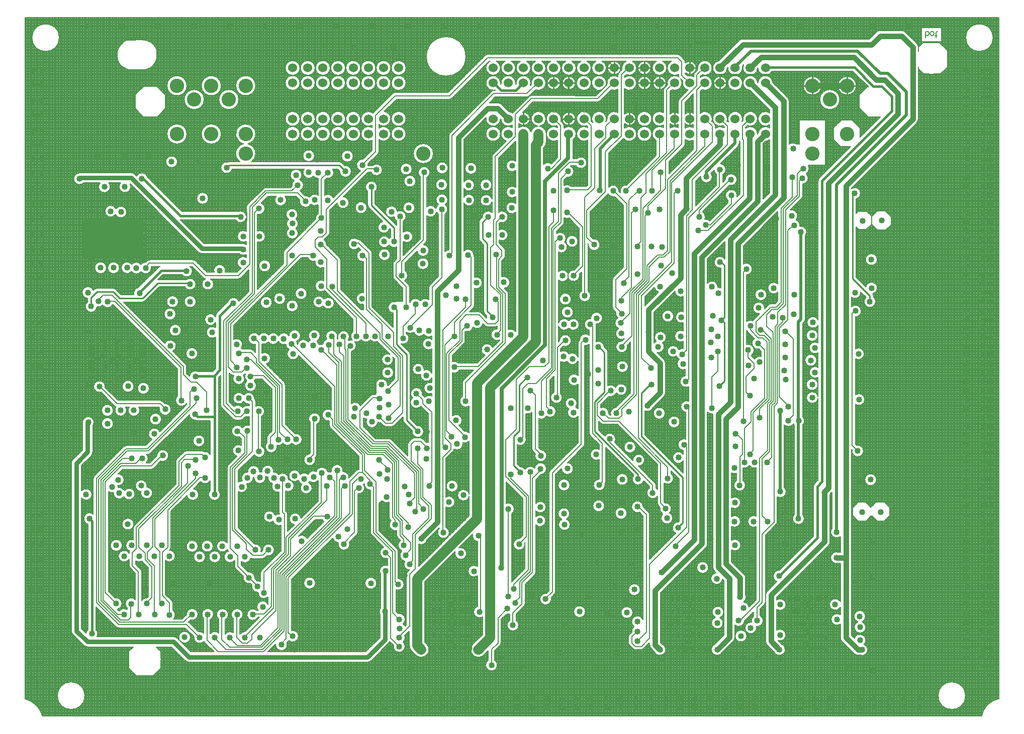
<source format=gbl>
%FSLAX25Y25*%
%MOIN*%
G70*
G01*
G75*
G04 Layer_Physical_Order=4*
G04 Layer_Color=14840927*
%ADD10C,0.00800*%
%ADD11O,0.11000X0.01400*%
%ADD12O,0.01400X0.11000*%
%ADD13O,0.02500X0.07300*%
%ADD14O,0.02500X0.07000*%
%ADD15O,0.07000X0.02300*%
%ADD16O,0.04500X0.01200*%
%ADD17O,0.07000X0.02500*%
G04:AMPARAMS|DCode=18|XSize=70mil|YSize=100mil|CornerRadius=17.5mil|HoleSize=0mil|Usage=FLASHONLY|Rotation=90.000|XOffset=0mil|YOffset=0mil|HoleType=Round|Shape=RoundedRectangle|*
%AMROUNDEDRECTD18*
21,1,0.07000,0.06500,0,0,90.0*
21,1,0.03500,0.10000,0,0,90.0*
1,1,0.03500,0.03250,0.01750*
1,1,0.03500,0.03250,-0.01750*
1,1,0.03500,-0.03250,-0.01750*
1,1,0.03500,-0.03250,0.01750*
%
%ADD18ROUNDEDRECTD18*%
%ADD19O,0.07000X0.01400*%
%ADD20R,0.28000X0.35000*%
G04:AMPARAMS|DCode=21|XSize=70mil|YSize=165mil|CornerRadius=0mil|HoleSize=0mil|Usage=FLASHONLY|Rotation=90.000|XOffset=0mil|YOffset=0mil|HoleType=Round|Shape=Octagon|*
%AMOCTAGOND21*
4,1,8,-0.08250,-0.01750,-0.08250,0.01750,-0.06500,0.03500,0.06500,0.03500,0.08250,0.01750,0.08250,-0.01750,0.06500,-0.03500,-0.06500,-0.03500,-0.08250,-0.01750,0.0*
%
%ADD21OCTAGOND21*%

G04:AMPARAMS|DCode=22|XSize=60mil|YSize=385mil|CornerRadius=0mil|HoleSize=0mil|Usage=FLASHONLY|Rotation=180.000|XOffset=0mil|YOffset=0mil|HoleType=Round|Shape=Octagon|*
%AMOCTAGOND22*
4,1,8,0.01500,-0.19250,-0.01500,-0.19250,-0.03000,-0.17750,-0.03000,0.17750,-0.01500,0.19250,0.01500,0.19250,0.03000,0.17750,0.03000,-0.17750,0.01500,-0.19250,0.0*
%
%ADD22OCTAGOND22*%

G04:AMPARAMS|DCode=23|XSize=100mil|YSize=275mil|CornerRadius=25mil|HoleSize=0mil|Usage=FLASHONLY|Rotation=0.000|XOffset=0mil|YOffset=0mil|HoleType=Round|Shape=RoundedRectangle|*
%AMROUNDEDRECTD23*
21,1,0.10000,0.22500,0,0,0.0*
21,1,0.05000,0.27500,0,0,0.0*
1,1,0.05000,0.02500,-0.11250*
1,1,0.05000,-0.02500,-0.11250*
1,1,0.05000,-0.02500,0.11250*
1,1,0.05000,0.02500,0.11250*
%
%ADD23ROUNDEDRECTD23*%
%ADD24C,0.17000*%
G04:AMPARAMS|DCode=25|XSize=150mil|YSize=115mil|CornerRadius=28.75mil|HoleSize=0mil|Usage=FLASHONLY|Rotation=270.000|XOffset=0mil|YOffset=0mil|HoleType=Round|Shape=RoundedRectangle|*
%AMROUNDEDRECTD25*
21,1,0.15000,0.05750,0,0,270.0*
21,1,0.09250,0.11500,0,0,270.0*
1,1,0.05750,-0.02875,-0.04625*
1,1,0.05750,-0.02875,0.04625*
1,1,0.05750,0.02875,0.04625*
1,1,0.05750,0.02875,-0.04625*
%
%ADD25ROUNDEDRECTD25*%
G04:AMPARAMS|DCode=26|XSize=150mil|YSize=110mil|CornerRadius=27.5mil|HoleSize=0mil|Usage=FLASHONLY|Rotation=0.000|XOffset=0mil|YOffset=0mil|HoleType=Round|Shape=RoundedRectangle|*
%AMROUNDEDRECTD26*
21,1,0.15000,0.05500,0,0,0.0*
21,1,0.09500,0.11000,0,0,0.0*
1,1,0.05500,0.04750,-0.02750*
1,1,0.05500,-0.04750,-0.02750*
1,1,0.05500,-0.04750,0.02750*
1,1,0.05500,0.04750,0.02750*
%
%ADD26ROUNDEDRECTD26*%
G04:AMPARAMS|DCode=27|XSize=170mil|YSize=88mil|CornerRadius=22mil|HoleSize=0mil|Usage=FLASHONLY|Rotation=180.000|XOffset=0mil|YOffset=0mil|HoleType=Round|Shape=RoundedRectangle|*
%AMROUNDEDRECTD27*
21,1,0.17000,0.04400,0,0,180.0*
21,1,0.12600,0.08800,0,0,180.0*
1,1,0.04400,-0.06300,0.02200*
1,1,0.04400,0.06300,0.02200*
1,1,0.04400,0.06300,-0.02200*
1,1,0.04400,-0.06300,-0.02200*
%
%ADD27ROUNDEDRECTD27*%
G04:AMPARAMS|DCode=28|XSize=60mil|YSize=90mil|CornerRadius=15mil|HoleSize=0mil|Usage=FLASHONLY|Rotation=270.000|XOffset=0mil|YOffset=0mil|HoleType=Round|Shape=RoundedRectangle|*
%AMROUNDEDRECTD28*
21,1,0.06000,0.06000,0,0,270.0*
21,1,0.03000,0.09000,0,0,270.0*
1,1,0.03000,-0.03000,-0.01500*
1,1,0.03000,-0.03000,0.01500*
1,1,0.03000,0.03000,0.01500*
1,1,0.03000,0.03000,-0.01500*
%
%ADD28ROUNDEDRECTD28*%
G04:AMPARAMS|DCode=29|XSize=40mil|YSize=65mil|CornerRadius=10mil|HoleSize=0mil|Usage=FLASHONLY|Rotation=90.000|XOffset=0mil|YOffset=0mil|HoleType=Round|Shape=RoundedRectangle|*
%AMROUNDEDRECTD29*
21,1,0.04000,0.04500,0,0,90.0*
21,1,0.02000,0.06500,0,0,90.0*
1,1,0.02000,0.02250,0.01000*
1,1,0.02000,0.02250,-0.01000*
1,1,0.02000,-0.02250,-0.01000*
1,1,0.02000,-0.02250,0.01000*
%
%ADD29ROUNDEDRECTD29*%
G04:AMPARAMS|DCode=30|XSize=85mil|YSize=85mil|CornerRadius=21.25mil|HoleSize=0mil|Usage=FLASHONLY|Rotation=0.000|XOffset=0mil|YOffset=0mil|HoleType=Round|Shape=RoundedRectangle|*
%AMROUNDEDRECTD30*
21,1,0.08500,0.04250,0,0,0.0*
21,1,0.04250,0.08500,0,0,0.0*
1,1,0.04250,0.02125,-0.02125*
1,1,0.04250,-0.02125,-0.02125*
1,1,0.04250,-0.02125,0.02125*
1,1,0.04250,0.02125,0.02125*
%
%ADD30ROUNDEDRECTD30*%
G04:AMPARAMS|DCode=31|XSize=145mil|YSize=50mil|CornerRadius=0mil|HoleSize=0mil|Usage=FLASHONLY|Rotation=180.000|XOffset=0mil|YOffset=0mil|HoleType=Round|Shape=Octagon|*
%AMOCTAGOND31*
4,1,8,-0.07250,0.01250,-0.07250,-0.01250,-0.06000,-0.02500,0.06000,-0.02500,0.07250,-0.01250,0.07250,0.01250,0.06000,0.02500,-0.06000,0.02500,-0.07250,0.01250,0.0*
%
%ADD31OCTAGOND31*%

G04:AMPARAMS|DCode=32|XSize=115mil|YSize=50mil|CornerRadius=0mil|HoleSize=0mil|Usage=FLASHONLY|Rotation=180.000|XOffset=0mil|YOffset=0mil|HoleType=Round|Shape=Octagon|*
%AMOCTAGOND32*
4,1,8,-0.05750,0.01250,-0.05750,-0.01250,-0.04500,-0.02500,0.04500,-0.02500,0.05750,-0.01250,0.05750,0.01250,0.04500,0.02500,-0.04500,0.02500,-0.05750,0.01250,0.0*
%
%ADD32OCTAGOND32*%

%ADD33O,0.06000X0.05000*%
%ADD34O,0.05000X0.07000*%
%ADD35O,0.07000X0.05000*%
G04:AMPARAMS|DCode=36|XSize=145mil|YSize=50mil|CornerRadius=0mil|HoleSize=0mil|Usage=FLASHONLY|Rotation=270.000|XOffset=0mil|YOffset=0mil|HoleType=Round|Shape=Octagon|*
%AMOCTAGOND36*
4,1,8,-0.01250,-0.07250,0.01250,-0.07250,0.02500,-0.06000,0.02500,0.06000,0.01250,0.07250,-0.01250,0.07250,-0.02500,0.06000,-0.02500,-0.06000,-0.01250,-0.07250,0.0*
%
%ADD36OCTAGOND36*%

G04:AMPARAMS|DCode=37|XSize=115mil|YSize=50mil|CornerRadius=0mil|HoleSize=0mil|Usage=FLASHONLY|Rotation=270.000|XOffset=0mil|YOffset=0mil|HoleType=Round|Shape=Octagon|*
%AMOCTAGOND37*
4,1,8,-0.01250,-0.05750,0.01250,-0.05750,0.02500,-0.04500,0.02500,0.04500,0.01250,0.05750,-0.01250,0.05750,-0.02500,0.04500,-0.02500,-0.04500,-0.01250,-0.05750,0.0*
%
%ADD37OCTAGOND37*%

%ADD38O,0.05000X0.14000*%
G04:AMPARAMS|DCode=39|XSize=110mil|YSize=85mil|CornerRadius=21.25mil|HoleSize=0mil|Usage=FLASHONLY|Rotation=90.000|XOffset=0mil|YOffset=0mil|HoleType=Round|Shape=RoundedRectangle|*
%AMROUNDEDRECTD39*
21,1,0.11000,0.04250,0,0,90.0*
21,1,0.06750,0.08500,0,0,90.0*
1,1,0.04250,0.02125,0.03375*
1,1,0.04250,0.02125,-0.03375*
1,1,0.04250,-0.02125,-0.03375*
1,1,0.04250,-0.02125,0.03375*
%
%ADD39ROUNDEDRECTD39*%
G04:AMPARAMS|DCode=40|XSize=120mil|YSize=110mil|CornerRadius=27.5mil|HoleSize=0mil|Usage=FLASHONLY|Rotation=90.000|XOffset=0mil|YOffset=0mil|HoleType=Round|Shape=RoundedRectangle|*
%AMROUNDEDRECTD40*
21,1,0.12000,0.05500,0,0,90.0*
21,1,0.06500,0.11000,0,0,90.0*
1,1,0.05500,0.02750,0.03250*
1,1,0.05500,0.02750,-0.03250*
1,1,0.05500,-0.02750,-0.03250*
1,1,0.05500,-0.02750,0.03250*
%
%ADD40ROUNDEDRECTD40*%
G04:AMPARAMS|DCode=41|XSize=60mil|YSize=160mil|CornerRadius=15mil|HoleSize=0mil|Usage=FLASHONLY|Rotation=180.000|XOffset=0mil|YOffset=0mil|HoleType=Round|Shape=RoundedRectangle|*
%AMROUNDEDRECTD41*
21,1,0.06000,0.13000,0,0,180.0*
21,1,0.03000,0.16000,0,0,180.0*
1,1,0.03000,-0.01500,0.06500*
1,1,0.03000,0.01500,0.06500*
1,1,0.03000,0.01500,-0.06500*
1,1,0.03000,-0.01500,-0.06500*
%
%ADD41ROUNDEDRECTD41*%
G04:AMPARAMS|DCode=42|XSize=95mil|YSize=170mil|CornerRadius=23.75mil|HoleSize=0mil|Usage=FLASHONLY|Rotation=270.000|XOffset=0mil|YOffset=0mil|HoleType=Round|Shape=RoundedRectangle|*
%AMROUNDEDRECTD42*
21,1,0.09500,0.12250,0,0,270.0*
21,1,0.04750,0.17000,0,0,270.0*
1,1,0.04750,-0.06125,-0.02375*
1,1,0.04750,-0.06125,0.02375*
1,1,0.04750,0.06125,0.02375*
1,1,0.04750,0.06125,-0.02375*
%
%ADD42ROUNDEDRECTD42*%
G04:AMPARAMS|DCode=43|XSize=95mil|YSize=120mil|CornerRadius=23.75mil|HoleSize=0mil|Usage=FLASHONLY|Rotation=270.000|XOffset=0mil|YOffset=0mil|HoleType=Round|Shape=RoundedRectangle|*
%AMROUNDEDRECTD43*
21,1,0.09500,0.07250,0,0,270.0*
21,1,0.04750,0.12000,0,0,270.0*
1,1,0.04750,-0.03625,-0.02375*
1,1,0.04750,-0.03625,0.02375*
1,1,0.04750,0.03625,0.02375*
1,1,0.04750,0.03625,-0.02375*
%
%ADD43ROUNDEDRECTD43*%
G04:AMPARAMS|DCode=44|XSize=118mil|YSize=100mil|CornerRadius=25mil|HoleSize=0mil|Usage=FLASHONLY|Rotation=0.000|XOffset=0mil|YOffset=0mil|HoleType=Round|Shape=RoundedRectangle|*
%AMROUNDEDRECTD44*
21,1,0.11800,0.05000,0,0,0.0*
21,1,0.06800,0.10000,0,0,0.0*
1,1,0.05000,0.03400,-0.02500*
1,1,0.05000,-0.03400,-0.02500*
1,1,0.05000,-0.03400,0.02500*
1,1,0.05000,0.03400,0.02500*
%
%ADD44ROUNDEDRECTD44*%
G04:AMPARAMS|DCode=45|XSize=85mil|YSize=85mil|CornerRadius=21.25mil|HoleSize=0mil|Usage=FLASHONLY|Rotation=270.000|XOffset=0mil|YOffset=0mil|HoleType=Round|Shape=RoundedRectangle|*
%AMROUNDEDRECTD45*
21,1,0.08500,0.04250,0,0,270.0*
21,1,0.04250,0.08500,0,0,270.0*
1,1,0.04250,-0.02125,-0.02125*
1,1,0.04250,-0.02125,0.02125*
1,1,0.04250,0.02125,0.02125*
1,1,0.04250,0.02125,-0.02125*
%
%ADD45ROUNDEDRECTD45*%
G04:AMPARAMS|DCode=46|XSize=45mil|YSize=60mil|CornerRadius=11.25mil|HoleSize=0mil|Usage=FLASHONLY|Rotation=90.000|XOffset=0mil|YOffset=0mil|HoleType=Round|Shape=RoundedRectangle|*
%AMROUNDEDRECTD46*
21,1,0.04500,0.03750,0,0,90.0*
21,1,0.02250,0.06000,0,0,90.0*
1,1,0.02250,0.01875,0.01125*
1,1,0.02250,0.01875,-0.01125*
1,1,0.02250,-0.01875,-0.01125*
1,1,0.02250,-0.01875,0.01125*
%
%ADD46ROUNDEDRECTD46*%
G04:AMPARAMS|DCode=47|XSize=40mil|YSize=60mil|CornerRadius=10mil|HoleSize=0mil|Usage=FLASHONLY|Rotation=90.000|XOffset=0mil|YOffset=0mil|HoleType=Round|Shape=RoundedRectangle|*
%AMROUNDEDRECTD47*
21,1,0.04000,0.04000,0,0,90.0*
21,1,0.02000,0.06000,0,0,90.0*
1,1,0.02000,0.02000,0.01000*
1,1,0.02000,0.02000,-0.01000*
1,1,0.02000,-0.02000,-0.01000*
1,1,0.02000,-0.02000,0.01000*
%
%ADD47ROUNDEDRECTD47*%
G04:AMPARAMS|DCode=48|XSize=40mil|YSize=33mil|CornerRadius=8.25mil|HoleSize=0mil|Usage=FLASHONLY|Rotation=180.000|XOffset=0mil|YOffset=0mil|HoleType=Round|Shape=RoundedRectangle|*
%AMROUNDEDRECTD48*
21,1,0.04000,0.01650,0,0,180.0*
21,1,0.02350,0.03300,0,0,180.0*
1,1,0.01650,-0.01175,0.00825*
1,1,0.01650,0.01175,0.00825*
1,1,0.01650,0.01175,-0.00825*
1,1,0.01650,-0.01175,-0.00825*
%
%ADD48ROUNDEDRECTD48*%
G04:AMPARAMS|DCode=49|XSize=40mil|YSize=33mil|CornerRadius=8.25mil|HoleSize=0mil|Usage=FLASHONLY|Rotation=270.000|XOffset=0mil|YOffset=0mil|HoleType=Round|Shape=RoundedRectangle|*
%AMROUNDEDRECTD49*
21,1,0.04000,0.01650,0,0,270.0*
21,1,0.02350,0.03300,0,0,270.0*
1,1,0.01650,-0.00825,-0.01175*
1,1,0.01650,-0.00825,0.01175*
1,1,0.01650,0.00825,0.01175*
1,1,0.01650,0.00825,-0.01175*
%
%ADD49ROUNDEDRECTD49*%
G04:AMPARAMS|DCode=50|XSize=40mil|YSize=60mil|CornerRadius=10mil|HoleSize=0mil|Usage=FLASHONLY|Rotation=180.000|XOffset=0mil|YOffset=0mil|HoleType=Round|Shape=RoundedRectangle|*
%AMROUNDEDRECTD50*
21,1,0.04000,0.04000,0,0,180.0*
21,1,0.02000,0.06000,0,0,180.0*
1,1,0.02000,-0.01000,0.02000*
1,1,0.02000,0.01000,0.02000*
1,1,0.02000,0.01000,-0.02000*
1,1,0.02000,-0.01000,-0.02000*
%
%ADD50ROUNDEDRECTD50*%
%ADD51O,0.05000X0.06000*%
G04:AMPARAMS|DCode=52|XSize=40mil|YSize=65mil|CornerRadius=10mil|HoleSize=0mil|Usage=FLASHONLY|Rotation=180.000|XOffset=0mil|YOffset=0mil|HoleType=Round|Shape=RoundedRectangle|*
%AMROUNDEDRECTD52*
21,1,0.04000,0.04500,0,0,180.0*
21,1,0.02000,0.06500,0,0,180.0*
1,1,0.02000,-0.01000,0.02250*
1,1,0.02000,0.01000,0.02250*
1,1,0.02000,0.01000,-0.02250*
1,1,0.02000,-0.01000,-0.02250*
%
%ADD52ROUNDEDRECTD52*%
G04:AMPARAMS|DCode=53|XSize=32mil|YSize=70mil|CornerRadius=8mil|HoleSize=0mil|Usage=FLASHONLY|Rotation=180.000|XOffset=0mil|YOffset=0mil|HoleType=Round|Shape=RoundedRectangle|*
%AMROUNDEDRECTD53*
21,1,0.03200,0.05400,0,0,180.0*
21,1,0.01600,0.07000,0,0,180.0*
1,1,0.01600,-0.00800,0.02700*
1,1,0.01600,0.00800,0.02700*
1,1,0.01600,0.00800,-0.02700*
1,1,0.01600,-0.00800,-0.02700*
%
%ADD53ROUNDEDRECTD53*%
%ADD54R,0.12000X0.12000*%
%ADD55R,0.02500X0.11000*%
G04:AMPARAMS|DCode=56|XSize=32mil|YSize=70mil|CornerRadius=8mil|HoleSize=0mil|Usage=FLASHONLY|Rotation=90.000|XOffset=0mil|YOffset=0mil|HoleType=Round|Shape=RoundedRectangle|*
%AMROUNDEDRECTD56*
21,1,0.03200,0.05400,0,0,90.0*
21,1,0.01600,0.07000,0,0,90.0*
1,1,0.01600,0.02700,0.00800*
1,1,0.01600,0.02700,-0.00800*
1,1,0.01600,-0.02700,-0.00800*
1,1,0.01600,-0.02700,0.00800*
%
%ADD56ROUNDEDRECTD56*%
%ADD57R,0.12000X0.12000*%
%ADD58R,0.11000X0.02500*%
G04:AMPARAMS|DCode=59|XSize=45mil|YSize=60mil|CornerRadius=11.25mil|HoleSize=0mil|Usage=FLASHONLY|Rotation=180.000|XOffset=0mil|YOffset=0mil|HoleType=Round|Shape=RoundedRectangle|*
%AMROUNDEDRECTD59*
21,1,0.04500,0.03750,0,0,180.0*
21,1,0.02250,0.06000,0,0,180.0*
1,1,0.02250,-0.01125,0.01875*
1,1,0.02250,0.01125,0.01875*
1,1,0.02250,0.01125,-0.01875*
1,1,0.02250,-0.01125,-0.01875*
%
%ADD59ROUNDEDRECTD59*%
%ADD60C,0.04000*%
%ADD61C,0.00600*%
%ADD62C,0.01500*%
%ADD63C,0.01000*%
%ADD64C,0.03000*%
%ADD65C,0.03500*%
%ADD66C,0.01200*%
%ADD67C,0.01800*%
%ADD68C,0.02500*%
%ADD69C,0.02000*%
%ADD70C,0.04000*%
%ADD71R,0.10117X0.01478*%
%ADD72R,0.02833X0.14583*%
%ADD73R,0.08417X0.01750*%
%ADD74R,0.02958X0.12250*%
%ADD75R,0.06616X0.02983*%
%ADD76R,0.12250X0.02917*%
%ADD77R,0.20333X0.02917*%
%ADD78R,0.03000X0.18083*%
%ADD79R,0.12692X0.03483*%
%ADD80R,0.26983X0.29695*%
%ADD81R,0.19583X0.23917*%
%ADD82R,0.30500X0.29417*%
%ADD83R,0.23150X0.21600*%
%ADD84R,0.07259X0.15505*%
%ADD85R,0.15158X0.14500*%
%ADD86R,0.38667X0.24333*%
%ADD87R,0.72667X0.30671*%
%ADD88R,0.63500X0.25167*%
%ADD89R,0.24500X0.51667*%
%ADD90R,0.16167X0.11667*%
%ADD91R,0.66167X0.20500*%
%ADD92R,0.15833X4.09667*%
%ADD93R,0.18167X0.69000*%
%ADD94R,0.31833X0.11667*%
%ADD95R,5.41000X0.15167*%
%ADD96R,0.16667X0.18667*%
%ADD97R,0.17442X4.02738*%
%ADD98R,0.65000X0.04667*%
%ADD99R,5.49167X0.05667*%
%ADD100R,0.34500X0.15333*%
%ADD101R,0.13667X0.86667*%
%ADD102R,0.37667X0.14333*%
%ADD103R,0.33250X0.02167*%
%ADD104R,0.05333X0.28500*%
%ADD105R,0.12500X0.10000*%
%ADD106R,0.11100X0.12000*%
%ADD107R,0.25667X0.57667*%
%ADD108R,0.06333X0.57000*%
%ADD109R,0.03667X0.31500*%
%ADD110R,0.26500X0.52167*%
%ADD111R,0.08833X0.19667*%
%ADD112R,0.48917X0.25000*%
%ADD113R,0.12250X0.05667*%
%ADD114R,0.07083X0.03333*%
%ADD115R,0.02667X0.13405*%
%ADD116C,0.06000*%
%ADD117C,0.09500*%
%ADD118C,0.09500*%
%ADD119C,0.08000*%
%ADD120R,0.03354X0.02125*%
%ADD121R,0.03208X0.02813*%
%ADD122C,0.06500*%
%ADD123R,0.40583X0.25417*%
%ADD124R,0.16914X0.04080*%
D10*
X645266Y452300D02*
G03*
X645266Y452300I-9150J0D01*
G01*
X601951Y428255D02*
G03*
X606887Y428255I2468J9845D01*
G01*
X587122Y456002D02*
G03*
X584541Y457071I-2581J-2581D01*
G01*
X570291D02*
G03*
X567710Y456002I0J-3650D01*
G01*
X587122D02*
G03*
X584541Y457071I-2581J-2581D01*
G01*
X570291D02*
G03*
X567710Y456002I0J-3650D01*
G01*
X595608Y446005D02*
G03*
X594539Y448586I-3650J0D01*
G01*
X595608Y446005D02*
G03*
X594539Y448586I-3650J0D01*
G01*
X554550Y420400D02*
G03*
X554550Y420400I-6150J0D01*
G01*
X594539Y395757D02*
G03*
X595608Y398338I-2581J2581D01*
G01*
X594539Y395757D02*
G03*
X595608Y398338I-2581J2581D01*
G01*
X531550Y420400D02*
G03*
X531550Y420400I-6150J0D01*
G01*
X543550Y411200D02*
G03*
X543550Y411200I-6650J0D01*
G01*
X509941Y410109D02*
G03*
X508872Y412690I-3650J0D01*
G01*
X509941Y410109D02*
G03*
X508872Y412690I-3650J0D01*
G01*
X479291Y451405D02*
G03*
X476710Y450336I0J-3650D01*
G01*
X479291Y451405D02*
G03*
X476710Y450336I0J-3650D01*
G01*
X479722Y434251D02*
G03*
X489065Y431931I4450J-2051D01*
G01*
X479044Y432200D02*
G03*
X478890Y433419I-4900J0D01*
G01*
X463426Y437051D02*
G03*
X469017Y432200I691J-4851D01*
G01*
X469257Y432559D02*
G03*
X479044Y432200I4887J-359D01*
G01*
X489300Y432166D02*
G03*
X498547Y429938I4900J34D01*
G01*
X441133Y436130D02*
G03*
X440459Y437756I-2300J0D01*
G01*
X458989Y432200D02*
G03*
X449322Y431064I-4900J0D01*
G01*
X448461Y432200D02*
G03*
X441133Y435484I-4400J0D01*
G01*
X437667Y440548D02*
G03*
X436041Y441221I-1626J-1626D01*
G01*
X437667Y440548D02*
G03*
X436041Y441221I-1626J-1626D01*
G01*
X441133Y436130D02*
G03*
X440459Y437756I-2300J0D01*
G01*
X431921Y436621D02*
G03*
X436533Y427985I2112J-4421D01*
G01*
X421893Y436621D02*
G03*
X428905Y432200I2112J-4421D01*
G01*
D02*
G03*
X426118Y436621I-4900J0D01*
G01*
X452172Y427691D02*
G03*
X458989Y432200I1917J4509D01*
G01*
X447281Y429023D02*
G03*
X446633Y427463I1552J-1560D01*
G01*
X447277Y429019D02*
G03*
X446633Y427463I1556J-1556D01*
G01*
Y426371D02*
G03*
X442628Y426886I-2572J-4171D01*
G01*
X441133Y428916D02*
G03*
X448461Y432200I2928J3284D01*
G01*
X436533Y427428D02*
G03*
X436909Y426167I2300J0D01*
G01*
X436533Y427428D02*
G03*
X436909Y426167I2300J0D01*
G01*
X499092Y422469D02*
G03*
X489304Y422403I-4893J-269D01*
G01*
X489051Y422657D02*
G03*
X484083Y417301I-4879J-457D01*
G01*
X479044Y422200D02*
G03*
X479044Y422200I-4900J0D01*
G01*
X468517D02*
G03*
X468517Y422200I-4400J0D01*
G01*
X458989D02*
G03*
X451033Y426030I-4900J0D01*
G01*
X497058Y402380D02*
G03*
X497058Y394420I-2858J-3980D01*
G01*
X489072Y398400D02*
G03*
X479396Y397304I-4900J0D01*
G01*
X482220Y393906D02*
G03*
X489072Y398400I1952J4494D01*
G01*
X478708Y396616D02*
G03*
X479044Y398400I-4564J1784D01*
G01*
X468843Y397106D02*
G03*
X469017Y398400I-4726J1294D01*
G01*
X479044D02*
G03*
X469784Y396165I-4900J0D01*
G01*
X469017Y398400D02*
G03*
X460445Y395155I-4900J0D01*
G01*
X460605Y394983D02*
G03*
X465893Y393833I3512J3417D01*
G01*
X461116Y393573D02*
G03*
X460605Y394983I-2200J0D01*
G01*
X461116Y393573D02*
G03*
X460605Y394983I-2200J0D01*
G01*
X452056Y417742D02*
G03*
X458989Y422200I2033J4458D01*
G01*
X439375Y423633D02*
G03*
X442838Y417455I4686J-1433D01*
G01*
X438933Y422200D02*
G03*
X438148Y424860I-4900J0D01*
G01*
X436909Y426167D02*
G03*
X429270Y421053I-2876J-3967D01*
G01*
X432126Y417687D02*
G03*
X438933Y422200I1907J4513D01*
G01*
X427281Y419064D02*
G03*
X426633Y417505I1552J-1560D01*
G01*
X428406Y422200D02*
G03*
X428406Y422200I-4400J0D01*
G01*
X427277Y419060D02*
G03*
X426633Y417505I1556J-1556D01*
G01*
X437152Y411769D02*
G03*
X436508Y410213I1556J-1556D01*
G01*
X437156Y411772D02*
G03*
X436508Y410213I1552J-1560D01*
G01*
X458989Y398400D02*
G03*
X450866Y402091I-4900J0D01*
G01*
X446466Y402084D02*
G03*
X440908Y401469I-2405J-3684D01*
G01*
X458740Y396860D02*
G03*
X458989Y398400I-4652J1540D01*
G01*
X440908Y395331D02*
G03*
X446466Y394715I3153J3069D01*
G01*
X436508Y402038D02*
G03*
X431033Y401618I-2475J-3638D01*
G01*
Y395182D02*
G03*
X436508Y394762I3001J3218D01*
G01*
X426633Y402536D02*
G03*
X426633Y394264I-2627J-4136D01*
G01*
X557400Y348900D02*
G03*
X551191Y352043I-3900J0D01*
G01*
X554358Y345095D02*
G03*
X557400Y348900I-858J3805D01*
G01*
X515259Y381453D02*
G03*
X510558Y381923I-2659J-2853D01*
G01*
X523200Y365400D02*
G03*
X522583Y367505I-3900J0D01*
G01*
X494469Y383507D02*
G03*
X497058Y384420I-269J4893D01*
G01*
X510558Y381923D02*
G03*
X509941Y381453I2042J-3322D01*
G01*
X521199Y361994D02*
G03*
X523200Y365400I-1899J3406D01*
G01*
X529921Y359215D02*
G03*
X529141Y357338I1870J-1877D01*
G01*
X529917Y359212D02*
G03*
X529141Y357338I1874J-1874D01*
G01*
X519033Y355114D02*
G03*
X522600Y359000I-333J3886D01*
G01*
D02*
G03*
X521199Y361994I-3900J0D01*
G01*
X518385Y345529D02*
G03*
X519033Y347088I-1552J1560D01*
G01*
X518388Y345532D02*
G03*
X519033Y347088I-1556J1556D01*
G01*
X515545Y334046D02*
G03*
X510681Y337825I-3900J0D01*
G01*
X514498Y331387D02*
G03*
X515545Y334046I-2853J2659D01*
G01*
X568400Y305000D02*
G03*
X568400Y305000I-3900J0D01*
G01*
X568500Y286100D02*
G03*
X560784Y286906I-3900J0D01*
G01*
X565386Y282280D02*
G03*
X568500Y286100I-786J3820D01*
G01*
X565900Y280796D02*
G03*
X565386Y282280I-2400J0D01*
G01*
X565900Y280796D02*
G03*
X565386Y282280I-2400J0D01*
G01*
X567400Y277000D02*
G03*
X565900Y280074I-3900J0D01*
G01*
X560950Y279951D02*
G03*
X567400Y277000I2550J-2951D01*
G01*
X520691Y320656D02*
G03*
X521629Y323192I-2963J2536D01*
G01*
X517149Y327692D02*
G03*
X514498Y331387I-3900J0D01*
G01*
X517095Y327040D02*
G03*
X517149Y327692I-3845J652D01*
G01*
X521629Y323192D02*
G03*
X517095Y327040I-3900J0D01*
G01*
X557500Y283000D02*
G03*
X557477Y283425I-3900J0D01*
G01*
X551191Y279933D02*
G03*
X557500Y283000I2409J3067D01*
G01*
X557800Y270800D02*
G03*
X551191Y273606I-3900J0D01*
G01*
X502424Y288791D02*
G03*
X502424Y283209I-2724J-2791D01*
G01*
X497833Y275621D02*
G03*
X496277Y274977I0J-2200D01*
G01*
X497833Y275621D02*
G03*
X496273Y274973I0J-2200D01*
G01*
X497058Y392380D02*
G03*
X489307Y388669I-2858J-3980D01*
G01*
X489072Y388434D02*
G03*
X481074Y392197I-4900J-34D01*
G01*
X477044Y383700D02*
G03*
X477323Y383362I1830J1221D01*
G01*
X477044Y383700D02*
G03*
X477319Y383366I1830J1221D01*
G01*
X476195Y380349D02*
G03*
X477044Y382400I-2051J2051D01*
G01*
X476195Y380349D02*
G03*
X477044Y382400I-2051J2051D01*
G01*
X475322Y346480D02*
G03*
X475483Y347588I-3739J1108D01*
G01*
X475400Y358000D02*
G03*
X467601Y357926I-3900J0D01*
G01*
X468000Y364700D02*
G03*
X464432Y368586I-3900J0D01*
G01*
X470215Y354318D02*
G03*
X475400Y358000I1285J3682D01*
G01*
X466883Y392444D02*
G03*
X461116Y392274I-2766J-4044D01*
G01*
X446466Y392669D02*
G03*
X440908Y392151I-2405J-4269D01*
G01*
Y384649D02*
G03*
X446466Y384131I3153J3751D01*
G01*
X436508Y392629D02*
G03*
X431033Y392274I-2475J-4229D01*
G01*
X440263Y379991D02*
G03*
X440908Y381546I-1556J1556D01*
G01*
X440260Y379987D02*
G03*
X440908Y381546I-1552J1560D01*
G01*
X426633Y392536D02*
G03*
X421805Y384022I-2627J-4136D01*
G01*
X465991Y361289D02*
G03*
X468000Y364700I-1891J3411D01*
G01*
X460214Y364368D02*
G03*
X461591Y361714I3886J332D01*
G01*
X458983Y359880D02*
G03*
X458143Y362297I-3900J0D01*
G01*
X451197Y360216D02*
G03*
X458983Y359880I3885J-337D01*
G01*
X475483Y347588D02*
G03*
X469383Y344368I-3900J0D01*
G01*
X467391Y305344D02*
G03*
X464766Y299366I-3267J-2131D01*
G01*
X495100Y281600D02*
G03*
X495100Y281600I-3900J0D01*
G01*
X493733Y272921D02*
G03*
X490357Y269057I-3900J0D01*
G01*
X493697Y272397D02*
G03*
X493733Y272921I-3865J524D01*
G01*
X481783Y294804D02*
G03*
X485500Y298700I-183J3896D01*
G01*
D02*
G03*
X479691Y302101I-3900J0D01*
G01*
X454379Y333317D02*
G03*
X452679Y336537I-3900J0D01*
G01*
X454044Y331736D02*
G03*
X454379Y333317I-3565J1581D01*
G01*
X457347Y330672D02*
G03*
X454044Y331736I-2723J-2792D01*
G01*
X462700Y286800D02*
G03*
X455816Y289311I-3900J0D01*
G01*
X464766Y286177D02*
G03*
X462694Y286588I-1766J-3477D01*
G01*
X434200Y283918D02*
G03*
X439758Y280370I3900J-18D01*
G01*
X418378Y432200D02*
G03*
X418378Y432200I-4400J0D01*
G01*
X408850D02*
G03*
X406062Y436621I-4900J0D01*
G01*
X401838D02*
G03*
X399155Y431189I2112J-4421D01*
G01*
X398322Y432200D02*
G03*
X398322Y432200I-4400J0D01*
G01*
X401927Y427737D02*
G03*
X408850Y432200I2023J4463D01*
G01*
X397069Y429102D02*
G03*
X396424Y427546I1556J-1556D01*
G01*
X397073Y429106D02*
G03*
X396424Y427546I1552J-1560D01*
G01*
X388794Y432200D02*
G03*
X386007Y436621I-4900J0D01*
G01*
X381782D02*
G03*
X388794Y432200I2112J-4421D01*
G01*
X378767D02*
G03*
X375979Y436621I-4900J0D01*
G01*
X371754D02*
G03*
X378767Y432200I2112J-4421D01*
G01*
X361726Y436621D02*
G03*
X368739Y432200I2112J-4421D01*
G01*
D02*
G03*
X365951Y436621I-4900J0D01*
G01*
X418378Y422200D02*
G03*
X418378Y422200I-4400J0D01*
G01*
X408850D02*
G03*
X400824Y425974I-4900J0D01*
G01*
Y418426D02*
G03*
X408850Y422200I3125J3774D01*
G01*
X396424Y426413D02*
G03*
X389156Y421064I-2502J-4213D01*
G01*
X392005Y417691D02*
G03*
X396424Y417987I1917J4509D01*
G01*
X388425Y420333D02*
G03*
X388794Y422200I-4530J1867D01*
G01*
D02*
G03*
X385761Y417670I-4900J0D01*
G01*
X418878Y398400D02*
G03*
X418878Y398400I-4900J0D01*
G01*
X408350D02*
G03*
X400824Y401497I-4400J0D01*
G01*
Y395303D02*
G03*
X408350Y398400I3125J3097D01*
G01*
X396424Y402613D02*
G03*
X389131Y397373I-2502J-4213D01*
G01*
X388508Y396750D02*
G03*
X388794Y398400I-4614J1650D01*
G01*
D02*
G03*
X379690Y395884I-4900J0D01*
G01*
X383041Y409638D02*
G03*
X384601Y410286I0J2200D01*
G01*
X383041Y409638D02*
G03*
X384597Y410282I0J2200D01*
G01*
X378767Y422200D02*
G03*
X378767Y422200I-4900J0D01*
G01*
X368239D02*
G03*
X368239Y422200I-4400J0D01*
G01*
X378565Y397009D02*
G03*
X378767Y398400I-4698J1391D01*
G01*
D02*
G03*
X375552Y393799I-4900J0D01*
G01*
X358522Y397052D02*
G03*
X358711Y398400I-4711J1348D01*
G01*
X368239D02*
G03*
X368239Y398400I-4400J0D01*
G01*
X360699Y393963D02*
G03*
X360055Y395519I-2200J0D01*
G01*
X360699Y393963D02*
G03*
X360051Y395522I-2200J0D01*
G01*
X358711Y432200D02*
G03*
X355923Y436621I-4900J0D01*
G01*
X351699D02*
G03*
X358711Y432200I2112J-4421D01*
G01*
X348683D02*
G03*
X345896Y436621I-4900J0D01*
G01*
X341671D02*
G03*
X348683Y432200I2112J-4421D01*
G01*
X338655D02*
G03*
X335868Y436621I-4900J0D01*
G01*
X331643D02*
G03*
X338655Y432200I2112J-4421D01*
G01*
Y422200D02*
G03*
X328879Y421719I-4900J0D01*
G01*
X328628Y432200D02*
G03*
X325840Y436621I-4900J0D01*
G01*
X321616D02*
G03*
X328628Y432200I2112J-4421D01*
G01*
X318600D02*
G03*
X315812Y436621I-4900J0D01*
G01*
X309999Y441221D02*
G03*
X308373Y440548I0J-2300D01*
G01*
X309999Y441221D02*
G03*
X308373Y440548I0J-2300D01*
G01*
X311588Y436621D02*
G03*
X318600Y432200I2112J-4421D01*
G01*
X328562Y421403D02*
G03*
X328628Y422200I-4835J797D01*
G01*
X318573Y421683D02*
G03*
X318600Y422200I-4873J517D01*
G01*
X358211D02*
G03*
X358211Y422200I-4400J0D01*
G01*
X348683D02*
G03*
X339004Y421120I-4900J0D01*
G01*
X341818Y417712D02*
G03*
X348683Y422200I1966J4488D01*
G01*
X338332Y420448D02*
G03*
X338655Y422200I-4576J1752D01*
G01*
X339166Y414038D02*
G03*
X337611Y413394I0J-2200D01*
G01*
X339166Y414038D02*
G03*
X337607Y413390I0J-2200D01*
G01*
X336124Y412930D02*
G03*
X337684Y413578I0J2200D01*
G01*
X336124Y412930D02*
G03*
X337680Y413574I0J2200D01*
G01*
X358711Y398400D02*
G03*
X355537Y393814I-4900J0D01*
G01*
X344284Y393526D02*
G03*
X348683Y398400I-501J4874D01*
G01*
D02*
G03*
X343283Y393526I-4900J0D01*
G01*
X338156Y398400D02*
G03*
X333205Y402765I-4400J0D01*
G01*
X330658Y395275D02*
G03*
X338156Y398400I3098J3125D01*
G01*
X328628Y422200D02*
G03*
X318901Y421354I-4900J0D01*
G01*
X314238Y417330D02*
G03*
X314889Y417447I-538J4870D01*
G01*
X318600Y422200D02*
G03*
X313814Y417301I-4900J0D01*
G01*
X313814Y417301D02*
G03*
X312611Y416685I352J-2172D01*
G01*
X313814Y417301D02*
G03*
X312607Y416681I352J-2172D01*
G01*
X326627Y402350D02*
G03*
X323997Y403293I-2899J-3950D01*
G01*
X326906Y402689D02*
G03*
X326627Y402350I1552J-1560D01*
G01*
X326902Y402685D02*
G03*
X326627Y402350I1556J-1556D01*
G01*
X318835Y398131D02*
G03*
X326258Y394204I4893J269D01*
G01*
X319287Y408002D02*
G03*
X316706Y409071I-2581J-2581D01*
G01*
X319287Y408002D02*
G03*
X316706Y409071I-2581J-2581D01*
G01*
X308876Y399261D02*
G03*
X318600Y398366I4824J-861D01*
G01*
X418878Y388400D02*
G03*
X418878Y388400I-4900J0D01*
G01*
X408850D02*
G03*
X400824Y392174I-4900J0D01*
G01*
X400100Y385369D02*
G03*
X408850Y388400I3850J3031D01*
G01*
X402028Y354436D02*
G03*
X398093Y349189I-279J-3890D01*
G01*
X397149Y350463D02*
G03*
X390324Y353043I-3900J0D01*
G01*
X397136Y350146D02*
G03*
X397149Y350463I-3887J317D01*
G01*
X389676Y348278D02*
G03*
X389876Y348506I-1552J1560D01*
G01*
X389876D02*
G03*
X394341Y346719I3374J1957D01*
G01*
X376424Y392579D02*
G03*
X376424Y384221I-2558J-4179D01*
G01*
X368448Y367430D02*
G03*
X375816Y369213I3468J1783D01*
G01*
D02*
G03*
X369024Y371830I-3900J0D01*
G01*
X368739Y388400D02*
G03*
X360699Y392162I-4900J0D01*
G01*
X366608Y384357D02*
G03*
X368739Y388400I-2769J4043D01*
G01*
X366552Y371830D02*
G03*
X366608Y372421I-3094J592D01*
G01*
X366552Y371830D02*
G03*
X366608Y372421I-3094J592D01*
G01*
X367191Y363463D02*
G03*
X364909Y367011I-3900J0D01*
G01*
X362570Y359630D02*
G03*
X367191Y363463I721J3833D01*
G01*
X365679Y353455D02*
G03*
X360783Y354247I-2929J-2575D01*
G01*
Y332756D02*
G03*
X363885Y332467I1883J3415D01*
G01*
X360138Y328095D02*
G03*
X360783Y329650I-1556J1556D01*
G01*
X360135Y328091D02*
G03*
X360783Y329650I-1552J1560D01*
G01*
X384500Y314800D02*
G03*
X379879Y318633I-3900J0D01*
G01*
X376767Y315521D02*
G03*
X384500Y314800I3833J-721D01*
G01*
X420647Y286499D02*
G03*
X423336Y283378I3853J601D01*
G01*
X393444Y293185D02*
G03*
X392799Y291630I1556J-1556D01*
G01*
X393448Y293189D02*
G03*
X392799Y291630I1552J-1560D01*
G01*
Y273255D02*
G03*
X393444Y271699I2200J0D01*
G01*
X392799Y273255D02*
G03*
X393448Y271695I2200J0D01*
G01*
X378316Y280880D02*
G03*
X376616Y284100I-3900J0D01*
G01*
X372216D02*
G03*
X378316Y280880I2200J-3220D01*
G01*
X369899Y317088D02*
G03*
X369899Y317088I-3900J0D01*
G01*
X362858Y313296D02*
G03*
X361071Y316574I-3900J0D01*
G01*
X357033Y309905D02*
G03*
X362858Y313296I1925J3392D01*
G01*
X362024Y319130D02*
G03*
X355658Y322150I-3900J0D01*
G01*
X361071Y316574D02*
G03*
X362024Y319130I-2946J2555D01*
G01*
X367400Y298100D02*
G03*
X363421Y295555I-317J-3887D01*
G01*
X370983Y294213D02*
G03*
X370827Y295304I-3900J0D01*
G01*
X363453Y292787D02*
G03*
X370983Y294213I3630J1426D01*
G01*
X357033Y291373D02*
G03*
X363453Y292787I2758J2757D01*
G01*
X363421Y295555D02*
G03*
X357033Y296887I-3630J-1426D01*
G01*
X365441Y278671D02*
G03*
X365441Y278671I-3900J0D01*
G01*
X356299Y392621D02*
G03*
X348922Y388734I-2488J-4221D01*
G01*
X348933Y387934D02*
G03*
X356299Y384179I4878J466D01*
G01*
X343283Y393526D02*
G03*
X338769Y389576I501J-5126D01*
G01*
X348922Y388734D02*
G03*
X344284Y393526I-5139J-334D01*
G01*
X338769Y389576D02*
G03*
X330658Y392514I-5014J-1176D01*
G01*
X347425Y379272D02*
G03*
X348933Y382913I-3642J3642D01*
G01*
X347425Y379272D02*
G03*
X348933Y382913I-3642J3642D01*
G01*
X326258Y392596D02*
G03*
X322336Y383702I-2530J-4196D01*
G01*
X352309Y368468D02*
G03*
X347108Y368170I-2435J-3046D01*
G01*
X328606Y370279D02*
G03*
X328606Y364064I-2356J-3108D01*
G01*
Y352904D02*
G03*
X328606Y346689I-2356J-3108D01*
G01*
X318600Y388400D02*
G03*
X318600Y388400I-4900J0D01*
G01*
X313527Y374894D02*
G03*
X312883Y373338I1556J-1556D01*
G01*
X313531Y374898D02*
G03*
X312883Y373338I1552J-1560D01*
G01*
X302816Y365546D02*
G03*
X302816Y365546I-3900J0D01*
G01*
X312858Y354421D02*
G03*
X312858Y354421I-3900J0D01*
G01*
X301358Y354380D02*
G03*
X294191Y356510I-3900J0D01*
G01*
Y352249D02*
G03*
X301358Y354380I3267J2131D01*
G01*
X301483Y344421D02*
G03*
X294191Y346347I-3900J0D01*
G01*
X328606Y342193D02*
G03*
X328606Y336316I-2565J-2938D01*
G01*
X318469Y329571D02*
G03*
X323524Y333296I1155J3725D01*
G01*
D02*
G03*
X317283Y336415I-3900J0D01*
G01*
X312883Y345218D02*
G03*
X312883Y343291I-3779J-963D01*
G01*
Y336247D02*
G03*
X306443Y333009I-2550J-2951D01*
G01*
X323566Y321296D02*
G03*
X317741Y324688I-3900J0D01*
G01*
Y317904D02*
G03*
X323566Y321296I1925J3392D01*
G01*
X323824Y282338D02*
G03*
X323180Y283894I-2200J0D01*
G01*
X323824Y282338D02*
G03*
X323176Y283897I-2200J0D01*
G01*
X321699Y311005D02*
G03*
X321055Y312560I-2200J0D01*
G01*
Y305657D02*
G03*
X321699Y307213I-1556J1556D01*
G01*
Y311005D02*
G03*
X321051Y312564I-2200J0D01*
G01*
Y305654D02*
G03*
X321699Y307213I-1552J1560D01*
G01*
X324733Y289796D02*
G03*
X319491Y293458I-3900J0D01*
G01*
X321163Y285910D02*
G03*
X324733Y289796I-331J3886D01*
G01*
X304183Y318880D02*
G03*
X304886Y317183I2400J0D01*
G01*
X304183Y318880D02*
G03*
X304886Y317183I2400J0D01*
G01*
Y331452D02*
G03*
X304183Y329755I1697J-1697D01*
G01*
X304886Y331452D02*
G03*
X304183Y329755I1697J-1697D01*
G01*
X300969Y307679D02*
G03*
X300983Y308005I-3886J326D01*
G01*
X301283Y306546D02*
G03*
X300969Y307679I-2200J0D01*
G01*
X294191Y342496D02*
G03*
X301483Y344421I3392J1925D01*
G01*
X300983Y308005D02*
G03*
X294191Y310622I-3900J0D01*
G01*
X307391Y270546D02*
G03*
X308094Y268849I2400J0D01*
G01*
X307391Y270546D02*
G03*
X308094Y268849I2400J0D01*
G01*
X301283Y285829D02*
G03*
X306500Y289500I1317J3671D01*
G01*
X305763Y269685D02*
G03*
X304208Y270330I-1556J-1556D01*
G01*
X305767Y269681D02*
G03*
X304208Y270330I-1560J-1552D01*
G01*
X301283Y306546D02*
G03*
X300969Y307679I-2200J0D01*
G01*
X306500Y289500D02*
G03*
X301283Y293171I-3900J0D01*
G01*
X300638Y272907D02*
G03*
X301283Y274463I-1556J1556D01*
G01*
X300635Y272903D02*
G03*
X301283Y274463I-1552J1560D01*
G01*
X553866Y266900D02*
G03*
X557800Y270800I34J3900D01*
G01*
X559800Y242400D02*
G03*
X553866Y245728I-3900J0D01*
G01*
Y239072D02*
G03*
X559800Y242400I2034J3328D01*
G01*
X529141Y249623D02*
G03*
X529141Y242977I-2041J-3323D01*
G01*
X560100Y212000D02*
G03*
X553866Y215125I-3900J0D01*
G01*
Y208875D02*
G03*
X560100Y212000I2334J3125D01*
G01*
X529141Y265063D02*
G03*
X529141Y261363I-3433J-1850D01*
G01*
X529108Y254588D02*
G03*
X529108Y254588I-3900J0D01*
G01*
X519842Y263204D02*
G03*
X520691Y265255I-2051J2051D01*
G01*
X519842Y263204D02*
G03*
X520691Y265255I-2051J2051D01*
G01*
X528200Y238100D02*
G03*
X528200Y238100I-3900J0D01*
G01*
X529141Y233423D02*
G03*
X529141Y226777I-2041J-3323D01*
G01*
X529100Y222000D02*
G03*
X529100Y222000I-3900J0D01*
G01*
X529141Y213975D02*
G03*
X529141Y212625I-3841J-675D01*
G01*
X559300Y177900D02*
G03*
X554675Y181732I-3900J0D01*
G01*
X551567Y178618D02*
G03*
X559300Y177900I3833J-718D01*
G01*
X567900Y158800D02*
G03*
X567900Y158800I-3900J0D01*
G01*
X537150Y148726D02*
G03*
X537351Y149486I-3650J1374D01*
G01*
X526754Y156215D02*
G03*
X525974Y154338I1870J-1877D01*
G01*
X526751Y156212D02*
G03*
X525974Y154338I1874J-1874D01*
G01*
X486361Y265060D02*
G03*
X485874Y264323I1556J-1556D01*
G01*
X486364Y265064D02*
G03*
X485874Y264323I1552J-1560D01*
G01*
X486853Y252415D02*
G03*
X489921Y245467I2347J-3115D01*
G01*
X491341Y240559D02*
G03*
X487044Y238947I-1041J-3759D01*
G01*
X485874Y264323D02*
G03*
X481783Y263851I-1666J-3526D01*
G01*
X482110Y257509D02*
G03*
X482656Y256612I2098J663D01*
G01*
X481783Y257742D02*
G03*
X482110Y257509I2425J3054D01*
G01*
D02*
G03*
X482652Y256616I2098J663D01*
G01*
X485000Y241580D02*
G03*
X486700Y244800I-2200J3220D01*
G01*
D02*
G03*
X481783Y248565I-3900J0D01*
G01*
X519000Y195085D02*
G03*
X520100Y197800I-2800J2715D01*
G01*
D02*
G03*
X519000Y200515I-3900J0D01*
G01*
X512794Y195901D02*
G03*
X513200Y195308I3406J1899D01*
G01*
X506774Y195091D02*
G03*
X512794Y195901I2683J2830D01*
G01*
X455816Y203741D02*
G03*
X459391Y202353I3017J2472D01*
G01*
X439758Y270392D02*
G03*
X439758Y263008I-1258J-3692D01*
G01*
Y257548D02*
G03*
X439758Y250628I-1800J-3460D01*
G01*
Y245797D02*
G03*
X436739Y245111I-717J-3834D01*
G01*
X437035Y238618D02*
G03*
X441008Y232016I2506J-2989D01*
G01*
X435301Y240857D02*
G03*
X437035Y238618I3740J1106D01*
G01*
X436739Y245111D02*
G03*
X435301Y240857I-3740J-1106D01*
G01*
X441008Y227832D02*
G03*
X443391Y220552I492J-3869D01*
G01*
Y210944D02*
G03*
X441216Y203480I-1391J-3644D01*
G01*
X437524Y197171D02*
G03*
X437524Y197171I-3900J0D01*
G01*
X483614Y168156D02*
G03*
X488174Y166619I3260J2140D01*
G01*
X479491Y166493D02*
G03*
X483614Y168156I862J3803D01*
G01*
X475091Y158443D02*
G03*
X481000Y155100I2009J-3343D01*
G01*
X508000Y150800D02*
G03*
X506774Y153639I-3900J0D01*
G01*
X502116Y147442D02*
G03*
X508000Y150800I1984J3358D01*
G01*
X481000Y155100D02*
G03*
X479491Y158181I-3900J0D01*
G01*
X477800Y143500D02*
G03*
X471774Y146770I-3900J0D01*
G01*
Y140230D02*
G03*
X477800Y143500I2126J3270D01*
G01*
X471774Y163254D02*
G03*
X475091Y163096I1826J3446D01*
G01*
X441216Y185772D02*
G03*
X439758Y178131I-1008J-3767D01*
G01*
Y175710D02*
G03*
X439758Y171299I-3217J-2205D01*
G01*
X538500Y126608D02*
G03*
X543891Y120999I2900J-2608D01*
G01*
X520000Y132900D02*
G03*
X519000Y135508I-3900J0D01*
G01*
X513200D02*
G03*
X520000Y132900I2900J-2608D01*
G01*
X501472Y129116D02*
G03*
X502116Y130671I-1556J1556D01*
G01*
X501468Y129112D02*
G03*
X502116Y130671I-1552J1560D01*
G01*
X536081Y115049D02*
G03*
X537150Y117630I-2581J2581D01*
G01*
X536081Y115049D02*
G03*
X537150Y117630I-2581J2581D01*
G01*
X542674Y110650D02*
G03*
X542674Y103350I-1374J-3650D01*
G01*
X543891Y77926D02*
G03*
X543891Y74074I-3391J-1926D01*
G01*
X503239Y98700D02*
G03*
X501849Y91141I-39J-3900D01*
G01*
X507900Y75800D02*
G03*
X501691Y78943I-3900J0D01*
G01*
Y72657D02*
G03*
X507900Y75800I2309J3143D01*
G01*
X558270Y64487D02*
G03*
X560700Y68100I-1470J3613D01*
G01*
D02*
G03*
X555530Y64412I-3900J0D01*
G01*
X560900Y60800D02*
G03*
X558270Y64487I-3900J0D01*
G01*
X555530Y64412D02*
G03*
X560900Y60800I1470J-3613D01*
G01*
X559640Y49525D02*
G03*
X560800Y52300I-2740J2775D01*
G01*
D02*
G03*
X553194Y53514I-3900J0D01*
G01*
X649050Y13450D02*
G03*
X637550Y1950I3000J-14500D01*
G01*
X562100Y45900D02*
G03*
X559640Y49525I-3900J0D01*
G01*
X556826Y42250D02*
G03*
X562100Y45900I1374J3650D01*
G01*
X553065Y43319D02*
G03*
X555646Y42250I2581J2581D01*
G01*
X553065Y43319D02*
G03*
X555646Y42250I2581J2581D01*
G01*
X626966Y15400D02*
G03*
X626966Y15400I-9150J0D01*
G01*
X543891Y69156D02*
G03*
X543891Y62844I-2291J-3156D01*
G01*
Y54005D02*
G03*
X544960Y51424I3650J0D01*
G01*
X543891Y54005D02*
G03*
X544960Y51424I3650J0D01*
G01*
X502659Y52003D02*
G03*
X507800Y55700I1241J3697D01*
G01*
D02*
G03*
X501691Y58914I-3900J0D01*
G01*
X507400Y46000D02*
G03*
X505110Y49552I-3900J0D01*
G01*
X499948Y44390D02*
G03*
X507400Y46000I3552J1609D01*
G01*
X488174Y134573D02*
G03*
X488174Y127627I-1774J-3473D01*
G01*
X477700Y131100D02*
G03*
X471774Y134433I-3900J0D01*
G01*
Y127767D02*
G03*
X477700Y131100I2026J3333D01*
G01*
X471774Y112197D02*
G03*
X477900Y115400I2226J3203D01*
G01*
D02*
G03*
X471774Y118603I-3900J0D01*
G01*
X495460Y84752D02*
G03*
X494391Y82171I2581J-2581D01*
G01*
X495460Y84752D02*
G03*
X494391Y82171I2581J-2581D01*
G01*
X481150Y93462D02*
G03*
X480081Y96043I-3650J0D01*
G01*
X481150Y93462D02*
G03*
X480081Y96043I-3650J0D01*
G01*
X481400Y80800D02*
G03*
X481150Y82174I-3900J0D01*
G01*
X479726Y77598D02*
G03*
X481400Y80800I-2226J3202D01*
G01*
X436384Y130700D02*
G03*
X434767Y123258I16J-3900D01*
G01*
X454747Y113632D02*
G03*
X455816Y116213I-2581J2581D01*
G01*
X454747Y113632D02*
G03*
X455816Y116213I-2581J2581D01*
G01*
X461489Y96978D02*
G03*
X465778Y92689I411J-3878D01*
G01*
X459391Y100588D02*
G03*
X460460Y98007I3650J0D01*
G01*
X459391Y100588D02*
G03*
X460460Y98007I3650J0D01*
G01*
X456500Y100500D02*
G03*
X456500Y100500I-3900J0D01*
G01*
X493555Y75866D02*
G03*
X494199Y77421I-1556J1556D01*
G01*
X493551Y75862D02*
G03*
X494199Y77421I-1552J1560D01*
G01*
X492700Y65200D02*
G03*
X490741Y68583I-3900J0D01*
G01*
X488286Y61334D02*
G03*
X492700Y65200I514J3866D01*
G01*
X483451Y74317D02*
G03*
X479726Y77598I-3851J-617D01*
G01*
X486341Y68227D02*
G03*
X485013Y64266I2459J-3027D01*
G01*
X485013Y64266D02*
G03*
X488400Y60400I-514J-3866D01*
G01*
X473941Y62257D02*
G03*
X480397Y65041I2559J2943D01*
G01*
X494391Y51459D02*
G03*
X495460Y48878I3650J0D01*
G01*
X494391Y51459D02*
G03*
X495460Y48878I3650J0D01*
G01*
X488400Y60400D02*
G03*
X488286Y61334I-3900J0D01*
G01*
X481900Y55000D02*
G03*
X481900Y55000I-3900J0D01*
G01*
X466600Y70900D02*
G03*
X461016Y67383I-3900J0D01*
G01*
X463984Y67217D02*
G03*
X466600Y70900I-1284J3683D01*
G01*
X461016Y67383D02*
G03*
X466200Y63700I1284J-3683D01*
G01*
D02*
G03*
X463984Y67217I-3900J0D01*
G01*
X472872Y51510D02*
G03*
X473941Y54091I-2581J2581D01*
G01*
X472872Y51510D02*
G03*
X473941Y54091I-2581J2581D01*
G01*
X460591Y49552D02*
G03*
X465752Y44390I1609J-3552D01*
G01*
X433400Y267400D02*
G03*
X433400Y267400I-3900J0D01*
G01*
X428524Y253338D02*
G03*
X421794Y250655I-3900J0D01*
G01*
X425997Y249687D02*
G03*
X428524Y253338I-1372J3651D01*
G01*
X427066Y247005D02*
G03*
X425997Y249687I-3900J0D01*
G01*
X422454Y243170D02*
G03*
X427066Y247005I712J3835D01*
G01*
X420524Y257088D02*
G03*
X420274Y258462I-3900J0D01*
G01*
Y255714D02*
G03*
X420524Y257088I-3650J1374D01*
G01*
X421794Y250655D02*
G03*
X420274Y249622I1372J-3651D01*
G01*
X396852Y259179D02*
G03*
X400784Y252443I1948J-3379D01*
G01*
X402800Y247000D02*
G03*
X402647Y248082I-3900J0D01*
G01*
X399228Y250886D02*
G03*
X402800Y247000I-328J-3886D01*
G01*
X427941Y236171D02*
G03*
X426872Y238752I-3650J0D01*
G01*
X427941Y236171D02*
G03*
X426872Y238752I-3650J0D01*
G01*
Y213924D02*
G03*
X427941Y216505I-2581J2581D01*
G01*
X426872Y213924D02*
G03*
X427941Y216505I-2581J2581D01*
G01*
X403300Y233900D02*
G03*
X403300Y233900I-3900J0D01*
G01*
X402441Y218630D02*
G03*
X394883Y219981I-3900J0D01*
G01*
X395283Y216487D02*
G03*
X402441Y218630I3258J2143D01*
G01*
X395113Y270030D02*
G03*
X396330Y266166I3787J-930D01*
G01*
Y266166D02*
G03*
X396852Y259179I1970J-3366D01*
G01*
X382010Y262211D02*
G03*
X386200Y266100I290J3889D01*
G01*
X382024Y261880D02*
G03*
X382010Y262211I-3900J0D01*
G01*
X381866Y260338D02*
G03*
X381838Y260688I-2200J0D01*
G01*
X386200Y266100D02*
G03*
X378414Y265769I-3900J0D01*
G01*
X381838Y260688D02*
G03*
X382024Y261880I-3714J1191D01*
G01*
X381866Y260338D02*
G03*
X381838Y260688I-2200J0D01*
G01*
X378414Y265769D02*
G03*
X377466Y258036I-290J-3889D01*
G01*
Y254627D02*
G03*
X370982Y251473I-2592J-2914D01*
G01*
X387399Y246832D02*
G03*
X381866Y250338I-3900J-36D01*
G01*
X374324Y247852D02*
G03*
X377466Y248799I550J3861D01*
G01*
X389816Y243421D02*
G03*
X389113Y245118I-2400J0D01*
G01*
X389816Y243421D02*
G03*
X389113Y245118I-2400J0D01*
G01*
X390501Y214103D02*
G03*
X395283Y216487I1123J3735D01*
G01*
X394883Y219981D02*
G03*
X389816Y221293I-3258J-2143D01*
G01*
X427700Y202900D02*
G03*
X427700Y202900I-3900J0D01*
G01*
X414316Y204482D02*
G03*
X419692Y206744I1684J3518D01*
G01*
X414100Y171800D02*
G03*
X406314Y171468I-3900J0D01*
G01*
X408300Y180500D02*
G03*
X408300Y180500I-3900J0D01*
G01*
X390285Y202663D02*
G03*
X390300Y203000I-3885J337D01*
G01*
X395095Y206795D02*
G03*
X391601Y201663I205J-3895D01*
G01*
X390300Y203000D02*
G03*
X384908Y206603I-3900J0D01*
G01*
X385065Y196120D02*
G03*
X386624Y195471I1560J1552D01*
G01*
X385069Y196116D02*
G03*
X386624Y195471I1556J1556D01*
G01*
X395000Y185800D02*
G03*
X387741Y187782I-3900J0D01*
G01*
X394263Y183519D02*
G03*
X395000Y185800I-3163J2281D01*
G01*
X377466Y189546D02*
G03*
X378114Y187987I2200J0D01*
G01*
X377466Y189546D02*
G03*
X378111Y187991I2200J0D01*
G01*
X383924Y178992D02*
G03*
X383924Y172208I-1924J-3392D01*
G01*
X373680Y180866D02*
G03*
X374324Y182421I-1556J1556D01*
G01*
X373676Y180862D02*
G03*
X374324Y182421I-1552J1560D01*
G01*
X370774Y261838D02*
G03*
X363849Y264300I-3900J0D01*
G01*
X363816Y259418D02*
G03*
X370774Y261838I3058J2420D01*
G01*
X366774Y270046D02*
G03*
X366774Y270046I-3900J0D01*
G01*
X363849Y264300D02*
G03*
X357033Y262921I-3058J-2420D01*
G01*
Y260838D02*
G03*
X363816Y259418I3758J1042D01*
G01*
X365483Y251171D02*
G03*
X357685Y251051I-3900J0D01*
G01*
X370573Y251064D02*
G03*
X369924Y249505I1552J-1560D01*
G01*
X370569Y251060D02*
G03*
X369924Y249505I1556J-1556D01*
G01*
X360333Y247477D02*
G03*
X365483Y251171I1250J3694D01*
G01*
X369924Y240310D02*
G03*
X363964Y242165I-3675J-1306D01*
G01*
X362701Y237386D02*
G03*
X369924Y237699I3548J1619D01*
G01*
Y227985D02*
G03*
X369924Y222215I-2624J-2885D01*
G01*
X363964Y242165D02*
G03*
X358408Y243889I-3548J-1619D01*
G01*
Y237203D02*
G03*
X362701Y237386I2008J3343D01*
G01*
X315124Y260221D02*
G03*
X316466Y260678I0J2200D01*
G01*
X309405Y267538D02*
G03*
X309350Y266099I3802J-867D01*
G01*
X315124Y260221D02*
G03*
X316466Y260678I0J2200D01*
G01*
X328606Y257167D02*
G03*
X323824Y258643I-3273J-2121D01*
G01*
X316466Y258979D02*
G03*
X317883Y251566I-258J-3891D01*
G01*
X308361Y260866D02*
G03*
X309916Y260221I1556J1556D01*
G01*
X308357Y260870D02*
G03*
X309916Y260221I1560J1552D01*
G01*
X300312Y260175D02*
G03*
X306850Y262376I2688J2825D01*
G01*
X295470Y257239D02*
G03*
X300312Y260175I1030J3761D01*
G01*
X313313Y246554D02*
G03*
X308283Y241525I-3647J-1383D01*
G01*
X294510Y249112D02*
G03*
X295158Y250671I-1552J1560D01*
G01*
X294513Y249116D02*
G03*
X295158Y250671I-1556J1556D01*
G01*
X293902Y224894D02*
G03*
X293258Y223338I1556J-1556D01*
G01*
X293906Y224898D02*
G03*
X293258Y223338I1552J-1560D01*
G01*
X369924Y205953D02*
G03*
X368401Y207045I-2967J-2532D01*
G01*
X363931Y205881D02*
G03*
X369924Y200890I3026J-2460D01*
G01*
X369274Y209505D02*
G03*
X363931Y205881I-3900J0D01*
G01*
X368401Y207045D02*
G03*
X369274Y209505I-3026J2460D01*
G01*
X359500Y213300D02*
G03*
X358408Y216007I-3900J0D01*
G01*
X354008Y216860D02*
G03*
X359500Y213300I1592J-3560D01*
G01*
X355300Y204100D02*
G03*
X351284Y207998I-3900J0D01*
G01*
X349014Y201015D02*
G03*
X355300Y204100I2386J3085D01*
G01*
X335491Y202626D02*
G03*
X339466Y203454I1309J3674D01*
G01*
X343866Y199407D02*
G03*
X349014Y201015I1734J3493D01*
G01*
X293258Y214142D02*
G03*
X297808Y207809I2200J-3220D01*
G01*
Y189794D02*
G03*
X294760Y190981I-2808J-2706D01*
G01*
X290966Y194775D02*
G03*
X293024Y198213I-1841J3438D01*
G01*
X339466Y179171D02*
G03*
X340110Y177616I2200J0D01*
G01*
X339466Y179171D02*
G03*
X340114Y177612I2200J0D01*
G01*
X335438Y186412D02*
G03*
X335491Y186891I-2147J479D01*
G01*
X335438Y186412D02*
G03*
X335491Y186891I-2147J479D01*
G01*
X335600Y185300D02*
G03*
X335438Y186412I-3900J0D01*
G01*
X329691Y181957D02*
G03*
X335600Y185300I2009J3343D01*
G01*
X349200Y174700D02*
G03*
X345349Y178600I-3900J0D01*
G01*
X341651Y176075D02*
G03*
X349200Y174700I3649J-1376D01*
G01*
X293526Y183477D02*
G03*
X297808Y184382I1473J3611D01*
G01*
X293649Y182505D02*
G03*
X293526Y183477I-3900J0D01*
G01*
X287824Y179113D02*
G03*
X293649Y182505I1925J3392D01*
G01*
X287180Y177491D02*
G03*
X287824Y179046I-1556J1556D01*
G01*
X287176Y177487D02*
G03*
X287824Y179046I-1552J1560D01*
G01*
X433274Y159671D02*
G03*
X431574Y162892I-3900J0D01*
G01*
X427033Y156553D02*
G03*
X433274Y159671I2342J3119D01*
G01*
X421700Y155171D02*
G03*
X421056Y156726I-2200J0D01*
G01*
X421700Y155171D02*
G03*
X421052Y156730I-2200J0D01*
G01*
X409868Y167914D02*
G03*
X414100Y171800I332J3886D01*
G01*
X406913Y161822D02*
G03*
X413522Y158037I2887J-2622D01*
G01*
X422633Y152423D02*
G03*
X421700Y153320I-3133J-2323D01*
G01*
X422633Y143130D02*
G03*
X423281Y141570I2200J0D01*
G01*
X422633Y143130D02*
G03*
X423277Y141574I2200J0D01*
G01*
X417300Y153320D02*
G03*
X422633Y147777I2200J-3220D01*
G01*
X430684Y136768D02*
G03*
X431800Y139500I-2784J2732D01*
G01*
D02*
G03*
X427680Y143394I-3900J0D01*
G01*
X424180Y140671D02*
G03*
X426117Y136032I3720J-1171D01*
G01*
X432800Y133300D02*
G03*
X430684Y136768I-3900J0D01*
G01*
X417408Y135630D02*
G03*
X416759Y137189I-2200J0D01*
G01*
X417408Y135630D02*
G03*
X416763Y137185I-2200J0D01*
G01*
X413200Y140800D02*
G03*
X410602Y137124I-3900J0D01*
G01*
X403200Y159000D02*
G03*
X403200Y159000I-3900J0D01*
G01*
X383924Y159199D02*
G03*
X387900Y155300I76J-3899D01*
G01*
X387830Y156035D02*
G03*
X388324Y157424I-1706J1390D01*
G01*
X387830Y156035D02*
G03*
X388324Y157424I-1706J1390D01*
G01*
X366800Y166200D02*
G03*
X362914Y170100I-3900J0D01*
G01*
X359000Y166186D02*
G03*
X366800Y166200I3900J14D01*
G01*
X364600Y155300D02*
G03*
X364600Y155300I-3900J0D01*
G01*
X387900D02*
G03*
X387830Y156035I-3900J0D01*
G01*
X387566Y141463D02*
G03*
X387566Y141463I-3900J0D01*
G01*
X426117Y136032D02*
G03*
X432800Y133300I2784J-2732D01*
G01*
X428100Y46000D02*
G03*
X425809Y49552I-3900J0D01*
G01*
X420648Y44390D02*
G03*
X428100Y46000I3552J1609D01*
G01*
X417474Y49076D02*
G03*
X418543Y46495I3650J0D01*
G01*
X417474Y49076D02*
G03*
X418543Y46495I3650J0D01*
G01*
X411874Y45846D02*
G03*
X413434Y46495I0J2200D01*
G01*
X411874Y45846D02*
G03*
X413430Y46491I0J2200D01*
G01*
X411200Y85800D02*
G03*
X411200Y85800I-3900J0D01*
G01*
X402400Y136500D02*
G03*
X402400Y136500I-3900J0D01*
G01*
X362241Y132662D02*
G03*
X364500Y136200I-1641J3538D01*
G01*
D02*
G03*
X359259Y132538I-3900J0D01*
G01*
X364800Y129000D02*
G03*
X362241Y132662I-3900J0D01*
G01*
X359259Y132538D02*
G03*
X364800Y129000I1641J-3538D01*
G01*
X413008Y65981D02*
G03*
X407171Y61300I-3608J-1481D01*
G01*
D02*
G03*
X405531Y57606I2229J-3200D01*
G01*
X406357Y46495D02*
G03*
X407916Y45846I1560J1552D01*
G01*
X406360Y46491D02*
G03*
X407916Y45846I1556J1556D01*
G01*
X404052Y56127D02*
G03*
X403404Y54567I1552J-1560D01*
G01*
X404048Y56123D02*
G03*
X403404Y54567I1556J-1556D01*
G01*
X406300Y70600D02*
G03*
X406300Y70600I-3900J0D01*
G01*
X374900Y71200D02*
G03*
X374900Y71200I-3900J0D01*
G01*
X403404Y50359D02*
G03*
X404052Y48799I2200J0D01*
G01*
X403404Y50359D02*
G03*
X404048Y48803I2200J0D01*
G01*
X351402Y164810D02*
G03*
X350758Y163255I1556J-1556D01*
G01*
X351406Y164814D02*
G03*
X350758Y163255I1552J-1560D01*
G01*
X345493Y162220D02*
G03*
X349000Y166100I-392J3880D01*
G01*
D02*
G03*
X341211Y166395I-3900J0D01*
G01*
X341211D02*
G03*
X334891Y165693I-2911J-2595D01*
G01*
X334891D02*
G03*
X331524Y167499I-3291J-2094D01*
G01*
X341866Y138149D02*
G03*
X348800Y140600I3034J2451D01*
G01*
D02*
G03*
X341866Y143051I-3900J0D01*
G01*
X348600Y131500D02*
G03*
X341866Y134179I-3900J0D01*
G01*
Y128821D02*
G03*
X348600Y131500I2834J2679D01*
G01*
X334799Y115967D02*
G03*
X334652Y116963I-3899J-67D01*
G01*
X331251Y119784D02*
G03*
X334799Y115833I-351J-3884D01*
G01*
X327691Y139421D02*
G03*
X322358Y143048I-3900J0D01*
G01*
X297808Y149343D02*
G03*
X297808Y147657I-3808J-843D01*
G01*
X325991Y136201D02*
G03*
X327691Y139421I-2200J3220D01*
G01*
X300147Y122661D02*
G03*
X303258Y117753I3753J-1061D01*
G01*
X296100Y109800D02*
G03*
X290996Y113509I-3900J0D01*
G01*
X341222Y95657D02*
G03*
X341866Y97213I-1556J1556D01*
G01*
X341218Y95653D02*
G03*
X341866Y97213I-1552J1560D01*
G01*
X354513Y82782D02*
G03*
X355158Y84338I-1556J1556D01*
G01*
X354509Y82779D02*
G03*
X355158Y84338I-1552J1560D01*
G01*
X348893Y83385D02*
G03*
X352399Y79505I-394J-3880D01*
G01*
D02*
G03*
X352262Y80531I-3900J0D01*
G01*
X334263Y74782D02*
G03*
X334908Y76338I-1556J1556D01*
G01*
X334260Y74778D02*
G03*
X334908Y76338I-1552J1560D01*
G01*
X322302Y69363D02*
G03*
X324600Y69643I698J3837D01*
G01*
X303258Y101207D02*
G03*
X303258Y94993I-2358J-3107D01*
G01*
Y74662D02*
G03*
X306641Y67677I1342J-3662D01*
G01*
X288491Y111004D02*
G03*
X296100Y109800I3709J-1204D01*
G01*
X330700Y62200D02*
G03*
X329000Y65420I-3900J0D01*
G01*
X324600D02*
G03*
X330700Y62200I2200J-3220D01*
G01*
X318430Y48866D02*
G03*
X319074Y50421I-1556J1556D01*
G01*
X318426Y48862D02*
G03*
X319074Y50421I-1552J1560D01*
G01*
X316500Y35700D02*
G03*
X314800Y38920I-3900J0D01*
G01*
X310400D02*
G03*
X316500Y35700I2200J-3220D01*
G01*
X300696Y50109D02*
G03*
X303800Y40850I3104J-4109D01*
G01*
X303870D02*
G03*
X307511Y42358I0J5150D01*
G01*
X303870Y40850D02*
G03*
X307511Y42358I0J5150D01*
G01*
X295588Y439838D02*
G03*
X295588Y439838I-13130J0D01*
G01*
X255900Y432200D02*
G03*
X255900Y432200I-4900J0D01*
G01*
X284791Y411413D02*
G03*
X286418Y412087I0J2300D01*
G01*
X284791Y411413D02*
G03*
X286418Y412087I0J2300D01*
G01*
X255900Y422200D02*
G03*
X255900Y422200I-4900J0D01*
G01*
X245857Y432200D02*
G03*
X245857Y432200I-4900J0D01*
G01*
X235814D02*
G03*
X235814Y432200I-4900J0D01*
G01*
X248583Y416013D02*
G03*
X246956Y415339I0J-2300D01*
G01*
X248583Y416013D02*
G03*
X246956Y415339I0J-2300D01*
G01*
X245857Y422200D02*
G03*
X245857Y422200I-4900J0D01*
G01*
Y398400D02*
G03*
X241402Y403280I-4900J0D01*
G01*
X284906Y388981D02*
G03*
X284258Y387421I1552J-1560D01*
G01*
X284902Y388977D02*
G03*
X284258Y387421I1556J-1556D01*
G01*
X274050Y375300D02*
G03*
X274050Y375300I-6650J0D01*
G01*
X283774Y365796D02*
G03*
X283774Y365796I-3900J0D01*
G01*
X269699Y359340D02*
G03*
X271800Y362800I-1799J3460D01*
G01*
D02*
G03*
X265299Y359894I-3900J0D01*
G01*
X262400Y357000D02*
G03*
X262400Y357000I-3900J0D01*
G01*
X255900Y398400D02*
G03*
X255900Y398400I-4900J0D01*
G01*
Y388400D02*
G03*
X255900Y388400I-4900J0D01*
G01*
X237924Y394551D02*
G03*
X245857Y398400I3033J3849D01*
G01*
X237924Y384551D02*
G03*
X245857Y388400I3033J3849D01*
G01*
D02*
G03*
X237924Y392249I-4900J0D01*
G01*
X259900Y365000D02*
G03*
X259900Y365000I-3900J0D01*
G01*
X237251Y374962D02*
G03*
X237924Y376588I-1626J1626D01*
G01*
X237251Y374962D02*
G03*
X237924Y376588I-1626J1626D01*
G01*
X240200Y364500D02*
G03*
X233661Y367371I-3900J0D01*
G01*
X230816Y367713D02*
G03*
X230745Y368456I-3900J0D01*
G01*
X230801Y367371D02*
G03*
X230816Y367713I-3885J342D01*
G01*
X232712Y362971D02*
G03*
X240200Y364500I3588J1529D01*
G01*
X225771Y432200D02*
G03*
X225771Y432200I-4900J0D01*
G01*
X215728D02*
G03*
X215728Y432200I-4900J0D01*
G01*
X235814Y422200D02*
G03*
X235814Y422200I-4900J0D01*
G01*
X225771D02*
G03*
X225771Y422200I-4900J0D01*
G01*
X215728D02*
G03*
X215728Y422200I-4900J0D01*
G01*
X205686Y432200D02*
G03*
X205686Y432200I-4900J0D01*
G01*
X195643D02*
G03*
X195643Y432200I-4900J0D01*
G01*
X205686Y422200D02*
G03*
X205686Y422200I-4900J0D01*
G01*
X195643D02*
G03*
X195643Y422200I-4900J0D01*
G01*
X233905Y402282D02*
G03*
X233324Y394134I-2990J-3882D01*
G01*
Y392666D02*
G03*
X233324Y384134I-2410J-4266D01*
G01*
X225771Y398400D02*
G03*
X225771Y398400I-4900J0D01*
G01*
X215728D02*
G03*
X215728Y398400I-4900J0D01*
G01*
X225771Y388400D02*
G03*
X225771Y388400I-4900J0D01*
G01*
X215728D02*
G03*
X215728Y388400I-4900J0D01*
G01*
X227370Y371586D02*
G03*
X225625Y364033I-454J-3873D01*
G01*
X219608Y363505D02*
G03*
X215231Y367375I-3900J0D01*
G01*
X220900Y373600D02*
G03*
X220900Y373600I-3900J0D01*
G01*
X211837Y363981D02*
G03*
X219608Y363505I3871J-477D01*
G01*
X213405Y369202D02*
G03*
X211708Y369905I-1697J-1697D01*
G01*
X213405Y369202D02*
G03*
X211708Y369905I-1697J-1697D01*
G01*
X205686Y398400D02*
G03*
X205686Y398400I-4900J0D01*
G01*
X195643D02*
G03*
X195643Y398400I-4900J0D01*
G01*
X205686Y388400D02*
G03*
X205686Y388400I-4900J0D01*
G01*
X195643D02*
G03*
X195643Y388400I-4900J0D01*
G01*
X208024Y362755D02*
G03*
X207237Y365105I-3900J0D01*
G01*
X203265Y358951D02*
G03*
X208024Y362755I860J3804D01*
G01*
X194452Y360332D02*
G03*
X197566Y358813I3089J2381D01*
G01*
X195274Y373880D02*
G03*
X195274Y373880I-3900J0D01*
G01*
X188296Y365105D02*
G03*
X194452Y360332I3203J-2225D01*
G01*
X281871Y341413D02*
G03*
X283566Y344630I-2205J3217D01*
G01*
X283483Y338255D02*
G03*
X281871Y341413I-3900J0D01*
G01*
X281783Y335034D02*
G03*
X283483Y338255I-2200J3220D01*
G01*
X283399Y354671D02*
G03*
X283399Y354671I-3900J0D01*
G01*
X283566Y344630D02*
G03*
X277378Y341472I-3900J0D01*
G01*
Y341472D02*
G03*
X275715Y338753I2205J-3217D01*
G01*
D02*
G03*
X269699Y340033I-3507J-1706D01*
G01*
X276076Y336548D02*
G03*
X277383Y335034I3507J1706D01*
G01*
X269699Y334060D02*
G03*
X276076Y336548I2508J2986D01*
G01*
X269051Y316279D02*
G03*
X269699Y317838I-1552J1560D01*
G01*
X269055Y316282D02*
G03*
X269699Y317838I-1556J1556D01*
G01*
X261700Y339300D02*
G03*
X261700Y339300I-3900J0D01*
G01*
X255941Y333588D02*
G03*
X250091Y336965I-3900J0D01*
G01*
X254158Y330312D02*
G03*
X255941Y333588I-2117J3276D01*
G01*
X235300Y350126D02*
G03*
X236800Y353200I-2400J3074D01*
G01*
X250091Y336965D02*
G03*
X248150Y333323I-3891J-265D01*
G01*
D02*
G03*
X249758Y330426I3891J265D01*
G01*
X260400Y320100D02*
G03*
X254158Y323218I-3900J0D01*
G01*
Y316982D02*
G03*
X260400Y320100I2342J3118D01*
G01*
X240408Y330119D02*
G03*
X245019Y325508I792J-3819D01*
G01*
X244750Y318956D02*
G03*
X244750Y314644I-3250J-2156D01*
G01*
X245599Y319874D02*
G03*
X244750Y318956I2401J-3074D01*
G01*
Y314644D02*
G03*
X249758Y313319I3250J2156D01*
G01*
X284258Y311467D02*
G03*
X281783Y310214I408J-3879D01*
G01*
X271108Y310963D02*
G03*
X267614Y314842I-3900J0D01*
G01*
X263329Y310556D02*
G03*
X271108Y310963I3879J407D01*
G01*
X271066Y302255D02*
G03*
X271066Y302255I-3900J0D01*
G01*
X271656Y288106D02*
G03*
X271008Y286546I1552J-1560D01*
G01*
X271652Y288102D02*
G03*
X271008Y286546I1556J-1556D01*
G01*
X267741Y255281D02*
G03*
X272974Y254234I3175J2265D01*
G01*
Y252053D02*
G03*
X272974Y245706I-2267J-3174D01*
G01*
X271008Y278267D02*
G03*
X265425Y277501I-2425J-3054D01*
G01*
X261094Y256771D02*
G03*
X267741Y255281I3739J1109D01*
G01*
X290832Y236163D02*
G03*
X286616Y237159I-2854J-2658D01*
G01*
X265425Y277501D02*
G03*
X258446Y276325I-3217J-2205D01*
G01*
X257024Y294338D02*
G03*
X255324Y297558I-3900J0D01*
G01*
X255046Y290944D02*
G03*
X257024Y294338I-1922J3394D01*
G01*
X247864Y303772D02*
G03*
X247216Y302213I1552J-1560D01*
G01*
X245483Y308213D02*
G03*
X245483Y308213I-3900J0D01*
G01*
X247216Y293463D02*
G03*
X247861Y291907I2200J0D01*
G01*
X247216Y293463D02*
G03*
X247864Y291903I2200J0D01*
G01*
X247861Y303769D02*
G03*
X247216Y302213I1556J-1556D01*
G01*
X258241Y286838D02*
G03*
X257593Y288398I-2200J0D01*
G01*
X258241Y286838D02*
G03*
X257597Y288394I-2200J0D01*
G01*
X256158Y256700D02*
G03*
X261094Y256771I2425J3054D01*
G01*
X257858Y252713D02*
G03*
X256158Y255933I-3900J0D01*
G01*
X258691Y241963D02*
G03*
X257988Y243660I-2400J0D01*
G01*
X258691Y241963D02*
G03*
X257988Y243660I-2400J0D01*
G01*
X252586Y249062D02*
G03*
X257858Y252713I1372J3651D01*
G01*
X248958Y276993D02*
G03*
X247308Y269375I-958J-3780D01*
G01*
X247524Y238505D02*
G03*
X247123Y240228I-3900J0D01*
G01*
X236870Y250518D02*
G03*
X237090Y250261I1776J1299D01*
G01*
X236870Y250518D02*
G03*
X237093Y250258I1776J1299D01*
G01*
X236800Y353200D02*
G03*
X230500Y350126I-3900J0D01*
G01*
Y341021D02*
G03*
X231203Y339324I2400J0D01*
G01*
X230500Y341021D02*
G03*
X231203Y339324I2400J0D01*
G01*
X229983Y339421D02*
G03*
X229983Y339421I-3900J0D01*
G01*
X226055Y317560D02*
G03*
X224499Y318205I-1556J-1556D01*
G01*
X226059Y317556D02*
G03*
X224499Y318205I-1560J-1552D01*
G01*
X233408Y309296D02*
G03*
X232759Y310856I-2200J0D01*
G01*
X233408Y309296D02*
G03*
X232763Y310852I-2200J0D01*
G01*
X224102Y318205D02*
G03*
X224498Y312895I-2644J-2867D01*
G01*
X226045Y311348D02*
G03*
X227591Y303721I1037J-3760D01*
G01*
X207605Y346013D02*
G03*
X201949Y347603I-3522J-1675D01*
G01*
X218066Y342755D02*
G03*
X214458Y346644I-3900J0D01*
G01*
X210277Y342463D02*
G03*
X218066Y342755I3889J292D01*
G01*
X188024Y354338D02*
G03*
X185408Y358021I-3900J0D01*
G01*
X185537Y350703D02*
G03*
X188024Y354338I-1413J3635D01*
G01*
X197549Y347755D02*
G03*
X191860Y346322I-2217J-3209D01*
G01*
X192680Y341687D02*
G03*
X197549Y341337I2653J2859D01*
G01*
X191860Y346322D02*
G03*
X188890Y347350I-2653J-2859D01*
G01*
X185464Y344554D02*
G03*
X192680Y341687I3744J-1091D01*
G01*
X204676Y321112D02*
G03*
X205324Y322671I-1552J1560D01*
G01*
X204680Y321116D02*
G03*
X205324Y322671I-1556J1556D01*
G01*
X197549Y335625D02*
G03*
X195976Y331884I2283J-3162D01*
G01*
X212533Y304671D02*
G03*
X211884Y306231I-2200J0D01*
G01*
X212533Y304671D02*
G03*
X211888Y306227I-2200J0D01*
G01*
X203200Y315000D02*
G03*
X201658Y318106I-3900J0D01*
G01*
X195659Y303876D02*
G03*
X201258Y299719I3841J-676D01*
G01*
X190876Y306159D02*
G03*
X195659Y303876I3624J1441D01*
G01*
X227591Y282819D02*
G03*
X227591Y275181I-791J-3819D01*
G01*
X226170Y251653D02*
G03*
X232229Y251530I3079J2394D01*
G01*
X232229D02*
G03*
X236870Y250518I2979J2517D01*
G01*
X227591Y272046D02*
G03*
X227639Y271588I2200J0D01*
G01*
X227591Y272046D02*
G03*
X227639Y271588I2200J0D01*
G01*
X221929Y250376D02*
G03*
X226170Y251653I1195J3712D01*
G01*
X222941Y247755D02*
G03*
X221929Y250376I-3900J0D01*
G01*
X219699Y243911D02*
G03*
X222941Y247755I-658J3844D01*
G01*
X220799Y257219D02*
G03*
X220236Y251467I2325J-3131D01*
G01*
D02*
G03*
X217540Y251354I-1195J-3712D01*
G01*
X218399Y253796D02*
G03*
X210845Y252433I-3900J0D01*
G01*
X217540Y251354D02*
G03*
X218399Y253796I-3041J2442D01*
G01*
X208316Y276005D02*
G03*
X201554Y278654I-3900J0D01*
G01*
X200987Y274147D02*
G03*
X208316Y276005I3429J1857D01*
G01*
X201258Y290923D02*
G03*
X201859Y284285I-1717J-3502D01*
G01*
X201554Y278654D02*
G03*
X200987Y274147I-3429J-1857D01*
G01*
X190233Y282380D02*
G03*
X190233Y282380I-3900J0D01*
G01*
X210262Y252681D02*
G03*
X210524Y254088I-3637J1407D01*
G01*
D02*
G03*
X203280Y252082I-3900J0D01*
G01*
X210845Y252433D02*
G03*
X210262Y252252I862J-3804D01*
G01*
X203280Y252082D02*
G03*
X200739Y248754I1345J-3661D01*
G01*
X196795Y250959D02*
G03*
X198983Y254463I-1712J3504D01*
G01*
D02*
G03*
X192537Y251509I-3900J0D01*
G01*
Y251509D02*
G03*
X191034Y250212I1712J-3504D01*
G01*
X200739Y248754D02*
G03*
X198107Y248579I-1073J-3750D01*
G01*
D02*
G03*
X196795Y250959I-3857J-575D01*
G01*
X191034Y250212D02*
G03*
X183912Y248453I-3243J-2166D01*
G01*
X185600Y432200D02*
G03*
X185600Y432200I-4900J0D01*
G01*
Y422200D02*
G03*
X185600Y422200I-4900J0D01*
G01*
X156250Y420400D02*
G03*
X156250Y420400I-6650J0D01*
G01*
X145050Y411200D02*
G03*
X145050Y411200I-6650J0D01*
G01*
X185600Y398400D02*
G03*
X185600Y398400I-4900J0D01*
G01*
X133450Y420400D02*
G03*
X133450Y420400I-6650J0D01*
G01*
X122100Y411200D02*
G03*
X122100Y411200I-6650J0D01*
G01*
X185600Y388400D02*
G03*
X185600Y388400I-4900J0D01*
G01*
X185408Y358021D02*
G03*
X186899Y361088I-2409J3067D01*
G01*
D02*
G03*
X181716Y357405I-3900J0D01*
G01*
Y357405D02*
G03*
X180268Y353759I2409J-3067D01*
G01*
X176700Y344500D02*
G03*
X175817Y346971I-3900J0D01*
G01*
X184100Y334900D02*
G03*
X177983Y331692I-3900J0D01*
G01*
X169783Y346971D02*
G03*
X176700Y344500I3017J-2471D01*
G01*
X162833Y352746D02*
G03*
X161277Y352102I0J-2200D01*
G01*
X162833Y352746D02*
G03*
X161273Y352098I0J-2200D01*
G01*
X162400Y338800D02*
G03*
X159885Y342446I-3900J0D01*
G01*
X157491Y335033D02*
G03*
X162400Y338800I1009J3767D01*
G01*
X156250Y388300D02*
G03*
X148196Y381800I-6650J0D01*
G01*
X151005D02*
G03*
X156250Y388300I-1405J6500D01*
G01*
Y375300D02*
G03*
X151005Y381800I-6650J0D01*
G01*
X153488Y369905D02*
G03*
X156250Y375300I-3887J5395D01*
G01*
X148196Y381800D02*
G03*
X145712Y369905I1405J-6500D01*
G01*
X133450Y388300D02*
G03*
X133450Y388300I-6650J0D01*
G01*
X150656Y341481D02*
G03*
X150008Y339921I1552J-1560D01*
G01*
X150652Y341477D02*
G03*
X150008Y339921I1556J-1556D01*
G01*
Y334143D02*
G03*
X144489Y336805I-3808J-843D01*
G01*
X138541Y369905D02*
G03*
X137696Y369751I0J-2400D01*
G01*
X138541Y369905D02*
G03*
X137696Y369751I0J-2400D01*
G01*
Y369751D02*
G03*
X140771Y365105I-738J-3830D01*
G01*
X124900Y345600D02*
G03*
X124900Y345600I-3900J0D01*
G01*
X110650Y420400D02*
G03*
X110650Y420400I-6650J0D01*
G01*
Y388300D02*
G03*
X110650Y388300I-6650J0D01*
G01*
X26066Y452300D02*
G03*
X26066Y452300I-9150J0D01*
G01*
X104400Y369900D02*
G03*
X104400Y369900I-3900J0D01*
G01*
X84552Y359703D02*
G03*
X77293Y360395I-3761J-1032D01*
G01*
X76032Y361655D02*
G03*
X73624Y362655I-2408J-2400D01*
G01*
X76029Y361659D02*
G03*
X73624Y362655I-2404J-2404D01*
G01*
X66553Y355855D02*
G03*
X73400Y353300I2947J-2555D01*
G01*
X59816Y353213D02*
G03*
X58785Y355855I-3900J0D01*
G01*
X40055Y362655D02*
G03*
X38967Y362476I0J-3400D01*
G01*
X40055Y362655D02*
G03*
X38967Y362476I0J-3400D01*
G01*
X38967D02*
G03*
X42170Y355855I434J-3876D01*
G01*
X53047D02*
G03*
X59816Y353213I2869J-2642D01*
G01*
X73400Y353300D02*
G03*
X72948Y355123I-3900J0D01*
G01*
X70774Y336546D02*
G03*
X63630Y338710I-3900J0D01*
G01*
X63328Y334925D02*
G03*
X70774Y336546I3547J1622D01*
G01*
X63630Y338710D02*
G03*
X63328Y334925I-3547J-1622D01*
G01*
X182849Y325613D02*
G03*
X184500Y328800I-2249J3187D01*
G01*
X184400Y322500D02*
G03*
X182849Y325613I-3900J0D01*
G01*
X182817Y332009D02*
G03*
X184100Y334900I-2617J2891D01*
G01*
X184500Y328800D02*
G03*
X182817Y332009I-3900J0D01*
G01*
X177983Y331692D02*
G03*
X178251Y325687I2617J-2891D01*
G01*
Y325687D02*
G03*
X184400Y322500I2249J-3187D01*
G01*
X175323Y311231D02*
G03*
X174674Y309671I1552J-1560D01*
G01*
X175319Y311227D02*
G03*
X174674Y309671I1556J-1556D01*
G01*
X142911Y331205D02*
G03*
X150008Y332457I3289J2095D01*
G01*
X162600Y320300D02*
G03*
X157491Y324008I-3900J0D01*
G01*
Y316592D02*
G03*
X162600Y320300I1209J3708D01*
G01*
X150008Y314956D02*
G03*
X148701Y315432I-1967J-3368D01*
G01*
X166066Y300755D02*
G03*
X166066Y300755I-3900J0D01*
G01*
X145180Y308938D02*
G03*
X150008Y308220I2861J2650D01*
G01*
Y323630D02*
G03*
X150008Y317046I-2092J-3292D01*
G01*
X148701Y315432D02*
G03*
X147291Y315738I-1410J-3094D01*
G01*
X148701Y315432D02*
G03*
X147291Y315738I-1410J-3094D01*
G01*
X118133Y309938D02*
G03*
X120541Y308938I2408J2400D01*
G01*
X118137Y309934D02*
G03*
X120541Y308938I2404J2404D01*
G01*
X150008Y306270D02*
G03*
X146583Y299325I-2133J-3265D01*
G01*
X144666Y292096D02*
G03*
X146222Y292741I0J2200D01*
G01*
X144666Y292096D02*
G03*
X146226Y292745I0J2200D01*
G01*
X135996Y296496D02*
G03*
X136191Y297713I-3705J1217D01*
G01*
D02*
G03*
X128586Y296496I-3900J0D01*
G01*
X128400Y288600D02*
G03*
X126228Y292096I-3900J0D01*
G01*
X121523Y292745D02*
G03*
X122808Y292114I1560J1552D01*
G01*
X121527Y292741D02*
G03*
X122808Y292114I1556J1556D01*
G01*
X184358Y274213D02*
G03*
X184358Y274213I-3900J0D01*
G01*
X176000Y279000D02*
G03*
X176000Y279000I-3900J0D01*
G01*
X167100Y276500D02*
G03*
X167100Y276500I-3900J0D01*
G01*
X185983Y254380D02*
G03*
X178183Y254346I-3900J0D01*
G01*
D02*
G03*
X171344Y254245I-3392J-1925D01*
G01*
X183399Y250708D02*
G03*
X185983Y254380I-1316J3671D01*
G01*
X183899Y248796D02*
G03*
X183399Y250708I-3900J0D01*
G01*
X183887Y248479D02*
G03*
X183899Y248796I-3887J317D01*
G01*
X178372Y245252D02*
G03*
X184718Y241425I2544J-2956D01*
G01*
X171322Y250640D02*
G03*
X176100Y248747I3469J1782D01*
G01*
X176100D02*
G03*
X178372Y245252I3900J49D01*
G01*
X171344Y254245D02*
G03*
X164774Y254829I-3469J-1782D01*
G01*
D02*
G03*
X158325Y254733I-3192J-2241D01*
G01*
X160491Y248844D02*
G03*
X164683Y250222I1092J3744D01*
G01*
D02*
G03*
X171322Y250640I3192J2241D01*
G01*
X163236Y235588D02*
G03*
X166066Y239338I-1070J3750D01*
G01*
D02*
G03*
X160491Y242860I-3900J0D01*
G01*
X145163Y277238D02*
G03*
X137765Y277021I-3663J-1338D01*
G01*
X122808Y292114D02*
G03*
X128400Y288600I1692J-3514D01*
G01*
X158325Y254733D02*
G03*
X156091Y248726I-3201J-2228D01*
G01*
X146695Y246184D02*
G03*
X147524Y248588I-3071J2404D01*
G01*
X154513Y244810D02*
G03*
X152958Y245455I-1556J-1556D01*
G01*
X154517Y244806D02*
G03*
X152958Y245455I-1560J-1552D01*
G01*
X147690D02*
G03*
X146695Y246184I-2774J-2742D01*
G01*
X130478Y269735D02*
G03*
X129658Y267755I1980J-1980D01*
G01*
X130478Y269735D02*
G03*
X129658Y267755I1980J-1980D01*
G01*
Y267084D02*
G03*
X129658Y263116I-3358J-1984D01*
G01*
X147524Y248588D02*
G03*
X141783Y252026I-3900J0D01*
G01*
X129658Y259780D02*
G03*
X129658Y253420I-2258J-3180D01*
G01*
X116347Y304144D02*
G03*
X114791Y304788I-1556J-1556D01*
G01*
X116351Y304140D02*
G03*
X114791Y304788I-1560J-1552D01*
G01*
X114300Y297200D02*
G03*
X112646Y300388I-3900J0D01*
G01*
X107211Y294955D02*
G03*
X114300Y297200I3189J2245D01*
G01*
X116600Y288600D02*
G03*
X110275Y291655I-3900J0D01*
G01*
X109212Y286855D02*
G03*
X116600Y288600I3488J1745D01*
G01*
X85791Y304788D02*
G03*
X84236Y304144I0J-2200D01*
G01*
X85791Y304788D02*
G03*
X84232Y304140I0J-2200D01*
G01*
X83291Y303199D02*
G03*
X80150Y301730I-91J-3899D01*
G01*
D02*
G03*
X74076Y301763I-3050J-2431D01*
G01*
X92589Y300388D02*
G03*
X91561Y299735I952J-2633D01*
G01*
X92589Y300388D02*
G03*
X91561Y299735I952J-2633D01*
G01*
X87100Y299300D02*
G03*
X86945Y300388I-3900J0D01*
G01*
X74076Y301763D02*
G03*
X73924Y297037I-3176J-2263D01*
G01*
X80150Y296869D02*
G03*
X87100Y299300I3050J2431D01*
G01*
X65900Y299500D02*
G03*
X65900Y299500I-3900J0D01*
G01*
X57300D02*
G03*
X57300Y299500I-3900J0D01*
G01*
X73924Y297037D02*
G03*
X80150Y296869I3176J2263D01*
G01*
X63488Y285202D02*
G03*
X61791Y285905I-1697J-1697D01*
G01*
X63488Y285202D02*
G03*
X61791Y285905I-1697J-1697D01*
G01*
X50958D02*
G03*
X49261Y285202I0J-2400D01*
G01*
X50958Y285905D02*
G03*
X49261Y285202I0J-2400D01*
G01*
X116700Y277000D02*
G03*
X116700Y277000I-3900J0D01*
G01*
X105000D02*
G03*
X105000Y277000I-3900J0D01*
G01*
X103300Y268800D02*
G03*
X103300Y268800I-3900J0D01*
G01*
X117800Y242600D02*
G03*
X117800Y242600I-3900J0D01*
G01*
X106800Y258000D02*
G03*
X106800Y258000I-3900J0D01*
G01*
X103500Y247700D02*
G03*
X96077Y249372I-3900J0D01*
G01*
X101272Y244177D02*
G03*
X103500Y247700I-1672J3523D01*
G01*
X81291Y276771D02*
G03*
X82988Y277474I0J2400D01*
G01*
X81291Y276771D02*
G03*
X82988Y277474I0J2400D01*
G01*
X78328Y286501D02*
G03*
X75467Y281571I872J-3801D01*
G01*
X44700Y276874D02*
G03*
X50989Y273508I2400J-3074D01*
G01*
X48617Y284558D02*
G03*
X44700Y279212I-3617J-1458D01*
G01*
X50989Y273508D02*
G03*
X54752Y274640I911J3792D01*
G01*
X54752D02*
G03*
X61508Y275096I3247J2160D01*
G01*
X286616Y229850D02*
G03*
X291468Y231763I1362J3654D01*
G01*
X272974Y229546D02*
G03*
X267857Y231639I-3600J-1500D01*
G01*
X267857D02*
G03*
X267899Y232213I-3858J574D01*
G01*
X272974Y223286D02*
G03*
X272974Y215914I-1274J-3686D01*
G01*
X267899Y232213D02*
G03*
X265517Y228620I-3900J0D01*
G01*
X265517D02*
G03*
X272974Y226546I3858J-574D01*
G01*
X266700Y216100D02*
G03*
X260250Y213149I-3900J0D01*
G01*
X266633Y215379D02*
G03*
X266700Y216100I-3833J721D01*
G01*
X293024Y198213D02*
G03*
X286616Y201199I-3900J0D01*
G01*
X272974Y214355D02*
G03*
X268350Y213662I-1850J-3433D01*
G01*
X260250Y213149D02*
G03*
X265706Y207645I2416J-3061D01*
G01*
X245348Y242003D02*
G03*
X247524Y238505I-1724J-3498D01*
G01*
X247649Y229880D02*
G03*
X247649Y229880I-3900J0D01*
G01*
X243649Y221880D02*
G03*
X236158Y223399I-3900J0D01*
G01*
X243619Y221393D02*
G03*
X243649Y221880I-3870J486D01*
G01*
X236069Y223171D02*
G03*
X236069Y220588I3680J-1292D01*
G01*
Y215947D02*
G03*
X235357Y215330I2180J-3234D01*
G01*
X233916D02*
G03*
X232357Y214681I0J-2200D01*
G01*
X233916Y215330D02*
G03*
X232361Y214685I0J-2200D01*
G01*
X253891Y198338D02*
G03*
X254594Y196641I2400J0D01*
G01*
X253891Y198338D02*
G03*
X254594Y196641I2400J0D01*
G01*
X237211Y196807D02*
G03*
X238888Y196755I955J3781D01*
G01*
X227616Y199754D02*
G03*
X229900Y199064I2217J3209D01*
G01*
X225618Y207943D02*
G03*
X219699Y209383I-3535J-1647D01*
G01*
X206508Y204944D02*
G03*
X204921Y197967I-2308J-3144D01*
G01*
X267649Y190796D02*
G03*
X263348Y194676I-3900J0D01*
G01*
X259888Y191347D02*
G03*
X267649Y190796I3861J-550D01*
G01*
X267226Y185806D02*
G03*
X265666Y186455I-1560J-1552D01*
G01*
X267222Y185810D02*
G03*
X265666Y186455I-1556J-1556D01*
G01*
X261208D02*
G03*
X259652Y185810I0J-2200D01*
G01*
X261208Y186455D02*
G03*
X259648Y185806I0J-2200D01*
G01*
X246583Y194055D02*
G03*
X248142Y194703I0J2200D01*
G01*
X246583Y194055D02*
G03*
X248138Y194699I0J2200D01*
G01*
X290400Y154600D02*
G03*
X290400Y154600I-3900J0D01*
G01*
X257823Y183981D02*
G03*
X257174Y182421I1552J-1560D01*
G01*
X257819Y183977D02*
G03*
X257174Y182421I1556J-1556D01*
G01*
X270799Y183486D02*
G03*
X269387Y183645I-1133J-3732D01*
G01*
X282491Y140599D02*
G03*
X288300Y144000I1909J3401D01*
G01*
D02*
G03*
X282491Y147401I-3900J0D01*
G01*
X240940Y194703D02*
G03*
X242499Y194055I1560J1552D01*
G01*
X240944Y194699D02*
G03*
X242499Y194055I1556J1556D01*
G01*
X229900Y199064D02*
G03*
X237211Y196807I3433J-1851D01*
G01*
X246222Y185435D02*
G03*
X244666Y186080I-1556J-1556D01*
G01*
X246226Y185431D02*
G03*
X244666Y186080I-1560J-1552D01*
G01*
X205091Y194755D02*
G03*
X205735Y193199I2200J0D01*
G01*
X205091Y194755D02*
G03*
X205739Y193195I2200J0D01*
G01*
X240032Y144755D02*
G03*
X244674Y143898I2884J2625D01*
G01*
X228275Y156099D02*
G03*
X232216Y151938I3891J-261D01*
G01*
X227700Y155767D02*
G03*
X228275Y156099I-1659J3530D01*
G01*
X228500Y153400D02*
G03*
X227700Y155767I-3900J0D01*
G01*
X224666Y165705D02*
G03*
X223107Y165056I0J-2200D01*
G01*
X224666Y165705D02*
G03*
X223111Y165060I0J-2200D01*
G01*
X214064Y164192D02*
G03*
X214149Y165005I-3814J813D01*
G01*
D02*
G03*
X206455Y164102I-3900J0D01*
G01*
D02*
G03*
X203945Y164040I-1164J-3722D01*
G01*
X218149Y160296D02*
G03*
X214064Y164192I-3900J0D01*
G01*
X224033Y149541D02*
G03*
X228500Y153400I567J3858D01*
G01*
X175866Y222046D02*
G03*
X175218Y223606I-2200J0D01*
G01*
X175866Y222046D02*
G03*
X175222Y223602I-2200J0D01*
G01*
X196824Y195710D02*
G03*
X199200Y199300I-1524J3590D01*
G01*
D02*
G03*
X192424Y196665I-3900J0D01*
G01*
X187000Y185500D02*
G03*
X182299Y189317I-3900J0D01*
G01*
X180150Y182949D02*
G03*
X187000Y185500I2950J2551D01*
G01*
X174283Y182911D02*
G03*
X180150Y182949I2917J2589D01*
G01*
X170293Y181507D02*
G03*
X174283Y182911I907J3793D01*
G01*
X170400Y180600D02*
G03*
X170293Y181507I-3900J0D01*
G01*
X155206Y224317D02*
G03*
X156321Y225721I-2415J3063D01*
G01*
X156691Y221255D02*
G03*
X155206Y224317I-3900J0D01*
G01*
X155463Y212444D02*
G03*
X155483Y212838I-3880J394D01*
G01*
X156366Y210630D02*
G03*
X155722Y212185I-2200J0D01*
G01*
X156366Y210630D02*
G03*
X155718Y212189I-2200J0D01*
G01*
X149300Y229119D02*
G03*
X150376Y224317I3491J-1739D01*
G01*
X148089Y228260D02*
G03*
X148559Y228620I-1089J1911D01*
G01*
X148089Y228260D02*
G03*
X148555Y228616I-1089J1911D01*
G01*
X148899Y225880D02*
G03*
X148089Y228260I-3900J0D01*
G01*
X141708Y227971D02*
G03*
X148899Y225880I3292J-2092D01*
G01*
X150376Y224317D02*
G03*
X156691Y221255I2415J-3063D01*
G01*
X155483Y212838D02*
G03*
X148326Y214983I-3900J0D01*
G01*
X148298Y210735D02*
G03*
X151966Y208957I3284J2103D01*
G01*
X148326Y214983D02*
G03*
X148298Y210735I-3284J-2103D01*
G01*
X160158Y200827D02*
G03*
X162100Y204200I-1958J3373D01*
G01*
X164448Y188606D02*
G03*
X163799Y187046I1552J-1560D01*
G01*
X164444Y188602D02*
G03*
X163799Y187046I1556J-1556D01*
G01*
X162100Y204200D02*
G03*
X156366Y207642I-3900J0D01*
G01*
X151966Y207792D02*
G03*
X147441Y206735I-1550J-3579D01*
G01*
X149293Y200478D02*
G03*
X151966Y200634I1123J3735D01*
G01*
X147441Y206735D02*
G03*
X141898Y207426I-3108J-2355D01*
G01*
X151966Y194792D02*
G03*
X147381Y193296I-1342J-3662D01*
G01*
X146249Y198346D02*
G03*
X147809Y198995I0J2200D01*
G01*
X146249Y198346D02*
G03*
X147805Y198991I0J2200D01*
G01*
X147381Y193296D02*
G03*
X145321Y187363I-3215J-2208D01*
G01*
X196176Y174029D02*
G03*
X196824Y175588I-1552J1560D01*
G01*
X196180Y174032D02*
G03*
X196824Y175588I-1556J1556D01*
G01*
X195900Y172000D02*
G03*
X195614Y173466I-3900J0D01*
G01*
X203945Y164040D02*
G03*
X196344Y164213I-3820J-785D01*
G01*
D02*
G03*
X190960Y162299I-1803J-3458D01*
G01*
X191821Y175896D02*
G03*
X195900Y172000I179J-3896D01*
G01*
X190960Y162299D02*
G03*
X185789Y162300I-2586J-2920D01*
G01*
D02*
G03*
X184584Y158459I-3790J-920D01*
G01*
X191955Y157835D02*
G03*
X197549Y158273I2586J2920D01*
G01*
X191346Y156854D02*
G03*
X191955Y157835I-2972J2525D01*
G01*
X184584Y158459D02*
G03*
X186777Y155822I3790J920D01*
G01*
X193649Y153296D02*
G03*
X191346Y156854I-3900J0D01*
G01*
X186777Y155822D02*
G03*
X193649Y153296I2972J-2525D01*
G01*
X181649Y154796D02*
G03*
X177936Y158692I-3900J0D01*
G01*
X176074Y151274D02*
G03*
X181649Y154796I1675J3522D01*
G01*
X163799Y183414D02*
G03*
X170400Y180600I2701J-2814D01*
G01*
X168012Y163897D02*
G03*
X168066Y164546I-3846J649D01*
G01*
D02*
G03*
X160343Y163775I-3900J0D01*
G01*
X177983Y159296D02*
G03*
X171475Y162197I-3900J0D01*
G01*
X171475D02*
G03*
X168012Y163897I-3226J-2192D01*
G01*
X162781Y160901D02*
G03*
X164404Y160654I1385J3646D01*
G01*
X162858Y160130D02*
G03*
X162781Y160901I-3900J0D01*
G01*
X155198Y175425D02*
G03*
X162400Y177500I3302J2075D01*
G01*
D02*
G03*
X160158Y181030I-3900J0D01*
G01*
X158733Y164296D02*
G03*
X150958Y163855I-3900J0D01*
G01*
X160343Y163775D02*
G03*
X158723Y164023I-1385J-3646D01*
G01*
X150958Y163855D02*
G03*
X147353Y157974I-250J-3892D01*
G01*
X177936Y158692D02*
G03*
X177983Y159296I-3853J604D01*
G01*
X164404Y160654D02*
G03*
X167311Y156219I3846J-649D01*
G01*
X167311Y156219D02*
G03*
X171674Y150591I3439J-1840D01*
G01*
X155067Y160403D02*
G03*
X162858Y160130I3890J-274D01*
G01*
X154583Y160404D02*
G03*
X155067Y160403I250J3892D01*
G01*
X154608Y159963D02*
G03*
X154583Y160404I-3900J0D01*
G01*
X147353Y157974D02*
G03*
X144699Y157320I-453J-3874D01*
G01*
X150254Y156089D02*
G03*
X154608Y159963I453J3874D01*
G01*
X150800Y154100D02*
G03*
X150254Y156089I-3900J0D01*
G01*
X144699Y150880D02*
G03*
X150800Y154100I2201J3220D01*
G01*
X284600Y123700D02*
G03*
X282491Y127164I-3900J0D01*
G01*
X278091Y126599D02*
G03*
X284600Y123700I2609J-2899D01*
G01*
X264283Y115998D02*
G03*
X269794Y118595I1717J3502D01*
G01*
X253314Y111585D02*
G03*
X255027Y104658I2386J-3085D01*
G01*
Y104658D02*
G03*
X258072Y98814I3373J-1958D01*
G01*
X256823Y97564D02*
G03*
X256174Y96005I1552J-1560D01*
G01*
X256819Y97560D02*
G03*
X256174Y96005I1556J-1556D01*
G01*
X254600Y89300D02*
G03*
X250824Y93198I-3900J0D01*
G01*
X244674Y133880D02*
G03*
X245323Y132320I2200J0D01*
G01*
X244674Y133880D02*
G03*
X245319Y132324I2200J0D01*
G01*
X249799Y121734D02*
G03*
X250448Y120174I2200J0D01*
G01*
X249799Y121734D02*
G03*
X250444Y120178I2200J0D01*
G01*
X246015Y131628D02*
G03*
X249799Y125058I2685J-2828D01*
G01*
X232216Y123713D02*
G03*
X232864Y122153I2200J0D01*
G01*
X232216Y123713D02*
G03*
X232860Y122157I2200J0D01*
G01*
X223388Y122324D02*
G03*
X224033Y123880I-1556J1556D01*
G01*
X223384Y122320D02*
G03*
X224033Y123880I-1552J1560D01*
G01*
X252184Y118438D02*
G03*
X253314Y111585I2316J-3138D01*
G01*
X250824Y111338D02*
G03*
X250176Y112898I-2200J0D01*
G01*
X250824Y111338D02*
G03*
X250180Y112894I-2200J0D01*
G01*
X207357Y119959D02*
G03*
X210931Y116903I3809J837D01*
G01*
X218600Y115900D02*
G03*
X218347Y117282I-3900J0D01*
G01*
X241084Y113934D02*
G03*
X243253Y106473I1416J-3634D01*
G01*
X243591Y101944D02*
G03*
X239100Y95934I-1391J-3644D01*
G01*
X210931Y116903D02*
G03*
X218600Y115900I3769J-1003D01*
G01*
X236500Y90100D02*
G03*
X236500Y90100I-3900J0D01*
G01*
X271150Y46000D02*
G03*
X269642Y49642I-5150J0D01*
G01*
X258141Y48709D02*
G03*
X259649Y45067I5150J0D01*
G01*
X262358Y42358D02*
G03*
X271150Y46000I3642J3642D01*
G01*
X258141Y48709D02*
G03*
X259649Y45067I5150J0D01*
G01*
X249324Y85651D02*
G03*
X254600Y89300I1376J3649D01*
G01*
X239100Y73808D02*
G03*
X238600Y69289I2900J-2608D01*
G01*
X255400Y66100D02*
G03*
X250779Y69933I-3900J0D01*
G01*
X253942Y63059D02*
G03*
X255400Y66100I-2442J3041D01*
G01*
X255300Y53900D02*
G03*
X255093Y55154I-3900J0D01*
G01*
X254008Y51000D02*
G03*
X255300Y53900I-2608J2900D01*
G01*
Y48100D02*
G03*
X254008Y51000I-3900J0D01*
G01*
X255279Y61562D02*
G03*
X253942Y63059I-3479J-1762D01*
G01*
X244404Y50226D02*
G03*
X245118Y51275I-2404J2404D01*
G01*
X244400Y50222D02*
G03*
X245118Y51275I-2400J2408D01*
G01*
X247568Y48825D02*
G03*
X255300Y48100I3832J-725D01*
G01*
X230458Y37688D02*
G03*
X232866Y38688I0J3400D01*
G01*
X230458Y37688D02*
G03*
X232862Y38684I0J3400D01*
G01*
X200159Y132388D02*
G03*
X201454Y130987I3424J1867D01*
G01*
X177408Y135921D02*
G03*
X176763Y137477I-2200J0D01*
G01*
X177408Y135921D02*
G03*
X176760Y137481I-2200J0D01*
G01*
X186240Y133315D02*
G03*
X181856Y128931I-3865J-518D01*
G01*
X190244Y119777D02*
G03*
X184752Y121396I-3495J-1731D01*
G01*
X167763Y131204D02*
G03*
X173008Y128558I3778J967D01*
G01*
X195900Y90200D02*
G03*
X195900Y90200I-3900J0D01*
G01*
X171674Y137255D02*
G03*
X172041Y136039I2200J0D01*
G01*
X171674Y137255D02*
G03*
X172041Y136039I2200J0D01*
G01*
X169111Y135222D02*
G03*
X167763Y131204I-3778J-967D01*
G01*
X172041Y136039D02*
G03*
X169111Y135222I-500J-3868D01*
G01*
X163781Y108425D02*
G03*
X168608Y112213I927J3788D01*
G01*
D02*
G03*
X160841Y111707I-3900J0D01*
G01*
X160874Y106430D02*
G03*
X162434Y107078I0J2200D01*
G01*
X160874Y106430D02*
G03*
X162430Y107074I0J2200D01*
G01*
X159671Y110830D02*
G03*
X159941Y112255I-3630J1425D01*
G01*
D02*
G03*
X155462Y116112I-3900J0D01*
G01*
X152963Y106816D02*
G03*
X154208Y106430I1245J1814D01*
G01*
X160110Y98727D02*
G03*
X159466Y97171I1556J-1556D01*
G01*
X160114Y98731D02*
G03*
X159466Y97171I1552J-1560D01*
G01*
X152963Y106816D02*
G03*
X154208Y106430I1245J1814D01*
G01*
X159466Y91223D02*
G03*
X156989Y91751I-2008J-3343D01*
G01*
X157779Y83993D02*
G03*
X164424Y80914I3887J-322D01*
G01*
X155649Y93671D02*
G03*
X151207Y97533I-3900J0D01*
G01*
X155612Y93129D02*
G03*
X155649Y93671I-3862J543D01*
G01*
X153678Y88840D02*
G03*
X157779Y83993I3780J-960D01*
G01*
X146616Y104518D02*
G03*
X152963Y106816I2508J2986D01*
G01*
X147953Y94565D02*
G03*
X152643Y89875I3796J-893D01*
G01*
X184700Y54900D02*
G03*
X180033Y58724I-3900J0D01*
G01*
X178262Y51938D02*
G03*
X184700Y54900I2538J2961D01*
G01*
X164424Y75994D02*
G03*
X157854Y71913I-3550J-1615D01*
G01*
X147816Y69380D02*
G03*
X141424Y66379I-3900J0D01*
G01*
X157064Y71913D02*
G03*
X157759Y67513I-2814J-2700D01*
G01*
X145824Y65978D02*
G03*
X147816Y69380I-1908J3401D01*
G01*
X149158Y57899D02*
G03*
X145824Y56327I-200J-3895D01*
G01*
X178051Y51695D02*
G03*
X178262Y51938I-1552J1560D01*
G01*
X178055Y51699D02*
G03*
X178262Y51938I-1556J1556D01*
G01*
X177200Y49200D02*
G03*
X176944Y50589I-3900J0D01*
G01*
X169417Y49561D02*
G03*
X177200Y49200I3883J-361D01*
G01*
X139819Y228616D02*
G03*
X141374Y227971I1556J1556D01*
G01*
X139815Y228620D02*
G03*
X141374Y227971I1560J1552D01*
G01*
X132966Y208255D02*
G03*
X133610Y206699I2200J0D01*
G01*
X132966Y208255D02*
G03*
X133614Y206695I2200J0D01*
G01*
X141315Y198995D02*
G03*
X142874Y198346I1560J1552D01*
G01*
X141319Y198991D02*
G03*
X142874Y198346I1556J1556D01*
G01*
X110491Y234046D02*
G03*
X109843Y235606I-2200J0D01*
G01*
X110491Y234046D02*
G03*
X109847Y235602I-2200J0D01*
G01*
X118189Y230555D02*
G03*
X112319Y227588I-1989J-3355D01*
G01*
X104508Y214400D02*
G03*
X110341Y209388I2492J-3000D01*
G01*
X100100Y205500D02*
G03*
X95856Y209385I-3900J0D01*
G01*
X94430Y210810D02*
G03*
X92874Y211455I-1556J-1556D01*
G01*
X94434Y210806D02*
G03*
X92874Y211455I-1560J-1552D01*
G01*
X112206Y201975D02*
G03*
X116098Y198300I3893J225D01*
G01*
D02*
G03*
X117712Y197788I1614J2288D01*
G01*
X116098Y198300D02*
G03*
X117712Y197788I1614J2288D01*
G01*
X92449Y206569D02*
G03*
X100100Y205500I3751J-1069D01*
G01*
X93700Y199000D02*
G03*
X93700Y199000I-3900J0D01*
G01*
X92583Y190741D02*
G03*
X87459Y185617I-3583J-1541D01*
G01*
X146758Y181573D02*
G03*
X143811Y174427I-1958J-3373D01*
G01*
X137902Y168519D02*
G03*
X137258Y166963I1556J-1556D01*
G01*
X137906Y168523D02*
G03*
X137258Y166963I1552J-1560D01*
G01*
X122441Y184588D02*
G03*
X122441Y184588I-3900J0D01*
G01*
X122006Y177416D02*
G03*
X120666Y177871I-1340J-1745D01*
G01*
X122006Y177416D02*
G03*
X120666Y177871I-1340J-1745D01*
G01*
X126100Y175584D02*
G03*
X122006Y177416I-3351J-1996D01*
G01*
X132800Y148900D02*
G03*
X131700Y151615I-3900J0D01*
G01*
X119721Y157448D02*
G03*
X126100Y158156I2945J2557D01*
G01*
Y151615D02*
G03*
X132800Y148900I2800J-2715D01*
G01*
X110083Y177871D02*
G03*
X108523Y177223I0J-2200D01*
G01*
X110083Y177871D02*
G03*
X108527Y177227I0J-2200D01*
G01*
X103843Y172543D02*
G03*
X103195Y170984I1552J-1560D01*
G01*
X98500Y174800D02*
G03*
X90701Y174734I-3900J0D01*
G01*
X93309Y171120D02*
G03*
X98500Y174800I1291J3680D01*
G01*
X84916Y175596D02*
G03*
X86476Y176245I0J2200D01*
G01*
X84916Y175596D02*
G03*
X86472Y176241I0J2200D01*
G01*
X103840Y172539D02*
G03*
X103195Y170984I1556J-1556D01*
G01*
X118400Y148900D02*
G03*
X115036Y152763I-3900J0D01*
G01*
X110637Y148364D02*
G03*
X118400Y148900I3863J536D01*
G01*
X86958Y165680D02*
G03*
X88517Y166328I0J2200D01*
G01*
X86958Y165680D02*
G03*
X88513Y166324I0J2200D01*
G01*
X85700Y219500D02*
G03*
X85700Y219500I-3900J0D01*
G01*
X75500Y220800D02*
G03*
X75500Y220800I-3900J0D01*
G01*
X79400Y204800D02*
G03*
X78682Y207055I-3900J0D01*
G01*
X72318D02*
G03*
X79400Y204800I3182J-2255D01*
G01*
X70600Y204900D02*
G03*
X69951Y207055I-3900J0D01*
G01*
X63524Y207164D02*
G03*
X70600Y204900I3176J-2264D01*
G01*
X70374Y181455D02*
G03*
X68819Y180810I0J-2200D01*
G01*
X70374Y181455D02*
G03*
X68815Y180806I0J-2200D01*
G01*
X56468Y220105D02*
G03*
X56500Y220600I-3869J495D01*
G01*
X61800Y204800D02*
G03*
X61800Y204800I-3900J0D01*
G01*
X62652Y207699D02*
G03*
X63524Y207164I1556J1556D01*
G01*
X62648Y207703D02*
G03*
X63524Y207164I1560J1552D01*
G01*
X56500Y220600D02*
G03*
X53537Y216814I-3900J0D01*
G01*
X61800Y196100D02*
G03*
X61800Y196100I-3900J0D01*
G01*
X48191Y194297D02*
G03*
X49100Y196800I-2991J2503D01*
G01*
D02*
G03*
X41391Y195962I-3900J0D01*
G01*
X84900Y173000D02*
G03*
X83910Y175596I-3900J0D01*
G01*
X83585Y170080D02*
G03*
X84900Y173000I-2585J2920D01*
G01*
X84200Y154800D02*
G03*
X80106Y150905I-3900J0D01*
G01*
X69000Y158700D02*
G03*
X64866Y162593I-3900J0D01*
G01*
X64815Y154810D02*
G03*
X69000Y158700I285J3890D01*
G01*
X84094Y153895D02*
G03*
X84200Y154800I-3794J905D01*
G01*
X87800Y150000D02*
G03*
X84094Y153895I-3900J0D01*
G01*
X80106Y150905D02*
G03*
X87800Y150000I3794J-905D01*
G01*
X76200Y149300D02*
G03*
X69156Y151608I-3900J0D01*
G01*
X68844Y147493D02*
G03*
X76200Y149300I3456J1808D01*
G01*
X69156Y151608D02*
G03*
X64881Y153613I-3456J-1808D01*
G01*
D02*
G03*
X64900Y154000I-3881J387D01*
G01*
D02*
G03*
X64815Y154810I-3900J0D01*
G01*
X58658Y150882D02*
G03*
X61819Y150187I2342J3118D01*
G01*
D02*
G03*
X68844Y147493I3881J-387D01*
G01*
X47191Y174763D02*
G03*
X48191Y177171I-2400J2408D01*
G01*
X47195Y174767D02*
G03*
X48191Y177171I-2404J2404D01*
G01*
X34974Y172163D02*
G03*
X33974Y169755I2400J-2408D01*
G01*
X34970Y172159D02*
G03*
X33974Y169755I2404J-2404D01*
G01*
X49156Y161148D02*
G03*
X48508Y159588I1552J-1560D01*
G01*
X49152Y161144D02*
G03*
X48508Y159588I1556J-1556D01*
G01*
X47700Y149000D02*
G03*
X40774Y151461I-3900J0D01*
G01*
Y146539D02*
G03*
X47700Y149000I3026J2461D01*
G01*
X137391Y112458D02*
G03*
X137902Y111657I2066J755D01*
G01*
X137391Y112458D02*
G03*
X137906Y111653I2066J755D01*
G01*
X138192Y111367D02*
G03*
X142216Y105128I1008J-3768D01*
G01*
X137258Y116910D02*
G03*
X137391Y112458I-3133J-2322D01*
G01*
X133000Y107600D02*
G03*
X133000Y107600I-3900J0D01*
G01*
X127983Y114671D02*
G03*
X127983Y114671I-3900J0D01*
G01*
X122900Y107600D02*
G03*
X122900Y107600I-3900J0D01*
G01*
X142216Y101213D02*
G03*
X142860Y99657I2200J0D01*
G01*
X142216Y101213D02*
G03*
X142864Y99654I2200J0D01*
G01*
X138100Y69300D02*
G03*
X131633Y66364I-3900J0D01*
G01*
X128300Y69400D02*
G03*
X121758Y66531I-3900J0D01*
G01*
X118000Y114600D02*
G03*
X118000Y114600I-3900J0D01*
G01*
X99430Y112532D02*
G03*
X100074Y114088I-1556J1556D01*
G01*
X99426Y112528D02*
G03*
X100074Y114088I-1552J1560D01*
G01*
X102900Y108100D02*
G03*
X98896Y111999I-3900J0D01*
G01*
X96449Y105150D02*
G03*
X102900Y108100I2551J2950D01*
G01*
X80915Y104761D02*
G03*
X81448Y103903I2085J702D01*
G01*
X80915Y104761D02*
G03*
X81444Y103907I2085J702D01*
G01*
X76699Y104880D02*
G03*
X80915Y104761I2201J3220D01*
G01*
X101200Y77087D02*
G03*
X100552Y78647I-2200J0D01*
G01*
X101200Y77087D02*
G03*
X100556Y78643I-2200J0D01*
G01*
X118000Y69400D02*
G03*
X110210Y69118I-3900J0D01*
G01*
X102900Y69100D02*
G03*
X101200Y72320I-3900J0D01*
G01*
X80699Y97671D02*
G03*
X80051Y99231I-2200J0D01*
G01*
X80699Y97671D02*
G03*
X80055Y99227I-2200J0D01*
G01*
X84155Y80397D02*
G03*
X80699Y78578I-155J-3897D01*
G01*
X136033Y65857D02*
G03*
X138100Y69300I-1833J3443D01*
G01*
X141424Y57132D02*
G03*
X136033Y56409I-2324J-3132D01*
G01*
X131633Y57066D02*
G03*
X126158Y56660I-2533J-2966D01*
G01*
Y65919D02*
G03*
X128300Y69400I-1758J3481D01*
G01*
X112979Y65665D02*
G03*
X118000Y69400I1121J3735D01*
G01*
X121758Y56854D02*
G03*
X118230Y57802I-2658J-2854D01*
G01*
X121943Y51330D02*
G03*
X122406Y50653I2015J883D01*
G01*
X121943Y51330D02*
G03*
X122402Y50657I2015J883D01*
G01*
X115242Y54568D02*
G03*
X121943Y51330I3858J-568D01*
G01*
X113000Y54200D02*
G03*
X113000Y54200I-3900J0D01*
G01*
X101745Y66330D02*
G03*
X102900Y69100I-2745J2770D01*
G01*
X104195Y53575D02*
G03*
X101791Y54571I-2404J-2404D01*
G01*
X104199Y53572D02*
G03*
X101791Y54571I-2408J-2400D01*
G01*
X109470Y38684D02*
G03*
X111874Y37688I2404J2404D01*
G01*
X109466Y38688D02*
G03*
X111874Y37688I2408J2400D01*
G01*
X93569Y39500D02*
G03*
X93208Y42183I-10150J0D01*
G01*
Y36817D02*
G03*
X93569Y39500I-9789J2683D01*
G01*
X75614Y128398D02*
G03*
X74966Y126838I1552J-1560D01*
G01*
X75611Y128394D02*
G03*
X74966Y126838I1556J-1556D01*
G01*
X75400Y129300D02*
G03*
X75400Y129300I-3900J0D01*
G01*
X74966Y118978D02*
G03*
X72614Y111555I-966J-3779D01*
G01*
X67700Y115200D02*
G03*
X67700Y115200I-3900J0D01*
G01*
X48508Y136068D02*
G03*
X44908Y129287I-2408J-3068D01*
G01*
X72614Y111555D02*
G03*
X72299Y110421I1886J-1133D01*
G01*
X72614Y111555D02*
G03*
X72299Y110421I1886J-1133D01*
G01*
Y110079D02*
G03*
X72299Y105921I-3299J-2079D01*
G01*
Y101671D02*
G03*
X72944Y100116I2200J0D01*
G01*
X72299Y101671D02*
G03*
X72948Y100112I2200J0D01*
G01*
X76299Y79307D02*
G03*
X71133Y73464I-2599J-2907D01*
G01*
Y72498D02*
G03*
X65680Y71500I-2233J-3198D01*
G01*
X64478Y72679D02*
G03*
X67600Y76500I-778J3822D01*
G01*
D02*
G03*
X63024Y80341I-3900J0D01*
G01*
X63736Y61074D02*
G03*
X65291Y60430I1556J1556D01*
G01*
X63732Y61078D02*
G03*
X65291Y60430I1560J1552D01*
G01*
X50990Y54571D02*
G03*
X51500Y56500I-3390J1929D01*
G01*
D02*
G03*
X50508Y59099I-3900J0D01*
G01*
X44908Y59322D02*
G03*
X43719Y56885I2692J-2822D01*
G01*
X33974Y58421D02*
G03*
X34974Y56013I3400J0D01*
G01*
X33974Y58421D02*
G03*
X34970Y56017I3400J0D01*
G01*
X42216Y48771D02*
G03*
X44624Y47771I2408J2400D01*
G01*
X42220Y48767D02*
G03*
X44624Y47771I2404J2404D01*
G01*
X42966Y15400D02*
G03*
X42966Y15400I-9150J0D01*
G01*
X14904Y1950D02*
G03*
X3250Y13327I-15912J-4642D01*
G01*
X641758Y459504D02*
Y465450D01*
X640958Y460064D02*
Y465450D01*
X642558Y458798D02*
Y465450D01*
X637758Y461302D02*
Y465450D01*
X640158Y460509D02*
Y465450D01*
X641104Y459971D02*
X649050D01*
X639574Y460771D02*
X649050D01*
X642158Y459171D02*
X649050D01*
X638558Y461118D02*
Y465450D01*
X639358Y460857D02*
Y465450D01*
X632958Y460888D02*
Y465450D01*
X632158Y460549D02*
Y465450D01*
X631358Y460115D02*
Y465450D01*
X630558Y459568D02*
Y465450D01*
X629758Y458880D02*
Y465450D01*
X636158Y461450D02*
Y465450D01*
X635358Y461418D02*
Y465450D01*
X636958Y461411D02*
Y465450D01*
X634558Y461316D02*
Y465450D01*
X633758Y461141D02*
Y465450D01*
X644099Y456771D02*
X649050D01*
X643595Y457571D02*
X649050D01*
X644497Y455971D02*
X649050D01*
X642962Y458371D02*
X649050D01*
X645254Y452771D02*
X649050D01*
X645178Y453571D02*
X649050D01*
X645260Y451971D02*
X649050D01*
X644804Y455171D02*
X649050D01*
X645029Y454371D02*
X649050D01*
X628158Y456815D02*
Y465450D01*
X627358Y454948D02*
Y465450D01*
X614558Y444155D02*
Y465450D01*
X612958Y445755D02*
Y465450D01*
X613758Y444955D02*
Y465450D01*
X644158Y456665D02*
Y465450D01*
X644958Y454656D02*
Y465450D01*
X628958Y457999D02*
Y465450D01*
X643358Y457893D02*
Y465450D01*
X607358Y459100D02*
Y465450D01*
X606558Y459100D02*
Y465450D01*
X608158Y459100D02*
Y465450D01*
X604958Y459100D02*
Y465450D01*
X605758Y459100D02*
Y465450D01*
X610558Y459100D02*
Y465450D01*
X609758Y459100D02*
Y465450D01*
X611017Y458371D02*
X629271D01*
X597600Y459100D02*
X611017D01*
X608958D02*
Y465450D01*
X600158Y459100D02*
Y465450D01*
X599358Y459100D02*
Y465450D01*
X600958Y459100D02*
Y465450D01*
X597758Y459100D02*
Y465450D01*
X598558Y459100D02*
Y465450D01*
X603358Y459100D02*
Y465450D01*
X604158Y459100D02*
Y465450D01*
X601758Y459100D02*
Y465450D01*
X602558Y459100D02*
Y465450D01*
X611017Y457571D02*
X628637D01*
X611358Y447355D02*
Y465450D01*
X612158Y446555D02*
Y465450D01*
X611017Y456771D02*
X628133D01*
X611017Y455971D02*
X627735D01*
X611017Y453571D02*
X627055D01*
X611017Y452771D02*
X626978D01*
X611017Y451971D02*
X626972D01*
X611017Y455171D02*
X627428D01*
X611017Y454371D02*
X627204D01*
X597600Y449701D02*
Y459100D01*
X587953Y455171D02*
X597600D01*
X611017Y449701D02*
Y459100D01*
X585990Y456771D02*
X597600D01*
X587153Y455971D02*
X597600D01*
X590353Y452771D02*
X597600D01*
X591153Y451971D02*
X597600D01*
X588753Y454371D02*
X597600D01*
X589553Y453571D02*
X597600D01*
X645061Y450371D02*
X649050D01*
X645196Y451171D02*
X649050D01*
X644850Y449571D02*
X649050D01*
X644558Y448771D02*
X649050D01*
X644177Y447971D02*
X649050D01*
X643086Y446371D02*
X649050D01*
X643694Y447171D02*
X649050D01*
X642317Y445571D02*
X649050D01*
X641316Y444771D02*
X649050D01*
X639905Y443971D02*
X649050D01*
X611541Y447171D02*
X628539D01*
X611017Y450371D02*
X627172D01*
X612341Y446371D02*
X629147D01*
X611017Y451171D02*
X627036D01*
X610741Y447971D02*
X628055D01*
X614874Y443171D02*
X635492D01*
X614741Y443971D02*
X632327D01*
X636741Y443171D02*
X649050D01*
X613141Y445571D02*
X629916D01*
X613941Y444771D02*
X630916D01*
X614874Y439971D02*
X649050D01*
X614874Y440771D02*
X649050D01*
X614874Y439171D02*
X649050D01*
X614874Y442371D02*
X649050D01*
X614874Y441571D02*
X649050D01*
X614874Y435971D02*
X649050D01*
X614874Y436771D02*
X649050D01*
X614874Y435171D02*
X649050D01*
X614874Y438371D02*
X649050D01*
X614874Y437571D02*
X649050D01*
X614874Y433571D02*
X649050D01*
X614874Y434371D02*
X649050D01*
X614874Y432671D02*
Y443838D01*
Y432771D02*
X649050D01*
X614174Y431971D02*
X649050D01*
X613374Y431171D02*
X649050D01*
X612574Y430371D02*
X649050D01*
X611774Y429571D02*
X649050D01*
X610974Y428771D02*
X649050D01*
X608958Y449005D02*
Y449701D01*
X608158Y449005D02*
Y449701D01*
X609758Y448955D02*
Y449701D01*
X597600D02*
X611017D01*
X605758Y449005D02*
Y449701D01*
X606558Y449005D02*
Y449701D01*
X604958Y449005D02*
Y449701D01*
X607358Y449005D02*
Y449701D01*
X593553Y449571D02*
X627383D01*
X598624Y449005D02*
X609708D01*
X603358D02*
Y449701D01*
X602558Y449005D02*
Y449701D01*
X604158Y449005D02*
Y449701D01*
X591953Y451171D02*
X597600D01*
X592753Y450371D02*
X597600D01*
X600958Y449005D02*
Y449701D01*
X601758Y449005D02*
Y449701D01*
X599358Y449005D02*
Y449701D01*
X600158Y449005D02*
Y449701D01*
X609941Y448771D02*
X627674D01*
X610558Y448155D02*
Y449701D01*
X610458Y428255D02*
X614874Y432671D01*
X609708Y449005D02*
X614874Y443838D01*
X605077Y427971D02*
X649050D01*
X606887Y428255D02*
X610458D01*
X595608Y427971D02*
X603761D01*
X595608Y427171D02*
X649050D01*
X595608Y426371D02*
X649050D01*
X598558Y448938D02*
Y449701D01*
X597758Y448138D02*
Y449701D01*
X595708Y446088D02*
X598624Y449005D01*
X594353Y448771D02*
X598391D01*
X595033Y447971D02*
X597591D01*
X595708Y431588D02*
X599041Y428255D01*
X601951D01*
X595608Y429571D02*
X597724D01*
X595608Y428771D02*
X598524D01*
X580158Y457071D02*
Y465450D01*
X579358Y457071D02*
Y465450D01*
X580958Y457071D02*
Y465450D01*
X577758Y457071D02*
Y465450D01*
X578558Y457071D02*
Y465450D01*
X584158Y457071D02*
Y465450D01*
X583358Y457071D02*
Y465450D01*
X584958Y457048D02*
Y465450D01*
X581758Y457071D02*
Y465450D01*
X582558Y457071D02*
Y465450D01*
X572158Y457071D02*
Y465450D01*
X571358Y457071D02*
Y465450D01*
X572958Y457071D02*
Y465450D01*
X570558Y457071D02*
Y465450D01*
X569758Y457032D02*
Y465450D01*
X576158Y457071D02*
Y465450D01*
X575358Y457071D02*
Y465450D01*
X576958Y457071D02*
Y465450D01*
X573758Y457071D02*
Y465450D01*
X574558Y457071D02*
Y465450D01*
X590558Y452567D02*
Y465450D01*
X589758Y453367D02*
Y465450D01*
X591358Y451767D02*
Y465450D01*
X588158Y454967D02*
Y465450D01*
X588958Y454167D02*
Y465450D01*
X594558Y448566D02*
Y465450D01*
X593758Y449367D02*
Y465450D01*
X595358Y447332D02*
Y465450D01*
X592158Y450967D02*
Y465450D01*
X592958Y450167D02*
Y465450D01*
X568158Y456383D02*
Y465450D01*
X567358Y455650D02*
Y465450D01*
X566558Y454850D02*
Y465450D01*
X565758Y454050D02*
Y465450D01*
X564958Y453250D02*
Y465450D01*
X586558Y456464D02*
Y465450D01*
X587358Y455767D02*
Y465450D01*
X585758Y456863D02*
Y465450D01*
X568958Y456819D02*
Y465450D01*
X559358Y451405D02*
Y465450D01*
X558558Y451405D02*
Y465450D01*
X560158Y451405D02*
Y465450D01*
X556958Y451405D02*
Y465450D01*
X557758Y451405D02*
Y465450D01*
X564158Y452450D02*
Y465450D01*
X563358Y451650D02*
Y465450D01*
X562558Y451405D02*
Y465450D01*
X560958Y451405D02*
Y465450D01*
X561758Y451405D02*
Y465450D01*
X552158Y451405D02*
Y465450D01*
X551358Y451405D02*
Y465450D01*
X552958Y451405D02*
Y465450D01*
X549758Y451405D02*
Y465450D01*
X550558Y451405D02*
Y465450D01*
X555358Y451405D02*
Y465450D01*
X556158Y451405D02*
Y465450D01*
X553758Y451405D02*
Y465450D01*
X554558Y451405D02*
Y465450D01*
X522558Y451405D02*
Y465450D01*
X521758Y451405D02*
Y465450D01*
X544958Y451405D02*
Y465450D01*
X520158Y451405D02*
Y465450D01*
X520958Y451405D02*
Y465450D01*
X548158Y451405D02*
Y465450D01*
X547358Y451405D02*
Y465450D01*
X548958Y451405D02*
Y465450D01*
X545758Y451405D02*
Y465450D01*
X546558Y451405D02*
Y465450D01*
X512958Y451405D02*
Y465450D01*
X512158Y451405D02*
Y465450D01*
X513758Y451405D02*
Y465450D01*
X510558Y451405D02*
Y465450D01*
X511358Y451405D02*
Y465450D01*
X516158Y451405D02*
Y465450D01*
X517758Y451405D02*
Y465450D01*
X514558Y451405D02*
Y465450D01*
X515358Y451405D02*
Y465450D01*
X570291Y457071D02*
X584541D01*
X544158Y451405D02*
Y465450D01*
X543358Y451405D02*
Y465450D01*
X541758Y451405D02*
Y465450D01*
X542558Y451405D02*
Y465450D01*
X563113Y451405D02*
X567710Y456002D01*
X534558Y451405D02*
Y465450D01*
X533758Y451405D02*
Y465450D01*
X535358Y451405D02*
Y465450D01*
X532158Y451405D02*
Y465450D01*
X532958Y451405D02*
Y465450D01*
X540158Y451405D02*
Y465450D01*
X538558Y451405D02*
Y465450D01*
X540958Y451405D02*
Y465450D01*
X536158Y451405D02*
Y465450D01*
X537758Y451405D02*
Y465450D01*
X596958Y447338D02*
Y465450D01*
X595416Y447171D02*
X596791D01*
X596158Y446538D02*
Y465450D01*
X595708Y431588D02*
Y432890D01*
Y443310D02*
Y446088D01*
X595608Y430371D02*
X596924D01*
X595589Y446371D02*
X595991D01*
X595608Y431171D02*
X596124D01*
X595608Y443139D02*
Y446005D01*
X587122Y456002D02*
X594539Y448586D01*
X549758Y426398D02*
Y429938D01*
X536958Y451405D02*
Y465450D01*
X539358Y451405D02*
Y465450D01*
X548958Y426525D02*
Y429938D01*
X549872Y426371D02*
X555677D01*
X548158Y426545D02*
Y429938D01*
X547358Y426461D02*
Y429938D01*
X526558Y451405D02*
Y465450D01*
X525758Y451405D02*
Y465450D01*
X527358Y451405D02*
Y465450D01*
X524158Y451405D02*
Y465450D01*
X524958Y451405D02*
Y465450D01*
X530558Y451405D02*
Y465450D01*
X529758Y451405D02*
Y465450D01*
X531358Y451405D02*
Y465450D01*
X528158Y451405D02*
Y465450D01*
X528958Y451405D02*
Y465450D01*
X508958Y451405D02*
Y465450D01*
X508158Y451405D02*
Y465450D01*
X509758Y451405D02*
Y465450D01*
X497758Y451405D02*
Y465450D01*
X501758Y451405D02*
Y465450D01*
X519358Y451405D02*
Y465450D01*
X523358Y451405D02*
Y465450D01*
X516958Y451405D02*
Y465450D01*
X518558Y451405D02*
Y465450D01*
X525758Y426540D02*
Y429938D01*
X507358Y451405D02*
Y465450D01*
X526558Y426440D02*
Y429938D01*
X506558Y451405D02*
Y465450D01*
X498547Y429938D02*
X552110D01*
X524958Y426534D02*
Y429938D01*
X524158Y426423D02*
Y429938D01*
X526872Y426371D02*
X546928D01*
X498335Y429571D02*
X552477D01*
X497701Y428771D02*
X553277D01*
X500958Y451405D02*
Y465450D01*
X500158Y451405D02*
Y465450D01*
X502558Y451405D02*
Y465450D01*
X498558Y451405D02*
Y465450D01*
X499358Y451405D02*
Y465450D01*
X504958Y451405D02*
Y465450D01*
X505758Y451405D02*
Y465450D01*
X503358Y451405D02*
Y465450D01*
X504158Y451405D02*
Y465450D01*
X595608Y423171D02*
X649050D01*
X595608Y423971D02*
X649050D01*
X595608Y422371D02*
X649050D01*
X595608Y425571D02*
X649050D01*
X595608Y424771D02*
X649050D01*
X595608Y419171D02*
X649050D01*
X595608Y419971D02*
X649050D01*
X595608Y418371D02*
X649050D01*
X595608Y421571D02*
X649050D01*
X595608Y420771D02*
X649050D01*
X554437Y421571D02*
X560477D01*
X554225Y422371D02*
X559677D01*
X560958Y418880D02*
Y421090D01*
X553758Y423419D02*
Y428290D01*
X553890Y423171D02*
X558877D01*
X561541Y419463D02*
X562585D01*
X554539Y420771D02*
X561277D01*
X561758Y419463D02*
Y420290D01*
X554535Y419971D02*
X562077D01*
X554426Y419171D02*
X561249D01*
X595608Y417571D02*
X649050D01*
X560158Y418080D02*
Y421890D01*
X595608Y398338D02*
Y433061D01*
X554206Y418371D02*
X560449D01*
X556291Y414213D02*
X561541Y419463D01*
X595608Y415171D02*
X649050D01*
X595608Y415971D02*
X649050D01*
X595608Y414371D02*
X649050D01*
X553861Y417571D02*
X559649D01*
X595608Y416771D02*
X649050D01*
X557758Y415680D02*
Y424290D01*
X556958Y414880D02*
Y425090D01*
X556158Y393138D02*
Y425890D01*
X554558Y394738D02*
Y427490D01*
X555358Y393938D02*
Y426690D01*
X559358Y417280D02*
Y422690D01*
X558558Y416480D02*
Y423490D01*
X556291Y405588D02*
Y414213D01*
X553758Y395538D02*
Y417381D01*
X552958Y424529D02*
Y429090D01*
X552158Y425268D02*
Y429890D01*
X552110Y429938D02*
X562585Y419463D01*
X551358Y425792D02*
Y429938D01*
X551729Y425571D02*
X556477D01*
X553407Y423971D02*
X558077D01*
X552726Y424771D02*
X557277D01*
X553365Y416771D02*
X558849D01*
X552667Y415971D02*
X558049D01*
X550558Y426159D02*
Y429938D01*
X546558Y426268D02*
Y429938D01*
X545758Y425953D02*
Y429938D01*
X544958Y425496D02*
Y429938D01*
X544158Y424853D02*
Y429938D01*
X528729Y425571D02*
X545071D01*
X529726Y424771D02*
X544074D01*
X551638Y415171D02*
X557249D01*
X552158Y397138D02*
Y415532D01*
X552958Y396338D02*
Y416271D01*
X550558Y397671D02*
Y414641D01*
X549758Y397671D02*
Y414402D01*
X551358Y397671D02*
Y415008D01*
X549616Y414371D02*
X556449D01*
X548958Y397671D02*
Y414275D01*
X545758Y397671D02*
Y414847D01*
X544958Y397838D02*
Y415304D01*
X544158Y397288D02*
Y415947D01*
X541532Y415971D02*
X544133D01*
X542234Y415171D02*
X545162D01*
X547358Y397671D02*
Y414339D01*
X548158Y397671D02*
Y414255D01*
X542745Y414371D02*
X547184D01*
X546558Y397671D02*
Y414532D01*
X595608Y411171D02*
X649050D01*
X595608Y411971D02*
X649050D01*
X595608Y410371D02*
X649050D01*
X595608Y413571D02*
X649050D01*
X595608Y412771D02*
X649050D01*
X595608Y407171D02*
X649050D01*
X595608Y407971D02*
X649050D01*
X595608Y406371D02*
X649050D01*
X595608Y409571D02*
X649050D01*
X595608Y408771D02*
X649050D01*
X595608Y403171D02*
X649050D01*
X595608Y403971D02*
X649050D01*
X595608Y402371D02*
X649050D01*
X595608Y405571D02*
X649050D01*
X595608Y404771D02*
X649050D01*
X595608Y400771D02*
X649050D01*
X595608Y401571D02*
X649050D01*
X595608Y399971D02*
X649050D01*
X562208Y399671D02*
X570377D01*
X595608Y399171D02*
X649050D01*
X595608Y398371D02*
X649050D01*
X569758Y399052D02*
Y399671D01*
X568958Y398252D02*
Y399671D01*
X568158Y397452D02*
Y399671D01*
X595254Y396771D02*
X649050D01*
X595526Y397571D02*
X649050D01*
X594736Y395971D02*
X649050D01*
X593953Y395171D02*
X649050D01*
X564158Y393452D02*
Y399671D01*
X563358Y392652D02*
Y399671D01*
X562558Y391852D02*
Y399671D01*
X561758Y391052D02*
Y400121D01*
X560958Y390252D02*
Y400921D01*
X567358Y396652D02*
Y399671D01*
X566558Y395852D02*
Y399671D01*
X565758Y395052D02*
Y399671D01*
X564958Y394252D02*
Y399671D01*
X540441Y405571D02*
X556308D01*
X541472Y406371D02*
X556291D01*
Y405588D02*
X562208Y399671D01*
X538601Y404771D02*
X557108D01*
X509941Y403971D02*
X557908D01*
X509941Y400771D02*
X561108D01*
X509941Y401571D02*
X560308D01*
X509941Y399971D02*
X561908D01*
X509941Y403171D02*
X558708D01*
X509941Y402371D02*
X559508D01*
X543550Y411171D02*
X556291D01*
X543505Y411971D02*
X556291D01*
X543498Y410371D02*
X556291D01*
X543113Y413571D02*
X556291D01*
X543362Y412771D02*
X556291D01*
X543348Y409571D02*
X556291D01*
X543091Y408771D02*
X556291D01*
X542714Y407971D02*
X556291D01*
X542191Y407171D02*
X556291D01*
X560158Y389452D02*
Y401721D01*
X559358Y388652D02*
Y402521D01*
X556958Y386252D02*
X570377Y399671D01*
X509941Y399171D02*
X569877D01*
X509941Y398371D02*
X569077D01*
X552524Y396771D02*
X567477D01*
X553324Y395971D02*
X566677D01*
X554124Y395171D02*
X565877D01*
X551724Y397571D02*
X568277D01*
X551191Y352410D02*
X594539Y395757D01*
X558558Y387852D02*
Y403321D01*
X556958Y392338D02*
Y404921D01*
X557758Y387052D02*
Y404121D01*
X544874Y398005D02*
X545041Y397671D01*
X539374Y392505D02*
X544874Y398005D01*
X545041Y397671D02*
X551624D01*
X556958Y392338D01*
X516624Y397571D02*
X544441D01*
X534041Y396771D02*
X543641D01*
X543358Y423921D02*
Y429938D01*
X542558Y422321D02*
Y429938D01*
X531358Y421926D02*
Y429938D01*
X529758Y424740D02*
Y429938D01*
X530558Y423750D02*
Y429938D01*
X531225Y422371D02*
X542575D01*
X531437Y421571D02*
X542363D01*
X531539Y420771D02*
X542261D01*
X530407Y423971D02*
X543393D01*
X530890Y423171D02*
X542910D01*
X528158Y425897D02*
Y429938D01*
X527358Y426230D02*
Y429938D01*
X528958Y425417D02*
Y429938D01*
X523358Y426201D02*
Y429938D01*
X522558Y425854D02*
Y429938D01*
X521758Y425355D02*
Y429938D01*
X520958Y424653D02*
Y429938D01*
X520158Y423616D02*
Y429938D01*
X519358Y421546D02*
Y429938D01*
X538558Y417640D02*
Y429938D01*
X537758Y417794D02*
Y429938D01*
X539358Y417379D02*
Y429938D01*
X536958Y417850D02*
Y429938D01*
X536158Y417808D02*
Y429938D01*
X540958Y416468D02*
Y429938D01*
X540158Y416997D02*
Y429938D01*
X541758Y415741D02*
Y429938D01*
X531535Y419971D02*
X542265D01*
X531426Y419171D02*
X542374D01*
X535358Y417669D02*
Y429938D01*
X534558Y417424D02*
Y429938D01*
X533758Y417061D02*
Y429938D01*
X532958Y416556D02*
Y429938D01*
X532158Y415862D02*
Y429938D01*
X519358Y397505D02*
Y419254D01*
X498769Y423971D02*
X520393D01*
X504158Y417404D02*
Y429938D01*
X504958Y416604D02*
Y429938D01*
X497756Y425571D02*
X522071D01*
X498371Y424771D02*
X521074D01*
X499990Y421571D02*
X519363D01*
X500790Y420771D02*
X519261D01*
X501590Y419971D02*
X519265D01*
X499003Y423171D02*
X519910D01*
X499190Y422371D02*
X519574D01*
X502558Y419004D02*
Y429938D01*
X501758Y419804D02*
Y429938D01*
X503358Y418204D02*
Y429938D01*
X500158Y421404D02*
Y429938D01*
X500958Y420604D02*
Y429938D01*
X498558Y424440D02*
Y429938D01*
X499358Y422204D02*
Y429938D01*
X496958Y426250D02*
Y428150D01*
X497758Y425569D02*
Y428831D01*
X514558Y381973D02*
Y429938D01*
X513758Y382324D02*
Y429938D01*
X515358Y381453D02*
Y429938D01*
X512958Y382484D02*
Y429938D01*
X512158Y382475D02*
Y429938D01*
X518558Y397505D02*
Y429938D01*
X517758Y397505D02*
Y429938D01*
X516958Y397505D02*
Y429938D01*
X516158Y381453D02*
Y429938D01*
X511358Y382297D02*
Y429938D01*
X509758Y411251D02*
Y429938D01*
X510558Y381923D02*
Y429938D01*
X506558Y415004D02*
Y429938D01*
X508958Y412601D02*
Y429938D01*
X507358Y414204D02*
Y429938D01*
X508158Y413404D02*
Y429938D01*
X505758Y415804D02*
Y429938D01*
X499092Y422469D02*
X508872Y412690D01*
X538805Y417571D02*
X542939D01*
X531206Y418371D02*
X542594D01*
X542558Y414695D02*
Y418479D01*
X530861Y417571D02*
X534995D01*
X540531Y416771D02*
X543435D01*
X543358Y412787D02*
Y416879D01*
X533758Y397505D02*
Y405339D01*
X530365Y416771D02*
X533269D01*
X532958Y397505D02*
Y405844D01*
X529667Y415971D02*
X532268D01*
X531358Y414875D02*
Y418874D01*
X530558Y413200D02*
Y417050D01*
X528638Y415171D02*
X531566D01*
X528958Y397505D02*
Y415383D01*
X528158Y397505D02*
Y414903D01*
X527358Y397505D02*
Y414570D01*
X532158Y397505D02*
Y406538D01*
X526616Y414371D02*
X531055D01*
X526558Y397505D02*
Y414360D01*
X543358Y396488D02*
Y409613D01*
X542558Y395688D02*
Y407705D01*
X541758Y394888D02*
Y406659D01*
X540958Y394088D02*
Y405932D01*
X540158Y393288D02*
Y405403D01*
X534041Y395971D02*
X542841D01*
X539358Y368652D02*
Y405021D01*
X538558Y367852D02*
Y404760D01*
X534041Y395171D02*
X542041D01*
X534041Y394371D02*
X541241D01*
X535358Y364652D02*
Y404731D01*
X531358Y397505D02*
Y407525D01*
X534558Y363852D02*
Y404976D01*
X529758Y397505D02*
Y416060D01*
X530558Y397505D02*
Y409200D01*
X537758Y367052D02*
Y404605D01*
X536958Y366252D02*
Y404550D01*
X534041Y367505D02*
Y397505D01*
X536158Y365452D02*
Y404592D01*
X509430Y411971D02*
X530295D01*
X509783Y411171D02*
X530250D01*
X509932Y410371D02*
X530302D01*
X507990Y413571D02*
X530687D01*
X508790Y412771D02*
X530438D01*
X509941Y407171D02*
X531609D01*
X509941Y407971D02*
X531086D01*
X509941Y406371D02*
X532328D01*
X509941Y409571D02*
X530452D01*
X509941Y408771D02*
X530709D01*
X504790Y416771D02*
X520435D01*
X503990Y417571D02*
X519939D01*
X505590Y415971D02*
X521133D01*
X502390Y419171D02*
X519374D01*
X503190Y418371D02*
X519594D01*
X506390Y415171D02*
X522162D01*
X507190Y414371D02*
X524184D01*
X523358Y397505D02*
Y414599D01*
X522558Y397505D02*
Y414946D01*
X524158Y397505D02*
Y414377D01*
X520958Y397505D02*
Y416147D01*
X521758Y397505D02*
Y415445D01*
X516541Y397505D02*
X534041D01*
X524958D02*
Y414266D01*
X525758Y397505D02*
Y414260D01*
X509941Y405571D02*
X533359D01*
X509941Y404771D02*
X535199D01*
X520158Y397505D02*
Y417184D01*
X516624Y381453D02*
Y397671D01*
X509941Y381453D02*
Y410109D01*
X497058Y402380D02*
Y404326D01*
X509941Y397571D02*
X516574D01*
X509941Y396771D02*
X516624D01*
X509941Y395971D02*
X516624D01*
X509941Y395171D02*
X516624D01*
X497058Y392380D02*
Y394420D01*
X492158Y451405D02*
Y465450D01*
X491358Y451405D02*
Y465450D01*
X492958Y451405D02*
Y465450D01*
X489758Y451405D02*
Y465450D01*
X490558Y451405D02*
Y465450D01*
X496158Y451405D02*
Y465450D01*
X495358Y451405D02*
Y465450D01*
X496958Y451405D02*
Y465450D01*
X493758Y451405D02*
Y465450D01*
X494558Y451405D02*
Y465450D01*
X484158Y451405D02*
Y465450D01*
X483358Y451405D02*
Y465450D01*
X484958Y451405D02*
Y465450D01*
X481758Y451405D02*
Y465450D01*
X482558Y451405D02*
Y465450D01*
X488158Y451405D02*
Y465450D01*
X487358Y451405D02*
Y465450D01*
X488958Y451405D02*
Y465450D01*
X485758Y451405D02*
Y465450D01*
X486558Y451405D02*
Y465450D01*
X480158Y451405D02*
Y465450D01*
X479358Y451405D02*
Y465450D01*
X480958Y451405D02*
Y465450D01*
X479291Y451405D02*
X563113D01*
X479358Y433112D02*
Y433887D01*
X479042Y433571D02*
X479468D01*
X478890Y433419D02*
X479722Y434251D01*
X476158Y449783D02*
Y465450D01*
X475358Y448983D02*
Y465450D01*
X474558Y448183D02*
Y465450D01*
X473758Y447383D02*
Y465450D01*
X472958Y446583D02*
Y465450D01*
X478558Y451330D02*
Y465450D01*
X477758Y451067D02*
Y465450D01*
X476958Y450561D02*
Y465450D01*
X290297Y450371D02*
X476746D01*
X291271Y449571D02*
X475946D01*
X472158Y445783D02*
Y465450D01*
X287476Y451971D02*
X563679D01*
X289088Y451171D02*
X478007D01*
X293349Y447171D02*
X473546D01*
X293847Y446371D02*
X472746D01*
X294270Y445571D02*
X471946D01*
X292081Y448771D02*
X475146D01*
X292766Y447971D02*
X474346D01*
X471358Y444983D02*
Y465450D01*
X470558Y444183D02*
Y465450D01*
X469758Y443383D02*
Y465450D01*
X468958Y442583D02*
Y465450D01*
X468158Y441783D02*
Y465450D01*
X295158Y443171D02*
X469546D01*
X295341Y442371D02*
X468746D01*
X294626Y444771D02*
X471146D01*
X294921Y443971D02*
X470346D01*
X467358Y440983D02*
Y465450D01*
X466558Y440183D02*
Y465450D01*
X465758Y439383D02*
Y465450D01*
X295473Y441571D02*
X467946D01*
X463426Y437051D02*
X476710Y450336D01*
X439044Y439171D02*
X465546D01*
X437408Y440771D02*
X467146D01*
X438244Y439971D02*
X466346D01*
X464958Y438583D02*
Y465450D01*
X464158Y437783D02*
Y465450D01*
X463358Y437041D02*
Y465450D01*
X462558Y436845D02*
Y465450D01*
X461758Y436495D02*
Y465450D01*
X455853Y436771D02*
X462352D01*
X457217Y435971D02*
X460988D01*
X439844Y438371D02*
X464746D01*
X440625Y437571D02*
X463946D01*
X496675Y427971D02*
X554077D01*
X488718Y430371D02*
X489654D01*
X488307Y429571D02*
X490065D01*
X487673Y428771D02*
X490699D01*
X495358Y426961D02*
Y427439D01*
X492958Y426940D02*
Y427460D01*
X496158Y426692D02*
Y427708D01*
X486648Y427971D02*
X491724D01*
X492158Y426654D02*
Y427746D01*
X488963Y431171D02*
X489409D01*
X489065Y431931D02*
X489300Y432166D01*
X478935Y431171D02*
X479381D01*
X478690Y430371D02*
X479626D01*
X478280Y429571D02*
X480037D01*
X485758Y426836D02*
Y427564D01*
X484958Y427037D02*
Y427363D01*
X486558Y426480D02*
Y427920D01*
X483358Y427032D02*
Y427368D01*
X482558Y426826D02*
Y427574D01*
X491358Y426192D02*
Y428208D01*
X490558Y425478D02*
Y428922D01*
X489758Y424268D02*
Y430132D01*
X486743Y426371D02*
X491629D01*
X488958Y423252D02*
Y431148D01*
X496771Y426371D02*
X523928D01*
X488741Y423971D02*
X489631D01*
X488975Y423171D02*
X489397D01*
X487728Y425571D02*
X490644D01*
X488343Y424771D02*
X490029D01*
X487358Y425923D02*
Y428477D01*
X480958Y425898D02*
Y428502D01*
X488158Y425050D02*
Y429350D01*
X480158Y425010D02*
Y429390D01*
X478558Y424329D02*
Y430071D01*
X481758Y426464D02*
Y427936D01*
X478947Y423171D02*
X479369D01*
X478315Y424771D02*
X480001D01*
X478713Y423971D02*
X479603D01*
X476620Y427971D02*
X481697D01*
X477645Y428771D02*
X480672D01*
X476158Y426667D02*
Y427733D01*
X467617Y428771D02*
X470644D01*
X466592Y427971D02*
X471669D01*
X475358Y426947D02*
Y427453D01*
X472958Y426954D02*
Y427446D01*
X476715Y426371D02*
X481601D01*
X451652Y427171D02*
X554877D01*
X472158Y426679D02*
Y427721D01*
X468907Y431171D02*
X469353D01*
X469015Y432317D02*
X469257Y432559D01*
X468663Y430371D02*
X469598D01*
X468252Y429571D02*
X470009D01*
X456564Y427971D02*
X461641D01*
X464158Y426600D02*
Y427300D01*
X464958Y426519D02*
Y427373D01*
X463358Y426534D02*
Y427359D01*
X456660Y426371D02*
X462717D01*
X476958Y426212D02*
Y428188D01*
X471358Y426230D02*
Y428169D01*
X477758Y425510D02*
Y428891D01*
X470558Y425539D02*
Y428861D01*
X469758Y424384D02*
Y430016D01*
X477700Y425571D02*
X480616D01*
X467687Y424771D02*
X469973D01*
X468144Y423971D02*
X469576D01*
X465517Y426371D02*
X471573D01*
X466944Y425571D02*
X470588D01*
X467358Y425176D02*
Y428525D01*
X466558Y425861D02*
Y427951D01*
X468158Y423940D02*
Y429429D01*
X461758Y425914D02*
Y427905D01*
X460958Y425263D02*
Y428454D01*
X465758Y426282D02*
Y427583D01*
X468408Y423171D02*
X469342D01*
X462558Y426315D02*
Y427555D01*
X457645Y425571D02*
X461289D01*
X456958Y436172D02*
Y465450D01*
X456158Y436642D02*
Y465450D01*
X460958Y435946D02*
Y465450D01*
X454558Y437078D02*
Y465450D01*
X455358Y436933D02*
Y465450D01*
X453758Y437089D02*
Y465450D01*
X452958Y436968D02*
Y465450D01*
X452158Y436703D02*
Y465450D01*
X441041Y436771D02*
X452324D01*
X451358Y436268D02*
Y465450D01*
X444958Y436508D02*
Y465450D01*
X444158Y436599D02*
Y465450D01*
X445758Y436260D02*
Y465450D01*
X443358Y436543D02*
Y465450D01*
X442558Y436335D02*
Y465450D01*
X446327Y435971D02*
X450960D01*
X441133D02*
X441794D01*
X441758Y435949D02*
Y465450D01*
X440958Y437010D02*
Y465450D01*
X460158Y435088D02*
Y465450D01*
X458558Y434209D02*
Y465450D01*
X459358Y433368D02*
Y465450D01*
X457758Y435448D02*
Y465450D01*
X449758Y434492D02*
Y465450D01*
X457985Y435171D02*
X460220D01*
X450558Y435597D02*
Y465450D01*
X458481Y434371D02*
X459724D01*
X447306Y435171D02*
X450192D01*
X448158Y433805D02*
Y465450D01*
X447358Y435114D02*
Y465450D01*
X448958Y430699D02*
Y465450D01*
X446558Y435823D02*
Y465450D01*
X447888Y434371D02*
X449696D01*
X448242Y433571D02*
X449385D01*
X441133Y435484D02*
Y436130D01*
X436158Y441218D02*
Y465450D01*
X435358Y441221D02*
Y465450D01*
X436958Y441031D02*
Y465450D01*
X432158Y441221D02*
Y465450D01*
X434558Y441221D02*
Y465450D01*
X433758Y441221D02*
Y465450D01*
X432958Y441221D02*
Y465450D01*
X309999Y441221D02*
X436041D01*
X431358D02*
Y465450D01*
X426558Y441221D02*
Y465450D01*
X425758Y441221D02*
Y465450D01*
X427358Y441221D02*
Y465450D01*
X424158Y441221D02*
Y465450D01*
X424958Y441221D02*
Y465450D01*
X429758Y441221D02*
Y465450D01*
X430558Y441221D02*
Y465450D01*
X428158Y441221D02*
Y465450D01*
X428958Y441221D02*
Y465450D01*
X439358Y438857D02*
Y465450D01*
X438558Y439657D02*
Y465450D01*
X440158Y438057D02*
Y465450D01*
X437758Y440457D02*
Y465450D01*
X437667Y440548D02*
X440459Y437756D01*
X431358Y436305D02*
Y436621D01*
X426118D02*
X431921D01*
X430558Y435654D02*
Y436621D01*
X428158Y434802D02*
Y436621D01*
X429758Y434594D02*
Y436621D01*
X427358Y435774D02*
Y436621D01*
X427902Y435171D02*
X430137D01*
X428398Y434371D02*
X429641D01*
X427134Y435971D02*
X430905D01*
X458793Y433571D02*
X459412D01*
X458880Y431171D02*
X459326D01*
X448424Y432771D02*
X449222D01*
X448455Y431971D02*
X449194D01*
X458224Y429571D02*
X459981D01*
X458635Y430371D02*
X459571D01*
X457589Y428771D02*
X460616D01*
X448339Y431171D02*
X449298D01*
X447281Y429023D02*
X449322Y431064D01*
X448063Y430371D02*
X448630D01*
X448158Y429899D02*
Y430595D01*
X445277Y427971D02*
X446692D01*
X444958Y427017D02*
Y427892D01*
X444158Y427099D02*
Y427801D01*
X443358Y427049D02*
Y427857D01*
X458558Y424209D02*
Y430191D01*
X457758Y425448D02*
Y428952D01*
X460158Y424120D02*
Y429312D01*
X456158Y426642D02*
Y427758D01*
X456958Y426172D02*
Y428228D01*
X458260Y424771D02*
X460546D01*
X455358Y426933D02*
Y427467D01*
X458657Y423971D02*
X460089D01*
X452958Y426968D02*
Y427432D01*
X451033Y426552D02*
X452172Y427691D01*
X452158Y426704D02*
Y427677D01*
X446558Y426416D02*
Y428577D01*
X446633Y426371D02*
Y427463D01*
X442558Y426956D02*
Y428065D01*
X445758Y426797D02*
Y428140D01*
X451033Y426371D02*
X451518D01*
X451358Y426268D02*
Y426877D01*
X451033Y426030D02*
Y426552D01*
X441133Y428381D02*
Y428916D01*
X441758Y427756D02*
Y428451D01*
X436533Y427428D02*
Y427985D01*
X441133Y428381D02*
X442628Y426886D01*
X442342Y427171D02*
X446633D01*
X441542Y427971D02*
X442845D01*
X436158Y426615D02*
Y427784D01*
X401361Y427171D02*
X436547D01*
X435358Y426918D02*
Y427482D01*
X428710Y433571D02*
X429329D01*
X428796Y431171D02*
X429242D01*
X428551Y430371D02*
X429487D01*
X428141Y429571D02*
X429898D01*
X427506Y428771D02*
X430533D01*
X432958Y426980D02*
Y427420D01*
X432158Y426727D02*
Y427673D01*
X426481Y427971D02*
X431558D01*
X424158Y426597D02*
Y427302D01*
X431358Y426305D02*
Y428095D01*
X425406Y426371D02*
X431462D01*
X430558Y425654D02*
Y428746D01*
X438602Y423971D02*
X439037D01*
X438558Y424081D02*
Y424451D01*
X438836Y423171D02*
X439258D01*
X426833Y425571D02*
X430477D01*
X438148Y424860D02*
X439375Y423633D01*
X429758Y424594D02*
Y429806D01*
X427358Y425050D02*
Y428626D01*
X428158Y423656D02*
Y429598D01*
X425758Y426236D02*
Y427624D01*
X426558Y425784D02*
Y428017D01*
X428033Y423971D02*
X429465D01*
X428297Y423171D02*
X429230D01*
X424958Y426496D02*
Y427393D01*
X427576Y424771D02*
X429862D01*
X489051Y422657D02*
X489304Y422403D01*
X477996Y419171D02*
X480320D01*
X477202Y418371D02*
X481114D01*
X484083Y417301D02*
X497058Y404326D01*
X484158Y403300D02*
Y417226D01*
X484958Y403237D02*
Y416426D01*
X475752Y417571D02*
X482564D01*
X483358Y403232D02*
Y417368D01*
X479358Y423112D02*
Y431288D01*
X479004Y421571D02*
X479313D01*
X478831Y420771D02*
X479485D01*
X468513Y422371D02*
X469247D01*
X478508Y419971D02*
X479808D01*
X474558Y403282D02*
Y417317D01*
X475358Y403147D02*
Y417453D01*
X473758Y403285D02*
Y417315D01*
X472958Y403154D02*
Y417446D01*
X482558Y403026D02*
Y417574D01*
X481758Y402664D02*
Y417936D01*
X480958Y402098D02*
Y418502D01*
X480158Y401210D02*
Y419390D01*
X479358Y399312D02*
Y421288D01*
X488158Y401250D02*
Y413226D01*
X487358Y402123D02*
Y414026D01*
X488958Y399452D02*
Y412426D01*
X485758Y403036D02*
Y415626D01*
X486558Y402680D02*
Y414826D01*
X477758Y401710D02*
Y418890D01*
X470558Y401739D02*
Y418861D01*
X478558Y400529D02*
Y420071D01*
X469758Y400584D02*
Y420016D01*
X468958Y399157D02*
Y431443D01*
X476158Y402867D02*
Y417733D01*
X476958Y402412D02*
Y418188D01*
X472158Y402879D02*
Y417721D01*
X471358Y402430D02*
Y418169D01*
X468471Y421571D02*
X469285D01*
X467910Y419971D02*
X469780D01*
X468278Y420771D02*
X469457D01*
X467308Y419171D02*
X470292D01*
X466285Y418371D02*
X471086D01*
X455697Y417571D02*
X472536D01*
X458948Y421571D02*
X459762D01*
X458986Y422371D02*
X459720D01*
X458891Y423171D02*
X459825D01*
X458776Y420771D02*
X459955D01*
X458453Y419971D02*
X460323D01*
X457941Y419171D02*
X460925D01*
X457147Y418371D02*
X461948D01*
X467358Y402075D02*
Y419224D01*
X466558Y402649D02*
Y418539D01*
X468158Y401171D02*
Y420460D01*
X451086Y416771D02*
X484613D01*
X450866Y415971D02*
X485413D01*
X450866Y412771D02*
X488613D01*
X450866Y413571D02*
X487813D01*
X450866Y411971D02*
X489413D01*
X450866Y415171D02*
X486213D01*
X450866Y414371D02*
X487013D01*
X465758Y403017D02*
Y418118D01*
X461758Y402695D02*
Y418486D01*
X460958Y402146D02*
Y419137D01*
X460158Y401288D02*
Y420280D01*
X459358Y399568D02*
Y431032D01*
X464158Y403300D02*
Y417800D01*
X464958Y403227D02*
Y417881D01*
X463358Y403241D02*
Y417866D01*
X462558Y403045D02*
Y418085D01*
X494558Y403287D02*
Y406826D01*
X493758Y403280D02*
Y407626D01*
X492958Y403140D02*
Y408426D01*
X492158Y402854D02*
Y409226D01*
X491358Y402392D02*
Y410026D01*
X496158Y402892D02*
Y405226D01*
X495358Y403161D02*
Y406026D01*
X496958Y402450D02*
Y404426D01*
X485288Y403171D02*
X493084D01*
X495315D02*
X497058D01*
X490558Y401678D02*
Y410826D01*
X487907Y401571D02*
X490464D01*
X489758Y400468D02*
Y411626D01*
X477015Y402371D02*
X481302D01*
X487042D02*
X491330D01*
X488460Y400771D02*
X489912D01*
X488813Y399971D02*
X489559D01*
X478786D02*
X479531D01*
X477880Y401571D02*
X480437D01*
X478432Y400771D02*
X479884D01*
X489011Y399171D02*
X489361D01*
X489758Y390468D02*
Y396332D01*
X489002Y397571D02*
X489370D01*
X488794Y396771D02*
X489578D01*
X491358Y392392D02*
Y394408D01*
X488428Y395971D02*
X489944D01*
X490558Y391678D02*
Y395122D01*
X487858Y395171D02*
X490514D01*
X486961Y394371D02*
X491411D01*
X478983Y399171D02*
X479333D01*
X478974Y397571D02*
X479343D01*
X488158Y391250D02*
Y395550D01*
X488958Y389452D02*
Y397348D01*
X478708Y396616D02*
X479396Y397304D01*
X487358Y392123D02*
Y394677D01*
X450866Y408771D02*
X492613D01*
X450866Y409571D02*
X491813D01*
X450866Y407971D02*
X493413D01*
X450866Y411171D02*
X490213D01*
X450866Y410371D02*
X491013D01*
X450866Y404771D02*
X496613D01*
X450866Y405571D02*
X495813D01*
X450866Y403971D02*
X497058D01*
X450866Y407171D02*
X494213D01*
X450866Y406371D02*
X495013D01*
X475260Y403171D02*
X483057D01*
X465232D02*
X473029D01*
X466987Y402371D02*
X471274D01*
X455204Y403171D02*
X463001D01*
X456959Y402371D02*
X461246D01*
X467852Y401571D02*
X470409D01*
X468404Y400771D02*
X469856D01*
X457824Y401571D02*
X460381D01*
X458377Y400771D02*
X459829D01*
X468956Y399171D02*
X469305D01*
X468758Y399971D02*
X469503D01*
X468946Y397571D02*
X469315D01*
X468958Y396991D02*
Y397643D01*
X469177Y396771D02*
X469523D01*
X468843Y397106D02*
X469784Y396165D01*
X458918Y397571D02*
X459287D01*
X458928Y399171D02*
X459278D01*
X459358Y396242D02*
Y397232D01*
X458730Y399971D02*
X459475D01*
X458740Y396860D02*
X460445Y395155D01*
X460966Y394371D02*
X461327D01*
X458829Y396771D02*
X459495D01*
X450866Y416552D02*
X452056Y417742D01*
X441758Y416374D02*
Y417875D01*
X437091Y418371D02*
X441003D01*
X451886Y417571D02*
X452481D01*
X445977Y414371D02*
X446466D01*
X445177Y413571D02*
X446466D01*
X435641Y417571D02*
X442453D01*
X442558Y417174D02*
Y417536D01*
X438720Y420771D02*
X439374D01*
X438893Y421571D02*
X439201D01*
X439358Y413974D02*
Y420825D01*
X438558Y413174D02*
Y420319D01*
X440958Y415574D02*
Y418408D01*
X438397Y419971D02*
X439697D01*
X440158Y414774D02*
Y419238D01*
X437885Y419171D02*
X440209D01*
X437758Y412374D02*
Y419016D01*
X457758Y401648D02*
Y418952D01*
X456958Y402372D02*
Y418228D01*
X458558Y400410D02*
Y420190D01*
X452158Y402904D02*
Y417697D01*
X456158Y402842D02*
Y417758D01*
X454558Y403277D02*
Y417322D01*
X453758Y403289D02*
Y417311D01*
X455358Y403133D02*
Y417467D01*
X452958Y403168D02*
Y417432D01*
X451358Y402468D02*
Y417043D01*
X437156Y411772D02*
X442838Y417455D01*
X436958Y411546D02*
Y418268D01*
X450866Y402091D02*
Y416552D01*
X435358Y402596D02*
Y417482D01*
X436158Y402253D02*
Y417785D01*
X445758Y402460D02*
Y414152D01*
X446466Y402084D02*
Y414860D01*
X440908Y409302D02*
X446466Y414860D01*
X444958Y402708D02*
Y413352D01*
X428958Y420741D02*
Y436621D01*
X428402Y422371D02*
X429136D01*
X428360Y421571D02*
X429174D01*
X431211Y416771D02*
X442155D01*
X432011Y417571D02*
X432425D01*
X431033Y416593D02*
X432126Y417687D01*
X428167Y420771D02*
X428988D01*
X427281Y419064D02*
X429270Y421053D01*
X427799Y419971D02*
X428188D01*
X428158Y419941D02*
Y420745D01*
X426174Y418371D02*
X426811D01*
X405558Y417571D02*
X426634D01*
X400824Y416771D02*
X426633D01*
X434558Y402769D02*
Y417328D01*
X433758Y402791D02*
Y417308D01*
X432958Y402667D02*
Y417419D01*
X432158Y402380D02*
Y417673D01*
X431358Y401893D02*
Y416918D01*
X431033Y415171D02*
X440555D01*
X431033Y414371D02*
X439755D01*
X431033Y413571D02*
X438955D01*
X431033Y415971D02*
X441355D01*
X431033Y401618D02*
Y416593D01*
X426558Y402583D02*
Y418616D01*
X425758Y402976D02*
Y418164D01*
X426633Y402536D02*
Y417505D01*
X424158Y403298D02*
Y417803D01*
X424958Y403207D02*
Y417904D01*
X400824Y414371D02*
X426633D01*
X400824Y413571D02*
X426633D01*
X400824Y415971D02*
X426633D01*
X400824Y415171D02*
X426633D01*
X443577Y411971D02*
X446466D01*
X444377Y412771D02*
X446466D01*
X442777Y411171D02*
X446466D01*
X441977Y410371D02*
X446466D01*
X441177Y409571D02*
X446466D01*
X440908Y403971D02*
X446466D01*
X440908Y407171D02*
X446466D01*
X450866Y403171D02*
X452973D01*
X440908Y408771D02*
X446466D01*
X440908Y407971D02*
X446466D01*
X444158Y402799D02*
Y412552D01*
X443358Y402743D02*
Y411752D01*
X442558Y402535D02*
Y410952D01*
X440908Y404771D02*
X446466D01*
X440908Y403171D02*
X446466D01*
X440908Y406371D02*
X446466D01*
X440908Y405571D02*
X446466D01*
X450866Y402371D02*
X451219D01*
X445955D02*
X446466D01*
Y392669D02*
Y394715D01*
X440908Y402371D02*
X442167D01*
X441758Y402149D02*
Y410152D01*
X440958Y401519D02*
Y409352D01*
X440908Y392151D02*
Y395331D01*
X436508Y402038D02*
Y410213D01*
X440908Y401469D02*
Y409302D01*
X441758Y392725D02*
Y394651D01*
X440958Y392192D02*
Y395281D01*
X436158Y392815D02*
Y394547D01*
X436508Y392629D02*
Y394762D01*
X431033Y412771D02*
X438155D01*
X431033Y411971D02*
X437355D01*
X431033Y410371D02*
X436514D01*
X400824Y412771D02*
X426633D01*
X431033Y411171D02*
X436728D01*
X431033Y407171D02*
X436508D01*
X431033Y407971D02*
X436508D01*
X431033Y406371D02*
X436508D01*
X431033Y409571D02*
X436508D01*
X431033Y408771D02*
X436508D01*
X400824Y409571D02*
X426633D01*
X400824Y410371D02*
X426633D01*
X400824Y408771D02*
X426633D01*
X400824Y411971D02*
X426633D01*
X400824Y411171D02*
X426633D01*
X400824Y406371D02*
X426633D01*
X400824Y405571D02*
X426633D01*
X400824Y407971D02*
X426633D01*
X400824Y407171D02*
X426633D01*
X431033Y403171D02*
X436508D01*
X431033Y403971D02*
X436508D01*
X431033Y405571D02*
X436508D01*
X431033Y404771D02*
X436508D01*
X435928Y402371D02*
X436508D01*
X435802Y394371D02*
X436508D01*
X431033Y402371D02*
X432139D01*
X425121Y403171D02*
X426633D01*
X400824Y404771D02*
X426633D01*
X400824Y403971D02*
X426633D01*
X432158Y392927D02*
Y394420D01*
X431358Y392505D02*
Y394907D01*
X431033Y394371D02*
X432264D01*
X431033Y392274D02*
Y395182D01*
X584353Y385571D02*
X649050D01*
X585153Y386371D02*
X649050D01*
X583553Y384771D02*
X649050D01*
X582753Y383971D02*
X649050D01*
X581953Y383171D02*
X649050D01*
X580353Y381571D02*
X649050D01*
X581153Y382371D02*
X649050D01*
X579553Y380771D02*
X649050D01*
X578753Y379971D02*
X649050D01*
X577953Y379171D02*
X649050D01*
X592353Y393571D02*
X649050D01*
X593153Y394371D02*
X649050D01*
X591553Y392771D02*
X649050D01*
X590753Y391971D02*
X649050D01*
X589953Y391171D02*
X649050D01*
X588353Y389571D02*
X649050D01*
X589153Y390371D02*
X649050D01*
X587553Y388771D02*
X649050D01*
X586753Y387971D02*
X649050D01*
X585953Y387171D02*
X649050D01*
X576353Y377571D02*
X649050D01*
X577153Y378371D02*
X649050D01*
X575553Y376771D02*
X649050D01*
X574753Y375971D02*
X649050D01*
X573953Y375171D02*
X649050D01*
X572353Y373571D02*
X649050D01*
X573153Y374371D02*
X649050D01*
X571553Y372771D02*
X649050D01*
X570753Y371971D02*
X649050D01*
X569953Y371171D02*
X649050D01*
X576158Y334846D02*
Y377376D01*
X575358Y335646D02*
Y376576D01*
X576958Y334046D02*
Y378176D01*
X573758Y337246D02*
Y374976D01*
X574558Y336446D02*
Y375776D01*
X572158Y337296D02*
Y373376D01*
X572958Y337296D02*
Y374176D01*
X570558Y337296D02*
Y371776D01*
X571358Y337296D02*
Y372576D01*
X556524Y392771D02*
X563477D01*
X556958Y391971D02*
X562677D01*
X556958Y391171D02*
X561877D01*
X554924Y394371D02*
X565077D01*
X555724Y393571D02*
X564277D01*
X556958Y388771D02*
X559477D01*
X556958Y387971D02*
X558677D01*
X556958Y387171D02*
X557877D01*
X556958Y390371D02*
X561077D01*
X556958Y389571D02*
X560277D01*
X556958Y386252D02*
Y392338D01*
Y386252D02*
Y392338D01*
X549758Y379052D02*
Y380005D01*
X544041D02*
X550710D01*
X548958Y378252D02*
Y380005D01*
X534041Y378371D02*
X549077D01*
X534041Y377571D02*
X548277D01*
X534041Y379971D02*
X550677D01*
X534041Y379171D02*
X549877D01*
X568353Y369571D02*
X649050D01*
X569153Y370371D02*
X649050D01*
X569758Y337296D02*
Y370976D01*
X567553Y368771D02*
X649050D01*
X566753Y367971D02*
X649050D01*
X565153Y366371D02*
X649050D01*
X565953Y367171D02*
X649050D01*
X564353Y365571D02*
X649050D01*
X563553Y364771D02*
X649050D01*
X562753Y363971D02*
X649050D01*
X568958Y337296D02*
Y370176D01*
X568158Y337080D02*
Y369376D01*
X567358Y336280D02*
Y368576D01*
X529921Y359215D02*
X550710Y380005D01*
X566558Y335480D02*
Y367776D01*
X565758Y334680D02*
Y366976D01*
X564958Y333880D02*
Y366176D01*
X563358Y335146D02*
Y364576D01*
X564158Y334346D02*
Y365376D01*
X561153Y362371D02*
X649050D01*
X561953Y363171D02*
X649050D01*
X560353Y361571D02*
X649050D01*
X559553Y360771D02*
X649050D01*
X558753Y359971D02*
X649050D01*
X557153Y358371D02*
X649050D01*
X557953Y359171D02*
X649050D01*
X557342Y349571D02*
X649050D01*
X556670Y351171D02*
X649050D01*
X557112Y350371D02*
X649050D01*
X558558Y337088D02*
Y359776D01*
X557758Y337088D02*
Y358976D01*
X560958Y337088D02*
Y362176D01*
X556958Y350704D02*
Y358176D01*
X557398Y348771D02*
X649050D01*
X556996Y347171D02*
X649050D01*
X557288Y347971D02*
X649050D01*
X568708Y337296D02*
X573708D01*
X556469Y346371D02*
X649050D01*
X556958Y337088D02*
Y347096D01*
X575033Y335971D02*
X649050D01*
X574233Y336771D02*
X649050D01*
X573708Y337296D02*
X577541Y333463D01*
X561733Y336771D02*
X567849D01*
X564624Y333546D02*
X568541Y337463D01*
X577541Y332771D02*
X649050D01*
X577433Y333571D02*
X649050D01*
X577541Y331971D02*
X649050D01*
X575833Y335171D02*
X649050D01*
X576633Y334371D02*
X649050D01*
X562558Y335946D02*
Y363776D01*
X561758Y336746D02*
Y362976D01*
X561416Y337088D02*
X564624Y333880D01*
X559358Y337088D02*
Y360576D01*
X560158Y337088D02*
Y361376D01*
X564133Y334371D02*
X565449D01*
X564624Y333546D02*
Y333880D01*
X562533Y335971D02*
X567049D01*
X563333Y335171D02*
X566249D01*
X555553Y356771D02*
X649050D01*
X556353Y357571D02*
X649050D01*
X554753Y355971D02*
X649050D01*
X553953Y355171D02*
X649050D01*
X553153Y354371D02*
X649050D01*
X555903Y351971D02*
X649050D01*
X553972Y352771D02*
X649050D01*
X555532Y345571D02*
X649050D01*
X552353Y353571D02*
X649050D01*
X555358Y352329D02*
Y356576D01*
X554558Y352654D02*
Y355776D01*
X556158Y351754D02*
Y357376D01*
X553758Y352792D02*
Y354976D01*
X552958Y352762D02*
Y354176D01*
X551553Y352771D02*
X553028D01*
X552158Y352562D02*
Y353376D01*
X551358Y352159D02*
Y352576D01*
X551191Y352043D02*
Y352410D01*
X554358Y342371D02*
X649050D01*
X554358Y343171D02*
X649050D01*
X554358Y341571D02*
X649050D01*
X554358Y344771D02*
X649050D01*
X554358Y343971D02*
X649050D01*
X554358Y338371D02*
X649050D01*
X554358Y339171D02*
X649050D01*
X554358Y337571D02*
X649050D01*
X554358Y340771D02*
X649050D01*
X554358Y339971D02*
X649050D01*
X556158Y337088D02*
Y346046D01*
X555358Y336655D02*
Y345471D01*
X554558Y335855D02*
Y345146D01*
X554358Y335655D02*
Y345095D01*
X555749Y337088D02*
X561416D01*
X554358Y335655D02*
X555749Y337046D01*
X554358Y336771D02*
X555474D01*
X554358Y335971D02*
X554674D01*
X534041Y393571D02*
X540441D01*
X534041Y392771D02*
X539641D01*
X539374Y384671D02*
X544041Y380005D01*
X534041Y390371D02*
X539374D01*
X534041Y383971D02*
X540074D01*
X534041Y382371D02*
X541674D01*
X534041Y383171D02*
X540874D01*
X548158Y377452D02*
Y380005D01*
X534041Y380771D02*
X543274D01*
X534041Y376771D02*
X547477D01*
X534041Y391171D02*
X539374D01*
X534041Y391971D02*
X539374D01*
Y384671D02*
Y392505D01*
X534041Y389571D02*
X539374D01*
X534041Y388771D02*
X539374D01*
X534041Y385571D02*
X539374D01*
X534041Y386371D02*
X539374D01*
X534041Y384771D02*
X539374D01*
X534041Y387971D02*
X539374D01*
X534041Y387171D02*
X539374D01*
X547358Y376652D02*
Y380005D01*
X546558Y375852D02*
Y380005D01*
X545758Y375052D02*
Y380005D01*
X544958Y374252D02*
Y380005D01*
X543358Y372652D02*
Y380688D01*
X534041Y375971D02*
X546677D01*
X534041Y373571D02*
X544277D01*
X544158Y373452D02*
Y380005D01*
X534041Y372771D02*
X543477D01*
X534041Y371971D02*
X542677D01*
X542558Y371852D02*
Y381488D01*
X541758Y371052D02*
Y382288D01*
X540958Y370252D02*
Y383088D01*
X534041Y371171D02*
X541877D01*
X540158Y369452D02*
Y383888D01*
X534041Y368771D02*
X539477D01*
X534041Y367971D02*
X538677D01*
X534041Y370371D02*
X541077D01*
X534041Y369571D02*
X540277D01*
X509941Y391971D02*
X516624D01*
X509941Y392771D02*
X516624D01*
X509941Y391171D02*
X516624D01*
X509941Y394371D02*
X516624D01*
X509941Y393571D02*
X516624D01*
X509941Y384771D02*
X516624D01*
X509941Y385571D02*
X516624D01*
X509941Y383971D02*
X516624D01*
X509941Y390371D02*
X516624D01*
X509941Y389571D02*
X516624D01*
X496414Y392771D02*
X497058D01*
X496158Y392892D02*
Y393908D01*
X496958Y392450D02*
Y394350D01*
X495033Y393571D02*
X497058D01*
X495358Y393161D02*
Y393639D01*
X509941Y387171D02*
X516624D01*
X509941Y386371D02*
X516624D01*
X509941Y388771D02*
X516624D01*
X509941Y387971D02*
X516624D01*
X515126Y381571D02*
X516624D01*
X513593Y382371D02*
X516624D01*
X534041Y381571D02*
X542474D01*
X509941Y383171D02*
X516624D01*
X534041Y375171D02*
X545877D01*
X534041Y374371D02*
X545077D01*
X533758Y363052D02*
Y367505D01*
X515259Y381453D02*
X516624D01*
X497058Y349433D02*
Y384420D01*
X496297Y383971D02*
X497058D01*
X496958Y349333D02*
Y384350D01*
X496158Y348533D02*
Y383908D01*
X509941Y382371D02*
X511607D01*
X495358Y347733D02*
Y383639D01*
X494558Y346933D02*
Y383513D01*
X523077Y366371D02*
X537077D01*
X523196Y365571D02*
X536277D01*
X532958Y362252D02*
Y367505D01*
X522583D02*
X534041D01*
X522775Y367171D02*
X537877D01*
X523149Y364771D02*
X535477D01*
X522929Y363971D02*
X534677D01*
X522501Y363171D02*
X533877D01*
X521757Y362371D02*
X533077D01*
X521632Y361571D02*
X532277D01*
X532158Y361452D02*
Y367505D01*
X531358Y360652D02*
Y367505D01*
X530558Y359852D02*
Y367505D01*
X529758Y359037D02*
Y367505D01*
X522477Y359971D02*
X530677D01*
X522558Y359572D02*
Y363256D01*
X522596Y359171D02*
X529878D01*
X521758Y361421D02*
Y362372D01*
X522175Y360771D02*
X531477D01*
X522549Y358371D02*
X529351D01*
X522329Y357571D02*
X529151D01*
X521901Y356771D02*
X529141D01*
X519443Y355171D02*
X529141D01*
X521157Y355971D02*
X529141D01*
X519033Y354371D02*
X529141D01*
X519033Y353571D02*
X529141D01*
X519033Y349571D02*
X529141D01*
X519033Y347088D02*
Y355114D01*
Y352771D02*
X529141D01*
X519033Y351971D02*
X529141D01*
X519033Y348771D02*
X529141D01*
X519033Y347971D02*
X529141D01*
X519033Y351171D02*
X529141D01*
X519033Y350371D02*
X529141D01*
X518913Y346371D02*
X529141D01*
X519033Y347171D02*
X529141D01*
X518426Y345571D02*
X529141D01*
X517627Y344771D02*
X529141D01*
X516827Y343971D02*
X529141D01*
X515227Y342371D02*
X529141D01*
X516027Y343171D02*
X529141D01*
X514427Y341571D02*
X529141D01*
X513627Y340771D02*
X529141D01*
X511227Y338371D02*
X529141D01*
X512958Y337719D02*
Y340102D01*
X512827Y339971D02*
X529141D01*
X510681Y337825D02*
X518385Y345529D01*
X512158Y337913D02*
Y339302D01*
X513314Y337571D02*
X529141D01*
X512027Y339171D02*
X529141D01*
X511358Y337936D02*
Y338502D01*
X515379Y335171D02*
X529141D01*
X515037Y335971D02*
X529141D01*
X515532Y334371D02*
X529141D01*
X514435Y336771D02*
X529141D01*
X515331Y332771D02*
X529141D01*
X515516Y333571D02*
X529141D01*
X515012Y331171D02*
X529141D01*
X514947Y331971D02*
X529141D01*
X514558Y336640D02*
Y341702D01*
X513758Y337325D02*
Y340902D01*
X515358Y335241D02*
Y342502D01*
X501586Y335971D02*
X502424D01*
X500786Y335171D02*
X502424D01*
X499986Y334371D02*
X502424D01*
X499186Y333571D02*
X502424D01*
X498386Y332771D02*
X502424D01*
X497586Y331971D02*
X502424D01*
X577541Y330371D02*
X649050D01*
X577541Y331171D02*
X649050D01*
X577541Y329571D02*
X649050D01*
X577541Y328771D02*
X649050D01*
X574041Y324588D02*
X577541Y328088D01*
X576624Y327171D02*
X649050D01*
X577424Y327971D02*
X649050D01*
X575824Y326371D02*
X649050D01*
X575024Y325571D02*
X649050D01*
X574224Y324771D02*
X649050D01*
X577541Y328088D02*
Y333463D01*
X564624Y328338D02*
Y333546D01*
X564958Y308873D02*
Y328005D01*
X564258Y327971D02*
X564991D01*
X564624Y328338D02*
X568374Y324588D01*
X574041D01*
X563458Y327171D02*
X565791D01*
X564158Y308885D02*
Y327871D01*
X562658Y326371D02*
X566591D01*
X561858Y325571D02*
X567391D01*
X568151Y306371D02*
X649050D01*
X567740Y307171D02*
X649050D01*
X568158Y306353D02*
Y324805D01*
X565493Y308771D02*
X649050D01*
X567026Y307971D02*
X649050D01*
X568393Y304771D02*
X649050D01*
X568358Y305571D02*
X649050D01*
X568262Y303971D02*
X649050D01*
X567945Y303171D02*
X649050D01*
X567381Y302371D02*
X649050D01*
X566558Y308313D02*
Y326405D01*
X565758Y308692D02*
Y327205D01*
X567358Y307654D02*
Y325605D01*
X563358Y308729D02*
Y327071D01*
X562558Y308382D02*
Y326271D01*
X567358Y288858D02*
Y302346D01*
X568158Y287698D02*
Y303647D01*
X566558Y289473D02*
Y301687D01*
X562558Y289422D02*
Y301618D01*
X554358Y321571D02*
X649050D01*
X554358Y322371D02*
X649050D01*
X554358Y320771D02*
X649050D01*
X554358Y323971D02*
X649050D01*
X554358Y323171D02*
X649050D01*
X554358Y314371D02*
X649050D01*
X554358Y318371D02*
X649050D01*
X554358Y313571D02*
X649050D01*
X554358Y319971D02*
X649050D01*
X554358Y319171D02*
X649050D01*
X561124Y324838D02*
X564624Y328338D01*
X555999Y324838D02*
X561124D01*
X554358Y324771D02*
X568191D01*
X554358Y317571D02*
X649050D01*
X554358Y316771D02*
X649050D01*
X554358Y312771D02*
X649050D01*
X554358Y311971D02*
X649050D01*
X554358Y315971D02*
X649050D01*
X554358Y315171D02*
X649050D01*
X554358Y311171D02*
X649050D01*
X561758Y307773D02*
Y325471D01*
X554358Y310371D02*
X649050D01*
X554358Y309571D02*
X649050D01*
X554358Y302371D02*
X561619D01*
X554358Y307171D02*
X561260D01*
X561758Y288771D02*
Y302227D01*
X554358Y308771D02*
X563507D01*
X554358Y307971D02*
X561974D01*
X560958Y306632D02*
Y324838D01*
X559358Y288332D02*
Y324838D01*
X560158Y287532D02*
Y324838D01*
X554358Y306371D02*
X560849D01*
X554358Y305571D02*
X560642D01*
X554358Y304771D02*
X560607D01*
X560958Y287494D02*
Y303368D01*
X554358Y303971D02*
X560738D01*
X554358Y303171D02*
X561055D01*
X568022Y287971D02*
X649050D01*
X567442Y288771D02*
X649050D01*
X568350Y287171D02*
X649050D01*
X566359Y301571D02*
X649050D01*
X566378Y289571D02*
X649050D01*
X568464Y285571D02*
X649050D01*
X568491Y286371D02*
X649050D01*
X567868Y283971D02*
X649050D01*
X567175Y283171D02*
X649050D01*
X565743Y282371D02*
X649050D01*
X564958Y289984D02*
Y301127D01*
X564158Y289975D02*
Y301115D01*
X565758Y289824D02*
Y301308D01*
X563358Y289797D02*
Y301271D01*
X568267Y284771D02*
X649050D01*
X565758Y281610D02*
Y282376D01*
X559719Y287971D02*
X561178D01*
X560519Y287171D02*
X560850D01*
X566740Y279171D02*
X649050D01*
X566026Y279971D02*
X649050D01*
X567151Y278371D02*
X649050D01*
X565771Y281571D02*
X649050D01*
X565900Y280771D02*
X649050D01*
X567262Y275971D02*
X649050D01*
X567358Y277571D02*
X649050D01*
X566945Y275171D02*
X649050D01*
X566381Y274371D02*
X649050D01*
X565359Y273571D02*
X649050D01*
X566558Y279421D02*
Y282727D01*
X565900Y280074D02*
Y280796D01*
X567358Y277572D02*
Y283342D01*
X567393Y276771D02*
X649050D01*
X560158Y279010D02*
Y280744D01*
X554358Y298371D02*
X649050D01*
X554358Y299171D02*
X649050D01*
X554358Y297571D02*
X649050D01*
X554358Y300771D02*
X649050D01*
X554358Y299971D02*
X649050D01*
X554358Y294371D02*
X649050D01*
X554358Y295171D02*
X649050D01*
X556519Y291171D02*
X649050D01*
X554358Y296771D02*
X649050D01*
X554358Y295971D02*
X649050D01*
X555719Y291971D02*
X649050D01*
X554918Y292771D02*
X649050D01*
X554358Y293332D02*
X560784Y286906D01*
X554358Y301571D02*
X562641D01*
X554358Y293571D02*
X649050D01*
X558118Y289571D02*
X562822D01*
X558919Y288771D02*
X561759D01*
X557318Y290371D02*
X649050D01*
X557229Y281571D02*
X559330D01*
X557620Y271971D02*
X649050D01*
X557477Y283425D02*
X560950Y279951D01*
X557782Y271171D02*
X649050D01*
X556644Y273571D02*
X561641D01*
X557265Y272771D02*
X649050D01*
X557601Y269571D02*
X649050D01*
X557776Y270371D02*
X649050D01*
X557231Y268771D02*
X649050D01*
X556585Y267971D02*
X649050D01*
X555329Y267171D02*
X649050D01*
X556057Y279971D02*
X560930D01*
X556801Y280771D02*
X560130D01*
X554343Y279171D02*
X560260D01*
X551191Y278371D02*
X559849D01*
X551191Y277571D02*
X559642D01*
X551191Y275171D02*
X560055D01*
X555467Y274371D02*
X560619D01*
X551191Y276771D02*
X559607D01*
X551191Y275971D02*
X559738D01*
X554358Y326480D02*
X555999Y324838D01*
X554358Y325571D02*
X555266D01*
X521550Y323971D02*
X529141D01*
X520819Y325571D02*
X529141D01*
X521295Y324771D02*
X529141D01*
X521541Y322371D02*
X529141D01*
X521629Y323171D02*
X529141D01*
X521276Y321571D02*
X529141D01*
X520786Y320771D02*
X529141D01*
X520691Y311971D02*
X529141D01*
X520958Y325379D02*
Y355820D01*
X520691Y315971D02*
X529141D01*
X520691Y315171D02*
X529141D01*
X520691Y314371D02*
X529141D01*
X520691Y308771D02*
X529141D01*
X520691Y311171D02*
X529141D01*
X520691Y307971D02*
X529141D01*
X520691Y313571D02*
X529141D01*
X520691Y312771D02*
X529141D01*
X556958Y290732D02*
Y324838D01*
X555358Y292332D02*
Y325480D01*
X557758Y289932D02*
Y324838D01*
X554358Y293332D02*
Y326480D01*
X554558Y293132D02*
Y326280D01*
X556158Y291532D02*
Y324838D01*
X520691Y299971D02*
X529141D01*
X558558Y289132D02*
Y324838D01*
X520691Y299171D02*
X529141D01*
X520691Y298371D02*
X529141D01*
X520691Y304771D02*
X529141D01*
X520691Y305571D02*
X529141D01*
X520691Y303971D02*
X529141D01*
X520691Y307171D02*
X529141D01*
X520691Y306371D02*
X529141D01*
X520691Y301571D02*
X529141D01*
X520691Y300771D02*
X529141D01*
X520691Y303171D02*
X529141D01*
X520691Y302371D02*
X529141D01*
X519358Y326736D02*
Y355156D01*
X518558Y327003D02*
Y345723D01*
X520158Y326243D02*
Y355383D01*
X516083Y330371D02*
X529141D01*
X517758Y327092D02*
Y344902D01*
X517114Y327171D02*
X529141D01*
X517139Y327971D02*
X529141D01*
X519988Y326371D02*
X529141D01*
X516667Y329571D02*
X529141D01*
X516997Y328771D02*
X529141D01*
X516158Y330291D02*
Y343302D01*
X515358Y330973D02*
Y332852D01*
X516958Y328900D02*
Y344102D01*
X496786Y331171D02*
X502424D01*
X495986Y330371D02*
X502424D01*
X495186Y329571D02*
X502424D01*
X494386Y328771D02*
X502424D01*
X520691Y319971D02*
X529141D01*
X520691Y319171D02*
X529141D01*
X501758Y289313D02*
Y336143D01*
X502424Y288791D02*
Y336809D01*
X520691Y310371D02*
X529141D01*
X520691Y316771D02*
X529141D01*
X520691Y309571D02*
X529141D01*
X520691Y318371D02*
X529141D01*
X520691Y317571D02*
X529141D01*
X500158Y289873D02*
Y334543D01*
X499358Y289885D02*
Y333743D01*
X500958Y289692D02*
Y335343D01*
X498558Y289729D02*
Y332943D01*
X497758Y289382D02*
Y332143D01*
X496958Y288773D02*
Y331343D01*
X496158Y287632D02*
Y330543D01*
X494558Y283584D02*
Y328943D01*
X495358Y274058D02*
Y329743D01*
X520691Y287171D02*
X529141D01*
X520691Y287971D02*
X529141D01*
X520691Y286371D02*
X529141D01*
X520691Y289571D02*
X529141D01*
X520691Y288771D02*
X529141D01*
X520691Y284771D02*
X529141D01*
X520691Y285571D02*
X529141D01*
X520691Y283971D02*
X529141D01*
X520691Y283171D02*
X529141D01*
X520691Y295171D02*
X529141D01*
X520691Y295971D02*
X529141D01*
X520691Y294371D02*
X529141D01*
X520691Y297571D02*
X529141D01*
X520691Y296771D02*
X529141D01*
X520691Y291171D02*
X529141D01*
X520691Y291971D02*
X529141D01*
X520691Y290371D02*
X529141D01*
X520691Y293571D02*
X529141D01*
X520691Y292771D02*
X529141D01*
X557449Y282371D02*
X558530D01*
X556958Y273221D02*
Y281016D01*
X557758Y271372D02*
Y283144D01*
X556158Y273980D02*
Y280056D01*
X554558Y274644D02*
Y279219D01*
X553758Y274697D02*
Y279103D01*
X555358Y274417D02*
Y279519D01*
X552958Y274585D02*
Y279153D01*
X552158Y274289D02*
Y279377D01*
X551358Y273758D02*
Y279809D01*
X551191Y273606D02*
Y279933D01*
X520691Y282371D02*
X529141D01*
X520691Y281571D02*
X529141D01*
X551191Y279171D02*
X552857D01*
X551191Y274371D02*
X552333D01*
X520691Y271971D02*
X529141D01*
X520691Y269571D02*
X529141D01*
X520691Y280771D02*
X529141D01*
X501267Y289571D02*
X502424D01*
X520691Y279971D02*
X529141D01*
X501129Y282371D02*
X502424D01*
X495100Y281571D02*
X502424D01*
X520691Y276771D02*
X529141D01*
X520691Y277571D02*
X529141D01*
X520691Y275971D02*
X529141D01*
X520691Y279171D02*
X529141D01*
X520691Y278371D02*
X529141D01*
X502424Y277458D02*
Y283209D01*
X501758Y276791D02*
Y282687D01*
X494769Y283171D02*
X497015D01*
X495023Y282371D02*
X498271D01*
X500958Y275991D02*
Y282308D01*
X498558Y275621D02*
Y282271D01*
X495011Y280771D02*
X502424D01*
X494744Y279971D02*
X502424D01*
X520691Y273571D02*
X529141D01*
X520691Y274371D02*
X529141D01*
X520691Y272771D02*
X529141D01*
X500588Y275621D02*
X502424Y277458D01*
X520691Y275171D02*
X529141D01*
X520691Y267971D02*
X529141D01*
X520691Y268771D02*
X529141D01*
X520691Y267171D02*
X529141D01*
X520691Y271171D02*
X529141D01*
X520691Y270371D02*
X529141D01*
X500158Y275621D02*
Y282127D01*
X499358Y275621D02*
Y282115D01*
X497758Y275620D02*
Y282618D01*
X496958Y275440D02*
Y283227D01*
X496158Y274858D02*
Y284368D01*
X497833Y275621D02*
X500588D01*
X494558Y273258D02*
Y279616D01*
X492958Y393140D02*
Y393660D01*
X492158Y392854D02*
Y393946D01*
X485005Y393571D02*
X493367D01*
X486386Y392771D02*
X491986D01*
X488658Y390371D02*
X489714D01*
X488930Y389571D02*
X489442D01*
X489072Y388434D02*
X489307Y388669D01*
X487527Y391971D02*
X490845D01*
X488213Y391171D02*
X490159D01*
X485758Y393036D02*
Y393764D01*
X482558Y393026D02*
Y393774D01*
X486558Y392680D02*
Y394120D01*
X481886Y393571D02*
X483339D01*
X481074Y392760D02*
X482220Y393906D01*
X484958Y393237D02*
Y393563D01*
X483358Y393232D02*
Y393568D01*
X481758Y392664D02*
Y393443D01*
X481086Y392771D02*
X481958D01*
X493333Y382371D02*
X497058D01*
X494133Y383171D02*
X497058D01*
X492774Y381571D02*
X497058D01*
X492774Y380771D02*
X497058D01*
X492774Y379971D02*
X497058D01*
X492774Y376771D02*
X497058D01*
X492774Y377571D02*
X497058D01*
X492774Y371171D02*
X497058D01*
X492774Y379171D02*
X497058D01*
X492774Y378371D02*
X497058D01*
X492774Y374371D02*
X497058D01*
X492774Y375171D02*
X497058D01*
X492774Y373571D02*
X497058D01*
X492774Y381813D02*
X494469Y383507D01*
X492774Y375971D02*
X497058D01*
X492774Y370371D02*
X497058D01*
X492774Y369571D02*
X497058D01*
X492774Y372771D02*
X497058D01*
X492774Y371971D02*
X497058D01*
X481074Y392197D02*
Y392760D01*
X477044Y383171D02*
X477466D01*
X477044Y382371D02*
X477466D01*
X476924Y381571D02*
X477466D01*
X476544Y380771D02*
X477466D01*
X475017Y379171D02*
X477466D01*
X475817Y379971D02*
X477466D01*
X471817Y375971D02*
X477466D01*
X471017Y375171D02*
X477466D01*
X469417Y373571D02*
X477466D01*
X477044Y382400D02*
Y383700D01*
X474217Y378371D02*
X477466D01*
X473417Y377571D02*
X477466D01*
X472617Y376771D02*
X477466D01*
X470217Y374371D02*
X477466D01*
Y348624D02*
Y383218D01*
X476958Y348116D02*
Y381696D01*
X476158Y347316D02*
Y380312D01*
X464432Y368586D02*
X476195Y380349D01*
X475358Y358572D02*
Y379512D01*
X467817Y371971D02*
X477466D01*
X468617Y372771D02*
X477466D01*
X467017Y371171D02*
X477466D01*
X466217Y370371D02*
X477466D01*
X465417Y369571D02*
X477466D01*
X473758Y361180D02*
Y377912D01*
X472958Y361617D02*
Y377112D01*
X474558Y360421D02*
Y378712D01*
X471358Y361897D02*
Y375512D01*
X472158Y361844D02*
Y376312D01*
X470558Y361785D02*
Y374712D01*
X469758Y361489D02*
Y373912D01*
X468958Y360958D02*
Y373112D01*
X468158Y360010D02*
Y372312D01*
X492774Y366371D02*
X497058D01*
X492774Y367171D02*
X497058D01*
X492774Y365571D02*
X497058D01*
X492774Y368771D02*
X497058D01*
X492774Y367971D02*
X497058D01*
X492774Y362371D02*
X497058D01*
X492774Y363171D02*
X497058D01*
X492774Y361571D02*
X497058D01*
X492774Y364771D02*
X497058D01*
X492774Y363971D02*
X497058D01*
X492774Y359971D02*
X497058D01*
X492774Y360771D02*
X497058D01*
X492774Y359171D02*
X497058D01*
X475220D02*
X477466D01*
X492774Y358371D02*
X497058D01*
X492774Y357571D02*
X497058D01*
X475382Y358371D02*
X477466D01*
X492774Y356771D02*
X497058D01*
X475376Y357571D02*
X477466D01*
X475201Y356771D02*
X477466D01*
X492774Y353571D02*
X497058D01*
X492774Y354371D02*
X497058D01*
X492774Y352771D02*
X497058D01*
X492774Y355971D02*
X497058D01*
X492774Y355171D02*
X497058D01*
X492774Y349571D02*
X497058D01*
X492774Y350371D02*
X497058D01*
X492774Y348771D02*
X496396D01*
X492774Y351971D02*
X497058D01*
X492774Y351171D02*
X497058D01*
X475464Y347971D02*
X476813D01*
X475358Y348568D02*
Y357428D01*
X475322Y346480D02*
X477466Y348624D01*
X474941Y349571D02*
X477466D01*
X475299Y348771D02*
X477466D01*
X492774Y347971D02*
X495596D01*
X492774Y347171D02*
X494796D01*
X475460D02*
X476013D01*
X467624Y366371D02*
X477466D01*
X467117Y367171D02*
X477466D01*
X467901Y365571D02*
X477466D01*
X464617Y368771D02*
X477466D01*
X466223Y367971D02*
X477466D01*
X467931Y363971D02*
X477466D01*
X467999Y364771D02*
X477466D01*
X474865Y359971D02*
X477466D01*
X467688Y363171D02*
X477466D01*
X467229Y362371D02*
X477466D01*
X474244Y360771D02*
X477466D01*
X473067Y361571D02*
X477466D01*
X466428D02*
X469933D01*
X474831Y355971D02*
X477466D01*
X474185Y355171D02*
X477466D01*
X465991Y360771D02*
X468756D01*
X465991Y359971D02*
X468135D01*
X473758Y350825D02*
Y354820D01*
X472958Y351238D02*
Y354383D01*
X474558Y350110D02*
Y355579D01*
X472929Y354371D02*
X477466D01*
X473122Y351171D02*
X477466D01*
X469469Y353571D02*
X477466D01*
X474315Y350371D02*
X477466D01*
X468669Y352771D02*
X477466D01*
X467869Y351971D02*
X477466D01*
X472158Y351445D02*
Y354156D01*
X471358Y351482D02*
Y354103D01*
X470558Y351351D02*
Y354216D01*
X469758Y351035D02*
Y353860D01*
X468958Y350472D02*
Y353060D01*
X467069Y351171D02*
X470043D01*
X468158Y349453D02*
Y352260D01*
X466269Y350371D02*
X468851D01*
X465469Y349571D02*
X468225D01*
X465758Y393017D02*
Y393783D01*
X464958Y393227D02*
Y393573D01*
X465893Y393833D02*
X466883Y392843D01*
X464950Y393571D02*
X466155D01*
X462558Y393045D02*
Y393755D01*
X466330Y392771D02*
X466883D01*
X463358Y393241D02*
Y393559D01*
X466558Y392649D02*
Y393168D01*
X461116Y393571D02*
X463283D01*
X461116Y392771D02*
X461903D01*
X445830Y394371D02*
X446466D01*
X445758Y392997D02*
Y394340D01*
X461758Y392695D02*
Y394105D01*
X440908Y394371D02*
X442292D01*
X442558Y393064D02*
Y394265D01*
X444158Y393299D02*
Y394001D01*
X443358Y393249D02*
Y394057D01*
X444958Y393217D02*
Y394092D01*
X440908Y393571D02*
X446466D01*
X440908Y392771D02*
X441847D01*
X466883Y392444D02*
Y392843D01*
X461116Y392274D02*
Y393573D01*
X440908Y383171D02*
X446466D01*
X446158Y383971D02*
X446466D01*
Y378166D02*
Y384131D01*
X440908Y382371D02*
X446466D01*
X440908Y381571D02*
X446466D01*
X445758Y377458D02*
Y383803D01*
X441758Y373458D02*
Y384075D01*
X440958Y372658D02*
Y384608D01*
X440908Y383971D02*
X441964D01*
X440908Y381546D02*
Y384649D01*
X444958Y376658D02*
Y383583D01*
X444158Y375858D02*
Y383501D01*
X443358Y375058D02*
Y383551D01*
X442558Y374258D02*
Y383736D01*
X434558Y393272D02*
Y394031D01*
X433758Y393292D02*
Y394009D01*
X435358Y393118D02*
Y394204D01*
X431033Y393571D02*
X436508D01*
X440767Y380771D02*
X446466D01*
X440244Y379971D02*
X446466D01*
X439444Y379171D02*
X446466D01*
X432958Y393180D02*
Y394133D01*
X426558Y392583D02*
Y394217D01*
X426633Y392536D02*
Y394264D01*
X424958Y393207D02*
Y393593D01*
X425758Y392976D02*
Y393824D01*
X426219Y392771D02*
X426633D01*
X431033D02*
X431819D01*
X424838Y393571D02*
X426633D01*
X438644Y378371D02*
X446466D01*
X437844Y377571D02*
X445871D01*
X437044Y376771D02*
X445072D01*
X430241Y369968D02*
X440260Y379987D01*
X430241Y361941D02*
X446466Y378166D01*
X436244Y375971D02*
X444272D01*
X435444Y375171D02*
X443471D01*
X434644Y374371D02*
X442671D01*
X433844Y373571D02*
X441872D01*
X433044Y372771D02*
X441072D01*
X440158Y371858D02*
Y379885D01*
X439358Y371058D02*
Y379085D01*
X438558Y370258D02*
Y378285D01*
X437758Y369458D02*
Y377485D01*
X436958Y368658D02*
Y376685D01*
X436158Y367858D02*
Y375885D01*
X435358Y367058D02*
Y375085D01*
X434558Y366258D02*
Y374285D01*
X433758Y365458D02*
Y373485D01*
X467358Y366844D02*
Y371512D01*
X466558Y367728D02*
Y370712D01*
X464958Y368505D02*
Y369112D01*
X465758Y368230D02*
Y369912D01*
X465991Y359171D02*
X467780D01*
X465991Y358371D02*
X467618D01*
X467358Y357683D02*
Y362556D01*
X458597Y361571D02*
X461591D01*
X459017Y363171D02*
X460512D01*
X459817Y363971D02*
X460269D01*
X458558Y361650D02*
Y362712D01*
X458217Y362371D02*
X460971D01*
X458143Y362297D02*
X460214Y364368D01*
X458982Y359971D02*
X461591D01*
X458880Y360771D02*
X461591D01*
X458918Y359171D02*
X461591D01*
X458679Y358371D02*
X461591D01*
X465991Y357571D02*
X467246D01*
X466558Y356883D02*
Y361672D01*
X465991Y356316D02*
Y361289D01*
Y356316D02*
X467601Y357926D01*
X461591Y354249D02*
Y361714D01*
X464669Y348771D02*
X467867D01*
X465991Y356771D02*
X466446D01*
X463869Y347971D02*
X467702D01*
X458226Y357571D02*
X461591D01*
X463069Y347171D02*
X467705D01*
X460958Y353616D02*
Y362390D01*
X460158Y352816D02*
Y364312D01*
X459358Y352016D02*
Y363512D01*
X458558Y351216D02*
Y358109D01*
X457758Y350416D02*
Y357042D01*
X457438Y356771D02*
X461591D01*
X456958Y349616D02*
Y356460D01*
X456158Y348816D02*
Y356131D01*
X455358Y348016D02*
Y355989D01*
X432244Y371971D02*
X440272D01*
X431444Y371171D02*
X439471D01*
X430644Y370371D02*
X438671D01*
X430241Y369571D02*
X437872D01*
X430241Y368771D02*
X437072D01*
X430241Y366371D02*
X434671D01*
X430241Y365571D02*
X433872D01*
X450152Y359171D02*
X451248D01*
X430241Y367971D02*
X436271D01*
X430241Y367171D02*
X435471D01*
X432958Y364658D02*
Y372685D01*
X432158Y363858D02*
Y371885D01*
X431358Y363058D02*
Y371085D01*
X430558Y362258D02*
Y370285D01*
X430241Y361941D02*
Y369968D01*
Y363171D02*
X431471D01*
X430241Y362371D02*
X430672D01*
X430241Y364771D02*
X433072D01*
X430241Y363971D02*
X432271D01*
X447949Y355971D02*
X461591D01*
X447949Y355171D02*
X461591D01*
X447949Y354371D02*
X461591D01*
X447949Y353571D02*
X460913D01*
X447949Y351171D02*
X458513D01*
X447949Y350371D02*
X457713D01*
X447949Y349571D02*
X456913D01*
X447949Y352771D02*
X460113D01*
X447949Y351971D02*
X459313D01*
X448552Y357571D02*
X451939D01*
X449352Y358371D02*
X451486D01*
X453758Y346416D02*
Y356212D01*
X447949Y356968D02*
X451197Y360216D01*
X447949Y356771D02*
X452727D01*
X447949Y348771D02*
X456113D01*
X454558Y347216D02*
Y356015D01*
X447949Y347971D02*
X455313D01*
X447949Y347171D02*
X454513D01*
X492786Y327171D02*
X502424D01*
X493586Y327971D02*
X502424D01*
X491986Y326371D02*
X502424D01*
X491186Y325571D02*
X502424D01*
X490386Y324771D02*
X502424D01*
X488786Y323171D02*
X502424D01*
X489586Y323971D02*
X502424D01*
X484786Y319171D02*
X502424D01*
X483986Y318371D02*
X502424D01*
X483186Y317571D02*
X502424D01*
X493758Y346133D02*
Y382796D01*
X492958Y345333D02*
Y381996D01*
X492774Y345150D02*
Y381813D01*
Y346371D02*
X493996D01*
X492774Y345150D02*
X497058Y349433D01*
X487986Y322371D02*
X502424D01*
X492774Y345571D02*
X493196D01*
X487186Y321571D02*
X502424D01*
X486386Y320771D02*
X502424D01*
X485586Y319971D02*
X502424D01*
X492958Y285081D02*
Y327343D01*
X492158Y285381D02*
Y326543D01*
X493758Y284544D02*
Y328143D01*
X491358Y285497D02*
Y325743D01*
X490558Y285447D02*
Y324943D01*
X482386Y316771D02*
X502424D01*
X489758Y285224D02*
Y324143D01*
X488958Y284791D02*
Y323343D01*
X481586Y315971D02*
X502424D01*
X480786Y315171D02*
X502424D01*
X488158Y284040D02*
Y322543D01*
X487358Y282269D02*
Y321743D01*
X486558Y275039D02*
Y320943D01*
X484158Y301644D02*
Y318543D01*
X484958Y300684D02*
Y319343D01*
X482558Y302481D02*
Y316943D01*
X483358Y302181D02*
Y317743D01*
X481758Y302597D02*
Y316143D01*
X480958Y302547D02*
Y315343D01*
X459869Y343971D02*
X469383D01*
Y342708D02*
Y344368D01*
X459069Y343171D02*
X469383D01*
X452679Y336781D02*
X470215Y354318D01*
X479691Y314076D02*
X502424Y336809D01*
X479986Y314371D02*
X502424D01*
X479691Y313571D02*
X502424D01*
X458269Y342371D02*
X469046D01*
X457347Y330672D02*
X469383Y342708D01*
X468958Y342283D02*
Y344704D01*
X462269Y346371D02*
X467877D01*
X468158Y341483D02*
Y345723D01*
X461469Y345571D02*
X468245D01*
X460669Y344771D02*
X468885D01*
X465786Y315171D02*
X467391D01*
X464986Y314371D02*
X467391D01*
X457469Y341571D02*
X468247D01*
X456669Y340771D02*
X467447D01*
X479691Y311971D02*
X502424D01*
X479691Y312771D02*
X502424D01*
X480158Y302324D02*
Y314543D01*
X479691Y311171D02*
X502424D01*
X479691Y310371D02*
X502424D01*
X479691Y307171D02*
X502424D01*
X479691Y307971D02*
X502424D01*
X479691Y306371D02*
X502424D01*
X479691Y309571D02*
X502424D01*
X479691Y308771D02*
X502424D01*
X462586Y311971D02*
X467391D01*
X464186Y313571D02*
X467391D01*
X479691Y302101D02*
Y314076D01*
X460986Y310371D02*
X467391D01*
X460186Y309571D02*
X467391D01*
X459386Y308771D02*
X467391D01*
X458586Y307971D02*
X467391D01*
X457786Y307171D02*
X467391D01*
X485287Y299971D02*
X502424D01*
X484904Y300771D02*
X502424D01*
X485471Y299171D02*
X502424D01*
X482916Y302371D02*
X502424D01*
X484239Y301571D02*
X502424D01*
X485333Y297571D02*
X502424D01*
X485486Y298371D02*
X502424D01*
X484990Y296771D02*
X502424D01*
X484386Y295971D02*
X502424D01*
X483261Y295171D02*
X502424D01*
X481783Y287171D02*
X495980D01*
X481783Y285571D02*
X495824D01*
X481783Y288771D02*
X496956D01*
X481783Y287971D02*
X496335D01*
X494296Y283971D02*
X496369D01*
X493470Y284771D02*
X495999D01*
X494251Y279171D02*
X502424D01*
X493388Y278371D02*
X502424D01*
X489758Y276821D02*
Y277976D01*
X492263Y275971D02*
X500938D01*
X493018Y275171D02*
X496499D01*
X493758Y272458D02*
Y278656D01*
X490455Y276771D02*
X501738D01*
X493697Y272397D02*
X496273Y274973D01*
X493730Y272771D02*
X494071D01*
X493453Y274371D02*
X495672D01*
X493678Y273571D02*
X494872D01*
X492158Y276052D02*
Y277819D01*
X488958Y276722D02*
Y278409D01*
X492958Y275255D02*
Y278119D01*
X488158Y276443D02*
Y279160D01*
X487358Y275935D02*
Y280931D01*
X490558Y276753D02*
Y277753D01*
X491358Y276511D02*
Y277703D01*
X489758Y268458D02*
Y269022D01*
X488958Y267658D02*
Y269121D01*
X479691Y303171D02*
X502424D01*
X479691Y303971D02*
X502424D01*
X481783Y294371D02*
X502424D01*
X479691Y305571D02*
X502424D01*
X479691Y304771D02*
X502424D01*
X481783Y291171D02*
X502424D01*
X481783Y291971D02*
X502424D01*
X481783Y290371D02*
X502424D01*
X481783Y293571D02*
X502424D01*
X481783Y292771D02*
X502424D01*
X481783Y289571D02*
X498133D01*
X481783Y286371D02*
X495818D01*
X479691Y302371D02*
X480284D01*
X481783Y283171D02*
X487631D01*
X481783Y282371D02*
X487377D01*
X481783Y284771D02*
X488930D01*
X481783Y283971D02*
X488104D01*
X481783Y277571D02*
X502424D01*
X481783Y278371D02*
X489012D01*
X481783Y276771D02*
X489210D01*
X481783Y279971D02*
X487656D01*
X481783Y279171D02*
X488148D01*
X481783Y268771D02*
X490071D01*
X481783Y267971D02*
X489271D01*
X481783Y267171D02*
X488472D01*
X481783Y275971D02*
X487402D01*
X481783Y269571D02*
X487836D01*
X481783Y275171D02*
X486647D01*
X481783Y274371D02*
X486212D01*
X481783Y273571D02*
X485987D01*
X481783Y281571D02*
X487300D01*
X481783Y280771D02*
X487389D01*
X481783Y271171D02*
X486347D01*
X481783Y270371D02*
X486882D01*
X481783Y272771D02*
X485936D01*
X481783Y271971D02*
X486050D01*
X467358Y340683D02*
Y351460D01*
X466558Y339883D02*
Y350660D01*
X465758Y339083D02*
Y349860D01*
X464958Y338283D02*
Y349060D01*
X464158Y337483D02*
Y348260D01*
X466586Y315971D02*
X467391D01*
X463358Y336683D02*
Y347460D01*
X463386Y312771D02*
X467391D01*
X455869Y339971D02*
X466646D01*
X461786Y311171D02*
X467391D01*
X462558Y335883D02*
Y346660D01*
X461758Y335083D02*
Y345860D01*
X460958Y334283D02*
Y345060D01*
X460158Y333483D02*
Y344260D01*
X459358Y332683D02*
Y343460D01*
X458558Y331883D02*
Y342660D01*
X457758Y331083D02*
Y341860D01*
X456958Y331005D02*
Y341060D01*
X456158Y331466D02*
Y340260D01*
X456716Y331171D02*
X457846D01*
X467358Y305394D02*
Y316743D01*
X466558Y306261D02*
Y315943D01*
X467391Y305344D02*
Y316776D01*
X464958Y307023D02*
Y314343D01*
X465758Y306754D02*
Y315143D01*
X464158Y307113D02*
Y313543D01*
X463358Y307037D02*
Y312743D01*
X466412Y306371D02*
X467391D01*
X462558Y306785D02*
Y311943D01*
X456986Y306371D02*
X461836D01*
X461758Y306313D02*
Y311143D01*
X460958Y305489D02*
Y310343D01*
X460158Y290456D02*
Y309543D01*
X458558Y290692D02*
Y307943D01*
X459358Y290660D02*
Y308743D01*
X457758Y290558D02*
Y307143D01*
X456958Y290237D02*
Y306343D01*
X456186Y305571D02*
X461018D01*
X456158Y289669D02*
Y305543D01*
X452958Y345616D02*
Y356609D01*
X452158Y344816D02*
Y357300D01*
X451358Y344016D02*
Y358724D01*
X447949Y346371D02*
X453713D01*
X447949Y340608D02*
X461591Y354249D01*
X455069Y339171D02*
X465846D01*
X454269Y338371D02*
X465047D01*
X453469Y337571D02*
X464247D01*
X447949Y345571D02*
X452913D01*
X447949Y344771D02*
X452113D01*
X450558Y343216D02*
Y359577D01*
X449758Y342416D02*
Y358777D01*
X448958Y341616D02*
Y357977D01*
X448158Y340816D02*
Y357177D01*
X447949Y340608D02*
Y356968D01*
Y342371D02*
X449713D01*
X447949Y341571D02*
X448913D01*
X447949Y343971D02*
X451313D01*
X447949Y343171D02*
X450513D01*
X453910Y335171D02*
X461846D01*
X454233Y334371D02*
X461047D01*
X454370Y333571D02*
X460247D01*
X452679Y336771D02*
X463447D01*
X453336Y335971D02*
X462646D01*
X455816Y304771D02*
X460549D01*
X455816Y303971D02*
X460299D01*
X455816Y303171D02*
X460225D01*
X454340Y332771D02*
X459446D01*
X455816Y305201D02*
X467391Y316776D01*
X454558Y331779D02*
Y338660D01*
X453758Y335428D02*
Y337860D01*
X455358Y331710D02*
Y339460D01*
X452958Y336328D02*
Y337060D01*
X454139Y331971D02*
X458646D01*
X455816Y289311D02*
Y305201D01*
Y296771D02*
X464766D01*
X455816Y297571D02*
X464766D01*
X455816Y295971D02*
X464766D01*
X455816Y299171D02*
X464766D01*
X455816Y298371D02*
X464766D01*
X460367Y290371D02*
X464766D01*
X455816Y293571D02*
X464766D01*
X461544Y289571D02*
X464766D01*
X455816Y295171D02*
X464766D01*
X455816Y294371D02*
X464766D01*
X455816Y301571D02*
X460587D01*
X455816Y302371D02*
X460316D01*
X460958Y290049D02*
Y300937D01*
X455816Y300771D02*
X461083D01*
X455816Y299971D02*
X461956D01*
X455816Y291171D02*
X464766D01*
X455816Y290371D02*
X457233D01*
X455816Y292771D02*
X464766D01*
X455816Y291971D02*
X464766D01*
X464158Y286424D02*
Y299313D01*
X463358Y286584D02*
Y299389D01*
X464766Y286177D02*
Y299366D01*
X462558Y287844D02*
Y299641D01*
X464316Y286371D02*
X464766D01*
X462682Y287171D02*
X464766D01*
X462165Y288771D02*
X464766D01*
X462520Y287971D02*
X464766D01*
X461758Y289342D02*
Y300113D01*
X439758Y270392D02*
Y280370D01*
X436158Y269818D02*
Y280518D01*
X435358Y269010D02*
Y281127D01*
X438558Y270600D02*
Y280027D01*
X439358Y270504D02*
Y280208D01*
X437758Y270529D02*
Y280015D01*
X436958Y270282D02*
Y280171D01*
X429453Y279171D02*
X439758D01*
X430253Y279971D02*
X439758D01*
X428653Y278371D02*
X439758D01*
X427853Y277571D02*
X439758D01*
X427053Y276771D02*
X439758D01*
X425453Y275171D02*
X439758D01*
X426253Y275971D02*
X439758D01*
X430493Y271171D02*
X439758D01*
X424653Y274371D02*
X439758D01*
X422253Y271971D02*
X439758D01*
X432653Y282371D02*
X434512D01*
X433453Y283171D02*
X434269D01*
X431853Y281571D02*
X434972D01*
X431053Y280771D02*
X435772D01*
X429758Y271291D02*
Y279476D01*
X423853Y273571D02*
X439758D01*
X428958Y271262D02*
Y278676D01*
X423053Y272771D02*
X439758D01*
X421453Y271171D02*
X428507D01*
X432158Y270254D02*
Y281876D01*
X431358Y270829D02*
Y281076D01*
X432958Y269204D02*
Y282676D01*
X430558Y271154D02*
Y280276D01*
X420274Y269993D02*
X434200Y283918D01*
X433151Y268771D02*
X435195D01*
X433358Y267971D02*
X434813D01*
X433393Y267171D02*
X434629D01*
X432026Y270371D02*
X437184D01*
X432740Y269571D02*
X435861D01*
X428158Y271062D02*
Y277876D01*
X427358Y270659D02*
Y277076D01*
X426558Y269960D02*
Y276276D01*
X420653Y270371D02*
X426974D01*
X425758Y268498D02*
Y275476D01*
X420274Y267971D02*
X425642D01*
X420274Y267171D02*
X425607D01*
X420274Y269571D02*
X426260D01*
X420274Y268771D02*
X425849D01*
X418558Y441221D02*
Y465450D01*
X417758Y441221D02*
Y465450D01*
X419358Y441221D02*
Y465450D01*
X416158Y441221D02*
Y465450D01*
X416958Y441221D02*
Y465450D01*
X422558Y441221D02*
Y465450D01*
X421758Y441221D02*
Y465450D01*
X423358Y441221D02*
Y465450D01*
X420158Y441221D02*
Y465450D01*
X420958Y441221D02*
Y465450D01*
X410558Y441221D02*
Y465450D01*
X409758Y441221D02*
Y465450D01*
X411358Y441221D02*
Y465450D01*
X408158Y441221D02*
Y465450D01*
X408958Y441221D02*
Y465450D01*
X414558Y441221D02*
Y465450D01*
X413758Y441221D02*
Y465450D01*
X415358Y441221D02*
Y465450D01*
X412158Y441221D02*
Y465450D01*
X412958Y441221D02*
Y465450D01*
X420958Y436037D02*
Y436621D01*
X420158Y435234D02*
Y436621D01*
X419358Y433752D02*
Y436621D01*
X416158Y436022D02*
Y436621D01*
X416958Y435437D02*
Y436621D01*
X417223Y435171D02*
X420109D01*
X417758Y434452D02*
Y436621D01*
X417805Y434371D02*
X419613D01*
X416244Y435971D02*
X420877D01*
X412158Y436206D02*
Y436621D01*
X411358Y435735D02*
Y436621D01*
X410558Y434968D02*
Y436621D01*
X407358Y441221D02*
Y465450D01*
X409758Y433446D02*
Y436621D01*
X408343Y434371D02*
X410151D01*
X407846Y435171D02*
X410733D01*
X408158Y434711D02*
Y436621D01*
X401758Y441221D02*
Y465450D01*
X400958Y441221D02*
Y465450D01*
X402558Y441221D02*
Y465450D01*
X399358Y441221D02*
Y465450D01*
X400158Y441221D02*
Y465450D01*
X405758Y441221D02*
Y465450D01*
X404958Y441221D02*
Y465450D01*
X406558Y441221D02*
Y465450D01*
X403358Y441221D02*
Y465450D01*
X404158Y441221D02*
Y465450D01*
X394558Y441221D02*
Y465450D01*
X393758Y441221D02*
Y465450D01*
X395358Y441221D02*
Y465450D01*
X392158Y441221D02*
Y465450D01*
X392958Y441221D02*
Y465450D01*
X397758Y441221D02*
Y465450D01*
X398558Y441221D02*
Y465450D01*
X396158Y441221D02*
Y465450D01*
X396958Y441221D02*
Y465450D01*
X406062Y436621D02*
X421893D01*
X407358Y435721D02*
Y436621D01*
X386007D02*
X401838D01*
X407078Y435971D02*
X411711D01*
X400958Y436080D02*
Y436621D01*
X400158Y435303D02*
Y436621D01*
X396189Y435971D02*
X400821D01*
X397167Y435171D02*
X400054D01*
X399358Y433909D02*
Y436621D01*
X397758Y434356D02*
Y436621D01*
X398558Y430591D02*
Y436621D01*
X392158Y436231D02*
Y436621D01*
X396958Y435385D02*
Y436621D01*
X396158Y435990D02*
Y436621D01*
X397749Y434371D02*
X399557D01*
X418340Y432771D02*
X419139D01*
X418372Y431971D02*
X419111D01*
X418256Y431171D02*
X419215D01*
X418158Y433571D02*
X419301D01*
X417506Y429571D02*
X419870D01*
X417980Y430371D02*
X419459D01*
X423358Y426552D02*
Y427343D01*
X416735Y428771D02*
X420505D01*
X415194Y427971D02*
X421530D01*
X408845Y431971D02*
X409584D01*
X408654Y433571D02*
X409797D01*
X408816Y432771D02*
X409615D01*
X414558Y426562D02*
Y427838D01*
X413758Y426594D02*
Y427806D01*
X412958Y426480D02*
Y427920D01*
X408741Y431171D02*
X409700D01*
X408496Y430371D02*
X409976D01*
X422558Y426355D02*
Y427519D01*
X421758Y425983D02*
Y427846D01*
X420958Y425374D02*
Y428363D01*
X417758Y424452D02*
Y429948D01*
X420158Y424334D02*
Y429166D01*
X417548Y424771D02*
X420435D01*
X418005Y423971D02*
X419978D01*
X418269Y423171D02*
X419714D01*
X415378Y426371D02*
X422606D01*
X416805Y425571D02*
X421178D01*
X416158Y426022D02*
Y428378D01*
X411358Y425735D02*
Y428665D01*
X416958Y425437D02*
Y428963D01*
X410558Y424968D02*
Y429432D01*
X409758Y423446D02*
Y430954D01*
X415358Y426378D02*
Y428022D01*
X412158Y426206D02*
Y428194D01*
X408519Y423971D02*
X409950D01*
X408753Y423171D02*
X409686D01*
X398285Y432771D02*
X399083D01*
X398316Y431971D02*
X399055D01*
X398103Y433571D02*
X399246D01*
X397073Y429106D02*
X399155Y431189D01*
X407450Y428771D02*
X411220D01*
X408085Y429571D02*
X410449D01*
X406426Y427971D02*
X412762D01*
X398200Y431171D02*
X399138D01*
X397924Y430371D02*
X398338D01*
X395138Y427971D02*
X396466D01*
X394558Y427059D02*
Y427846D01*
X386370Y427971D02*
X392706D01*
X393758Y427097D02*
Y427803D01*
X407358Y425721D02*
Y428679D01*
X406558Y426348D02*
Y428052D01*
X408158Y424711D02*
Y429689D01*
X405758Y426754D02*
Y427646D01*
X400824Y426635D02*
X401927Y427737D01*
X406521Y426371D02*
X412578D01*
X407506Y425571D02*
X411150D01*
X408121Y424771D02*
X410407D01*
X404958Y426995D02*
Y427405D01*
X402558Y426898D02*
Y427502D01*
X401758Y426582D02*
Y427568D01*
X395358Y426885D02*
Y428041D01*
X396158Y426560D02*
Y428410D01*
X392958Y427004D02*
Y427907D01*
X392158Y426771D02*
Y428169D01*
X400824Y426371D02*
X401379D01*
X400958Y426080D02*
Y426768D01*
X396424Y426413D02*
Y427546D01*
X400824Y425974D02*
Y426635D01*
X386558Y441221D02*
Y465450D01*
X385758Y441221D02*
Y465450D01*
X387358Y441221D02*
Y465450D01*
X384158Y441221D02*
Y465450D01*
X384958Y441221D02*
Y465450D01*
X390558Y441221D02*
Y465450D01*
X389758Y441221D02*
Y465450D01*
X391358Y441221D02*
Y465450D01*
X388158Y441221D02*
Y465450D01*
X388958Y441221D02*
Y465450D01*
X378558Y441221D02*
Y465450D01*
X377758Y441221D02*
Y465450D01*
X379358Y441221D02*
Y465450D01*
X376158Y441221D02*
Y465450D01*
X376958Y441221D02*
Y465450D01*
X382558Y441221D02*
Y465450D01*
X381758Y441221D02*
Y465450D01*
X383358Y441221D02*
Y465450D01*
X380158Y441221D02*
Y465450D01*
X380958Y441221D02*
Y465450D01*
X391358Y435776D02*
Y436621D01*
X390558Y435036D02*
Y436621D01*
X389758Y433621D02*
Y436621D01*
X387358Y435666D02*
Y436621D01*
X387023Y435971D02*
X391656D01*
X387791Y435171D02*
X390677D01*
X388158Y434615D02*
Y436621D01*
X386558Y436313D02*
Y436621D01*
X380958Y436123D02*
Y436621D01*
X380158Y435370D02*
Y436621D01*
X379358Y434052D02*
Y436621D01*
X375979D02*
X381782D01*
X376958Y436002D02*
Y436621D01*
X377763Y435171D02*
X379998D01*
X378558Y433615D02*
Y436621D01*
X376995Y435971D02*
X380766D01*
X377758Y435178D02*
Y436621D01*
X370558Y441221D02*
Y465450D01*
X369758Y441221D02*
Y465450D01*
X371358Y441221D02*
Y465450D01*
X368158Y441221D02*
Y465450D01*
X368958Y441221D02*
Y465450D01*
X374558Y441221D02*
Y465450D01*
X373758Y441221D02*
Y465450D01*
X375358Y441221D02*
Y465450D01*
X372158Y441221D02*
Y465450D01*
X372958Y441221D02*
Y465450D01*
X363358Y441221D02*
Y465450D01*
X360158Y441221D02*
Y465450D01*
X364158Y441221D02*
Y465450D01*
X358558Y441221D02*
Y465450D01*
X359358Y441221D02*
Y465450D01*
X366558Y441221D02*
Y465450D01*
X367358Y441221D02*
Y465450D01*
X364958Y441221D02*
Y465450D01*
X365758Y441221D02*
Y465450D01*
X370558Y435814D02*
Y436621D01*
X365951D02*
X371754D01*
X367735Y435171D02*
X369970D01*
X369758Y434870D02*
Y436621D01*
X368158Y434515D02*
Y436621D01*
X366967Y435971D02*
X370738D01*
X362558Y441221D02*
Y465450D01*
X361758Y441221D02*
Y465450D01*
X366558Y436276D02*
Y436621D01*
X360958Y441221D02*
Y465450D01*
X358558Y433416D02*
Y436621D01*
X360958Y436164D02*
Y436621D01*
X367358Y435610D02*
Y436621D01*
X360158Y435434D02*
Y436621D01*
X359358Y434182D02*
Y436621D01*
X388761Y432771D02*
X389559D01*
X388789Y431971D02*
X389528D01*
X388685Y431171D02*
X389644D01*
X388287Y434371D02*
X390095D01*
X388599Y433571D02*
X389741D01*
X388030Y429571D02*
X390394D01*
X388440Y430371D02*
X389920D01*
X391358Y426375D02*
Y428624D01*
X387395Y428771D02*
X391165D01*
X386465Y426371D02*
X391351D01*
X378571Y433571D02*
X379190D01*
X378657Y431171D02*
X379104D01*
X378413Y430371D02*
X379348D01*
X378259Y434371D02*
X379502D01*
X378002Y429571D02*
X379759D01*
X384958Y426983D02*
Y427417D01*
X382558Y426914D02*
Y427486D01*
X385758Y426732D02*
Y427668D01*
X377367Y428771D02*
X380394D01*
X381758Y426610D02*
Y427790D01*
X390558Y425762D02*
Y429364D01*
X389758Y424782D02*
Y430780D01*
X388158Y424615D02*
Y429785D01*
X380958Y426123D02*
Y428277D01*
X387358Y425666D02*
Y428734D01*
X388066Y424771D02*
X389751D01*
X388463Y423971D02*
X389353D01*
X388697Y423171D02*
X389119D01*
X386558Y426313D02*
Y428087D01*
X387450Y425571D02*
X390366D01*
X380158Y425370D02*
Y429030D01*
X379358Y424052D02*
Y430348D01*
X378558Y423615D02*
Y430785D01*
X376958Y426002D02*
Y428398D01*
X377758Y425178D02*
Y429222D01*
X378435Y423971D02*
X379326D01*
X378669Y423171D02*
X379092D01*
X377422Y425571D02*
X380339D01*
X378038Y424771D02*
X379723D01*
X368232Y434371D02*
X369474D01*
X368385Y430371D02*
X369321D01*
X376342Y427971D02*
X381419D01*
X367974Y429571D02*
X369731D01*
X367339Y428771D02*
X370366D01*
X375358Y426868D02*
Y427532D01*
X372958Y427015D02*
Y427385D01*
X376158Y426531D02*
Y427869D01*
X366314Y427971D02*
X371391D01*
X372158Y426792D02*
Y427608D01*
X368543Y433571D02*
X369162D01*
X368630Y431171D02*
X369076D01*
X358602D02*
X359048D01*
X358204Y434371D02*
X359446D01*
X358515Y433571D02*
X359135D01*
X364158Y426588D02*
Y427310D01*
X364958Y426455D02*
Y427429D01*
X358357Y430371D02*
X359293D01*
X363358Y426574D02*
Y427324D01*
X376438Y426371D02*
X381323D01*
X371358Y426409D02*
Y427991D01*
X370558Y425814D02*
Y428586D01*
X369758Y424870D02*
Y429530D01*
X368158Y423041D02*
Y429885D01*
X367409Y424771D02*
X369695D01*
X367867Y423971D02*
X369298D01*
X368130Y423171D02*
X369064D01*
X365239Y426371D02*
X371296D01*
X366666Y425571D02*
X370311D01*
X366558Y425659D02*
Y428124D01*
X361758Y426077D02*
Y427764D01*
X367358Y424841D02*
Y428790D01*
X360958Y425526D02*
Y428236D01*
X360158Y424610D02*
Y428966D01*
X362558Y426409D02*
Y427470D01*
X365758Y426159D02*
Y427691D01*
X358102Y423171D02*
X359547D01*
X358208Y422371D02*
X359442D01*
X418374D02*
X419609D01*
X418139Y420771D02*
X419844D01*
X418333Y421571D02*
X419651D01*
X417771Y419971D02*
X420212D01*
X417169Y419171D02*
X420814D01*
X416146Y418371D02*
X421837D01*
X408847Y422371D02*
X409581D01*
X408637Y420771D02*
X409816D01*
X408809Y421571D02*
X409623D01*
X413758Y403295D02*
Y417805D01*
X408314Y419971D02*
X410184D01*
X407802Y419171D02*
X410786D01*
X420958Y402237D02*
Y419026D01*
X420158Y401434D02*
Y420066D01*
X419358Y399952D02*
Y430648D01*
X417758Y401518D02*
Y419948D01*
X418558Y400142D02*
Y436621D01*
X423358Y403257D02*
Y417848D01*
X422558Y403081D02*
Y418045D01*
X421758Y402754D02*
Y418417D01*
X416158Y402788D02*
Y418378D01*
X416958Y402290D02*
Y418963D01*
X411358Y402541D02*
Y418665D01*
X410558Y401909D02*
Y419432D01*
X409758Y400890D02*
Y420954D01*
X408158Y399686D02*
Y419689D01*
X408958Y361366D02*
Y436621D01*
X414558Y403265D02*
Y417838D01*
X415358Y403102D02*
Y418022D01*
X412958Y403193D02*
Y417920D01*
X412158Y402949D02*
Y418194D01*
X407008Y418371D02*
X411809D01*
X400824Y417571D02*
X402342D01*
X395530D02*
X396424D01*
X391086Y416771D02*
X396424D01*
X390286Y415971D02*
X396424D01*
X389486Y415171D02*
X396424D01*
X388754Y421571D02*
X389063D01*
X388958Y420866D02*
Y436621D01*
X388425Y420333D02*
X389156Y421064D01*
X393758Y403297D02*
Y417303D01*
X394558Y403259D02*
Y417341D01*
X391886Y417571D02*
X392314D01*
X384601Y410286D02*
X392005Y417691D01*
X406558Y401944D02*
Y418052D01*
X401758Y402215D02*
Y417818D01*
X407358Y401183D02*
Y418679D01*
X400958Y401626D02*
Y418320D01*
X400824Y401497D02*
Y418426D01*
X404958Y402683D02*
Y417405D01*
X404158Y402795D02*
Y417304D01*
X405758Y402412D02*
Y417646D01*
X403358Y402760D02*
Y417336D01*
X402558Y402574D02*
Y417502D01*
X396158Y402760D02*
Y417840D01*
X395358Y403085D02*
Y417515D01*
X396424Y402613D02*
Y417987D01*
X392958Y403204D02*
Y417396D01*
X392158Y402971D02*
Y417629D01*
X391358Y402575D02*
Y417043D01*
X390558Y401962D02*
Y416243D01*
X389758Y400982D02*
Y415443D01*
X388958Y397199D02*
Y414643D01*
X417713Y401571D02*
X420270D01*
X418266Y400771D02*
X419718D01*
X418619Y399971D02*
X419364D01*
X415093Y403171D02*
X422890D01*
X416848Y402371D02*
X421135D01*
X418599Y396771D02*
X419384D01*
X418807Y397571D02*
X419176D01*
X418233Y395971D02*
X419750D01*
X417664Y395171D02*
X420320D01*
X416767Y394371D02*
X421216D01*
X408060Y399971D02*
X409337D01*
X408282Y399171D02*
X409139D01*
X418817D02*
X419167D01*
X407000Y401571D02*
X410242D01*
X407656Y400771D02*
X409690D01*
X408271Y397571D02*
X409148D01*
X408350Y398371D02*
X409078D01*
X408037Y396771D02*
X409356D01*
X407619Y395971D02*
X409722D01*
X406939Y395171D02*
X410292D01*
X420158Y391434D02*
Y395366D01*
X418558Y390142D02*
Y396658D01*
X419358Y389952D02*
Y396848D01*
X417758Y391518D02*
Y395282D01*
X422558Y393081D02*
Y393719D01*
X421758Y392754D02*
Y394046D01*
X420958Y392237D02*
Y394563D01*
X414811Y393571D02*
X423172D01*
X416958Y392290D02*
Y394510D01*
X411358Y392541D02*
Y394259D01*
X410558Y391909D02*
Y394891D01*
X409758Y390890D02*
Y395910D01*
X407358Y391921D02*
Y395617D01*
X408158Y390911D02*
Y397114D01*
X415358Y393102D02*
Y393698D01*
X416158Y392788D02*
Y394012D01*
X412958Y393193D02*
Y393607D01*
X412158Y392950D02*
Y393850D01*
X395038Y403171D02*
X396424D01*
X388686Y414371D02*
X396424D01*
X400824Y403171D02*
X412862D01*
X387886Y413571D02*
X396424D01*
X384686Y410371D02*
X396424D01*
X405844Y402371D02*
X411107D01*
X400824D02*
X402056D01*
X386286Y411971D02*
X396424D01*
X387086Y412771D02*
X396424D01*
X386765Y402371D02*
X391052D01*
X385486Y411171D02*
X396424D01*
X385010Y403171D02*
X392807D01*
X388536Y399971D02*
X389281D01*
X388733Y399171D02*
X389083D01*
X387630Y401571D02*
X390187D01*
X388182Y400771D02*
X389634D01*
X405719Y394371D02*
X411189D01*
X405758Y392954D02*
Y394389D01*
X406558Y392548D02*
Y394856D01*
X404158Y393296D02*
Y394005D01*
X403358Y393264D02*
Y394040D01*
X404958Y393195D02*
Y394117D01*
X400824Y393571D02*
X413145D01*
X402558Y393098D02*
Y394226D01*
X388724Y397571D02*
X389093D01*
X388508Y396750D02*
X389131Y397373D01*
X401758Y392782D02*
Y394585D01*
X400958Y392280D02*
Y395174D01*
X400824Y394371D02*
X402181D01*
X400824Y392174D02*
Y395303D01*
X381758Y414038D02*
Y417790D01*
X380958Y414038D02*
Y418278D01*
X382130Y414038D02*
X385761Y417670D01*
X376925Y418371D02*
X380836D01*
X380158Y414038D02*
Y419030D01*
X384958Y416866D02*
Y417417D01*
X384158Y416066D02*
Y417307D01*
X383358Y415266D02*
Y417330D01*
X375475Y417571D02*
X382287D01*
X382558Y414466D02*
Y417486D01*
X379358Y414038D02*
Y420348D01*
X378726Y421571D02*
X379035D01*
X378558Y414038D02*
Y420785D01*
X378554Y420771D02*
X379207D01*
X378231Y419971D02*
X379531D01*
X377718Y419171D02*
X380043D01*
X377758Y414038D02*
Y419222D01*
X376958Y414038D02*
Y418398D01*
X375358Y414038D02*
Y417532D01*
X376158Y414038D02*
Y417869D01*
X387358Y401866D02*
Y413043D01*
X386558Y402513D02*
Y412243D01*
X388158Y400815D02*
Y413843D01*
X384958Y403183D02*
Y410643D01*
X385758Y402932D02*
Y411443D01*
X384158Y403293D02*
Y409942D01*
X383358Y403270D02*
Y409661D01*
X382558Y403114D02*
Y409638D01*
X381758Y402810D02*
Y409638D01*
X380158Y401570D02*
Y409638D01*
X379358Y400252D02*
Y409638D01*
X374558Y414038D02*
Y417349D01*
X378558Y399815D02*
Y409638D01*
X375358Y403068D02*
Y409638D01*
X377758Y401378D02*
Y409638D01*
X373758Y403299D02*
Y409638D01*
X374558Y403251D02*
Y409638D01*
X368001Y420771D02*
X369180D01*
X368194Y421571D02*
X369007D01*
X367633Y419971D02*
X369503D01*
X367031Y419171D02*
X370015D01*
X372958Y414038D02*
Y417385D01*
X372158Y414038D02*
Y417608D01*
X373758Y414038D02*
Y417301D01*
X366007Y418371D02*
X370809D01*
X371358Y414038D02*
Y417991D01*
X368235Y422371D02*
X368970D01*
X368958Y414038D02*
Y436621D01*
X368158Y414038D02*
Y421359D01*
X358166Y421571D02*
X359484D01*
X369758Y414038D02*
Y419530D01*
X367358Y414038D02*
Y419559D01*
X370558Y414038D02*
Y418586D01*
X365758Y414038D02*
Y418240D01*
X366558Y414038D02*
Y418741D01*
X372958Y403215D02*
Y409638D01*
X372158Y402992D02*
Y409638D01*
X371358Y402609D02*
Y409638D01*
X364158Y414038D02*
Y417812D01*
X364958Y414038D02*
Y417945D01*
X360958Y414038D02*
Y418874D01*
X360158Y414038D02*
Y419790D01*
X361758Y414038D02*
Y418323D01*
X358558Y414038D02*
Y430984D01*
X359358Y414038D02*
Y430218D01*
X362558Y414038D02*
Y417991D01*
X363358Y414038D02*
Y417826D01*
X358558Y399616D02*
Y409638D01*
X359358Y396216D02*
Y409638D01*
X380958Y402322D02*
Y409638D01*
X376158Y402731D02*
Y409638D01*
X376958Y402202D02*
Y409638D01*
X374982Y403171D02*
X382779D01*
X370558Y402014D02*
Y409638D01*
X378155Y400771D02*
X379606D01*
X378508Y399971D02*
X379253D01*
X378706Y399171D02*
X379056D01*
X376737Y402371D02*
X381024D01*
X377602Y401571D02*
X380159D01*
X369758Y401070D02*
Y409638D01*
X367358Y401041D02*
Y409638D01*
X368158Y399241D02*
Y409638D01*
X366558Y401859D02*
Y409638D01*
X366889Y401571D02*
X370131D01*
X368171Y399171D02*
X369028D01*
X368239Y398371D02*
X368967D01*
X368160Y397571D02*
X369037D01*
X367545Y400771D02*
X369579D01*
X367949Y399971D02*
X369225D01*
X378696Y397571D02*
X379065D01*
X378802Y396771D02*
X379273D01*
X378565Y397009D02*
X379690Y395884D01*
X379358Y396216D02*
Y396548D01*
X375358Y393068D02*
Y393732D01*
X375552Y393799D02*
X376424Y392927D01*
X372958Y393215D02*
Y393585D01*
X372158Y392992D02*
Y393808D01*
X367926Y396771D02*
X369245D01*
X368158Y390715D02*
Y397559D01*
X368958Y371830D02*
Y409638D01*
X367508Y395971D02*
X369611D01*
X367358Y391810D02*
Y395759D01*
X371358Y392609D02*
Y394191D01*
X370558Y392014D02*
Y394786D01*
X366828Y395171D02*
X370181D01*
X369758Y391070D02*
Y395730D01*
X364958Y402655D02*
Y409638D01*
X364158Y402788D02*
Y409638D01*
X365758Y402359D02*
Y409638D01*
X362558Y402609D02*
Y409638D01*
X361758Y402277D02*
Y409638D01*
X365733Y402371D02*
X370996D01*
X363358Y402774D02*
Y409638D01*
X360958Y401726D02*
Y409638D01*
X360158Y400810D02*
Y409638D01*
X358650Y399171D02*
X359507D01*
X358452Y399971D02*
X359729D01*
X358802Y396771D02*
X359751D01*
X359602Y395971D02*
X360170D01*
X358711Y398371D02*
X359439D01*
X358641Y397571D02*
X359518D01*
X365608Y394371D02*
X371077D01*
X365758Y392909D02*
Y394441D01*
X366558Y392477D02*
Y394941D01*
X364158Y393290D02*
Y394012D01*
X363358Y393276D02*
Y394026D01*
X364958Y393170D02*
Y394145D01*
X360699Y393571D02*
X373034D01*
X362558Y393130D02*
Y394191D01*
X360338Y395171D02*
X360850D01*
X360158Y395409D02*
Y395990D01*
X358522Y397052D02*
X360051Y395522D01*
X361758Y392836D02*
Y394523D01*
X360958Y392364D02*
Y395074D01*
X360661Y394371D02*
X362070D01*
X360699Y392162D02*
Y393963D01*
X352958Y441221D02*
Y465450D01*
X352158Y441221D02*
Y465450D01*
X353758Y441221D02*
Y465450D01*
X350558Y441221D02*
Y465450D01*
X351358Y441221D02*
Y465450D01*
X356958Y441221D02*
Y465450D01*
X356158Y441221D02*
Y465450D01*
X357758Y441221D02*
Y465450D01*
X354558Y441221D02*
Y465450D01*
X355358Y441221D02*
Y465450D01*
X344958Y441221D02*
Y465450D01*
X344158Y441221D02*
Y465450D01*
X345758Y441221D02*
Y465450D01*
X342558Y441221D02*
Y465450D01*
X343358Y441221D02*
Y465450D01*
X348958Y441221D02*
Y465450D01*
X348158Y441221D02*
Y465450D01*
X349758Y441221D02*
Y465450D01*
X346558Y441221D02*
Y465450D01*
X347358Y441221D02*
Y465450D01*
X355923Y436621D02*
X361726D01*
X357758Y435104D02*
Y436621D01*
X350558Y435864D02*
Y436621D01*
X356940Y435971D02*
X360710D01*
X356958Y435956D02*
Y436621D01*
X357707Y435171D02*
X359943D01*
X345896Y436621D02*
X351699D01*
X346912Y435971D02*
X350683D01*
X349758Y434953D02*
Y436621D01*
X347358Y435552D02*
Y436621D01*
X348958Y432875D02*
Y436621D01*
X346558Y436239D02*
Y436621D01*
X348176Y434371D02*
X349418D01*
X348487Y433571D02*
X349107D01*
X347680Y435171D02*
X349915D01*
X348158Y434408D02*
Y436621D01*
X340958Y441221D02*
Y465450D01*
X340158Y441221D02*
Y465450D01*
X341758Y441221D02*
Y465450D01*
X338558Y441221D02*
Y465450D01*
X339358Y441221D02*
Y465450D01*
X336958Y441221D02*
Y465450D01*
X336158Y441221D02*
Y465450D01*
X337758Y441221D02*
Y465450D01*
X335358Y441221D02*
Y465450D01*
X335868Y436621D02*
X341671D01*
X333758Y441221D02*
Y465450D01*
X332958Y441221D02*
Y465450D01*
X334558Y441221D02*
Y465450D01*
X329758Y441221D02*
Y465450D01*
X332158Y441221D02*
Y465450D01*
X330558Y441221D02*
Y465450D01*
X331358Y441221D02*
Y465450D01*
X328958Y441221D02*
Y465450D01*
X325840Y436621D02*
X331643D01*
X340958Y436203D02*
Y436621D01*
X340158Y435496D02*
Y436621D01*
X339358Y434303D02*
Y436621D01*
X338558Y433174D02*
Y436621D01*
X336884Y435971D02*
X340655D01*
X337652Y435171D02*
X339887D01*
X338148Y434371D02*
X339391D01*
X336958Y435909D02*
Y436621D01*
X330558Y435913D02*
Y436621D01*
X337758Y435027D02*
Y436621D01*
X329758Y435033D02*
Y436621D01*
X328958Y433196D02*
Y436621D01*
X328120Y434371D02*
X329363D01*
X328432Y433571D02*
X329051D01*
X326856Y435971D02*
X330627D01*
X327624Y435171D02*
X329859D01*
X357312Y428771D02*
X360338D01*
X357946Y429571D02*
X359704D01*
X356287Y427971D02*
X361363D01*
X355358Y426319D02*
Y427551D01*
X356158Y425922D02*
Y427899D01*
X354558Y426536D02*
Y427357D01*
X353758Y426600D02*
Y427300D01*
X355211Y426371D02*
X362439D01*
X352958Y426516D02*
Y427375D01*
X346354Y426371D02*
X352411D01*
X348329Y430371D02*
X349265D01*
X348574Y431171D02*
X349020D01*
X347919Y429571D02*
X349676D01*
X347284Y428771D02*
X350310D01*
X346558Y426239D02*
Y428161D01*
X346259Y427971D02*
X351336D01*
X345758Y426685D02*
Y427715D01*
X352158Y426278D02*
Y427587D01*
X344958Y426957D02*
Y427443D01*
X342558Y426944D02*
Y427456D01*
X356639Y425571D02*
X361012D01*
X356958Y425276D02*
Y428444D01*
X357758Y424145D02*
Y429296D01*
X351358Y425853D02*
Y427958D01*
X357382Y424771D02*
X360268D01*
X357839Y423971D02*
X359811D01*
X347339Y425571D02*
X350984D01*
X350558Y425162D02*
Y428536D01*
X348158Y424408D02*
Y429992D01*
X349758Y423912D02*
Y429447D01*
X347358Y425552D02*
Y428848D01*
X347954Y424771D02*
X350241D01*
X348680Y422371D02*
X349414D01*
X348643Y421571D02*
X349456D01*
X348352Y423971D02*
X349783D01*
X348586Y423171D02*
X349520D01*
X338460Y433571D02*
X339079D01*
X338546Y431171D02*
X338993D01*
X338301Y430371D02*
X339237D01*
X337891Y429571D02*
X339648D01*
X337256Y428771D02*
X340283D01*
X341758Y426662D02*
Y427738D01*
X336231Y427971D02*
X341308D01*
X336158Y426471D02*
Y427929D01*
X301502Y427171D02*
X396424D01*
X335358Y426831D02*
Y427569D01*
X328274Y430371D02*
X329210D01*
X328519Y431171D02*
X328965D01*
X327863Y429571D02*
X329620D01*
X327228Y428771D02*
X330255D01*
X326203Y427971D02*
X331280D01*
X332958Y427035D02*
Y427365D01*
X334558Y427034D02*
Y427366D01*
X332158Y426832D02*
Y427568D01*
X331358Y426473D02*
Y427927D01*
X340958Y426203D02*
Y428197D01*
X340158Y425496D02*
Y428904D01*
X339358Y424303D02*
Y430097D01*
X336327Y426371D02*
X341212D01*
X338324Y423971D02*
X339215D01*
X338558Y423171D02*
X338981D01*
X338615Y421571D02*
X338924D01*
X337311Y425571D02*
X340227D01*
X337927Y424771D02*
X339612D01*
X337758Y425027D02*
Y429373D01*
X336958Y425909D02*
Y428491D01*
X338558Y423174D02*
Y431226D01*
X330558Y425913D02*
Y428487D01*
X329758Y425033D02*
Y429367D01*
X327899Y424771D02*
X329584D01*
X328296Y423971D02*
X329187D01*
X326299Y426371D02*
X331185D01*
X327284Y425571D02*
X330200D01*
X323358Y441221D02*
Y465450D01*
X322558Y441221D02*
Y465450D01*
X324158Y441221D02*
Y465450D01*
X320958Y441221D02*
Y465450D01*
X321758Y441221D02*
Y465450D01*
X327358Y441221D02*
Y465450D01*
X326558Y441221D02*
Y465450D01*
X328158Y441221D02*
Y465450D01*
X324958Y441221D02*
Y465450D01*
X325758Y441221D02*
Y465450D01*
X313758Y441221D02*
Y465450D01*
X312958Y441221D02*
Y465450D01*
X314558Y441221D02*
Y465450D01*
X310558Y441221D02*
Y465450D01*
X311358Y441221D02*
Y465450D01*
X319358Y441221D02*
Y465450D01*
X318558Y441221D02*
Y465450D01*
X320158Y441221D02*
Y465450D01*
X315358Y441221D02*
Y465450D01*
X317758Y441221D02*
Y465450D01*
X327358Y435491D02*
Y436621D01*
X326558Y436200D02*
Y436621D01*
X328158Y434294D02*
Y436621D01*
X320958Y436242D02*
Y436621D01*
X320158Y435556D02*
Y436621D01*
X319358Y434416D02*
Y436621D01*
X315812D02*
X321616D01*
X316828Y435971D02*
X320599D01*
X316958Y441221D02*
Y465450D01*
X316158Y441221D02*
Y465450D01*
X318558Y432842D02*
Y436621D01*
X312158Y441221D02*
Y465450D01*
X309758Y441209D02*
Y465450D01*
X316958Y435860D02*
Y436621D01*
X317758Y434947D02*
Y436621D01*
X310952D02*
X311588D01*
X308958Y440972D02*
Y465450D01*
X308158Y440332D02*
Y465450D01*
X307358Y439532D02*
Y465450D01*
X294558Y444937D02*
Y465450D01*
X295358Y442287D02*
Y465450D01*
X295587Y439971D02*
X307797D01*
X295555Y440771D02*
X308633D01*
X295571Y439171D02*
X306997D01*
X289758Y450752D02*
Y465450D01*
X288958Y451247D02*
Y465450D01*
X290558Y450172D02*
Y465450D01*
X287358Y452020D02*
Y465450D01*
X288158Y451667D02*
Y465450D01*
X292958Y447722D02*
Y465450D01*
X293758Y446525D02*
Y465450D01*
X291358Y449492D02*
Y465450D01*
X292158Y448688D02*
Y465450D01*
X306558Y438732D02*
Y465450D01*
X305758Y437932D02*
Y465450D01*
X304958Y437132D02*
Y465450D01*
X303358Y435532D02*
Y465450D01*
X302558Y434732D02*
Y465450D01*
X295506Y438371D02*
X306197D01*
X304158Y436332D02*
Y465450D01*
X295391Y437571D02*
X305397D01*
X295225Y436771D02*
X304597D01*
X301758Y433932D02*
Y465450D01*
X300958Y433132D02*
Y465450D01*
X300158Y432332D02*
Y465450D01*
X299358Y431532D02*
Y465450D01*
X298558Y430732D02*
Y465450D01*
X297758Y429932D02*
Y465450D01*
X296958Y429132D02*
Y465450D01*
X296158Y428332D02*
Y465450D01*
X295358Y427532D02*
Y437389D01*
X317596Y435171D02*
X319831D01*
X317835Y429571D02*
X319592D01*
X320958Y426242D02*
Y428158D01*
X317201Y428771D02*
X320227D01*
X316176Y427971D02*
X321252D01*
X324958Y426943D02*
Y427457D01*
X322558Y426958D02*
Y427442D01*
X325758Y426660D02*
Y427740D01*
X321758Y426686D02*
Y427713D01*
X316271Y426371D02*
X321157D01*
X318404Y433571D02*
X319024D01*
X318491Y431171D02*
X318937D01*
X318246Y430371D02*
X319182D01*
X318093Y434371D02*
X319335D01*
X316158Y426439D02*
Y427961D01*
X314558Y427024D02*
Y427376D01*
X312958Y427043D02*
Y427356D01*
X315358Y426811D02*
Y427589D01*
X312158Y426851D02*
Y427549D01*
X311358Y426504D02*
Y427896D01*
X328158Y424294D02*
Y430106D01*
X327358Y425491D02*
Y428909D01*
X328958Y423196D02*
Y431204D01*
X326558Y426200D02*
Y428200D01*
X320158Y425556D02*
Y428844D01*
X328531Y423171D02*
X328953D01*
X328562Y421403D02*
X328879Y421719D01*
X317256Y425571D02*
X320172D01*
X317871Y424771D02*
X319557D01*
X319358Y424416D02*
Y429984D01*
X317758Y424947D02*
Y429453D01*
X318558Y422842D02*
Y431558D01*
X316958Y425860D02*
Y428540D01*
X309758Y425110D02*
Y429290D01*
X318503Y423171D02*
X318925D01*
X310558Y425960D02*
Y428440D01*
X318269Y423971D02*
X319159D01*
X309502Y435171D02*
X309804D01*
X309758Y435110D02*
Y435427D01*
X308958Y433433D02*
Y434627D01*
X308702Y434371D02*
X309307D01*
X307902Y433571D02*
X308996D01*
X307102Y432771D02*
X308833D01*
X306302Y431971D02*
X308805D01*
X305502Y431171D02*
X308909D01*
X304702Y430371D02*
X309154D01*
X303902Y429571D02*
X309565D01*
X295006Y435971D02*
X303797D01*
X294731Y435171D02*
X302997D01*
X294396Y434371D02*
X302197D01*
X293996Y433571D02*
X301397D01*
X293524Y432771D02*
X300597D01*
X292971Y431971D02*
X299797D01*
X292322Y431171D02*
X298997D01*
X291557Y430371D02*
X298197D01*
X290643Y429571D02*
X297397D01*
X302302Y427971D02*
X311224D01*
X303102Y428771D02*
X310199D01*
X308958Y423433D02*
Y430967D01*
X300702Y426371D02*
X311129D01*
X299902Y425571D02*
X310144D01*
X299102Y424771D02*
X309529D01*
X298302Y423971D02*
X309131D01*
X297502Y423171D02*
X308897D01*
X296702Y422371D02*
X308803D01*
X295902Y421571D02*
X308840D01*
X294558Y426732D02*
Y434739D01*
X293758Y425932D02*
Y433151D01*
X292958Y425132D02*
Y431954D01*
X292158Y424332D02*
Y430988D01*
X291358Y423532D02*
Y430184D01*
X290558Y422732D02*
Y429504D01*
X289758Y421932D02*
Y428924D01*
X289524Y428771D02*
X296597D01*
X288078Y427971D02*
X295797D01*
X357605Y419971D02*
X360045D01*
X357973Y420771D02*
X359677D01*
X357758Y414038D02*
Y420255D01*
X357003Y419171D02*
X360647D01*
X355979Y418371D02*
X361671D01*
X356158Y414038D02*
Y418478D01*
X356958Y414038D02*
Y419125D01*
X354558Y414038D02*
Y417864D01*
X355358Y414038D02*
Y418081D01*
X348470Y420771D02*
X349650D01*
X348158Y414038D02*
Y419992D01*
X348147Y419971D02*
X350017D01*
X347635Y419171D02*
X350619D01*
X352958Y414038D02*
Y417883D01*
X352158Y414038D02*
Y418122D01*
X353758Y414038D02*
Y417800D01*
X346841Y418371D02*
X351643D01*
X347358Y414038D02*
Y418848D01*
X356958Y402156D02*
Y409638D01*
X356158Y402702D02*
Y409638D01*
X357758Y401304D02*
Y409638D01*
X351358Y414038D02*
Y418547D01*
X355358Y403050D02*
Y409638D01*
X354558Y403243D02*
Y409638D01*
X353758Y403300D02*
Y409638D01*
X352958Y403225D02*
Y409638D01*
X352158Y403013D02*
Y409638D01*
X351358Y402642D02*
Y409638D01*
X349758Y414038D02*
Y420488D01*
X348958Y414038D02*
Y431525D01*
X350558Y414038D02*
Y419238D01*
X345758Y414038D02*
Y417715D01*
X346558Y414038D02*
Y418161D01*
X350558Y402064D02*
Y409638D01*
X349758Y401153D02*
Y409638D01*
X348158Y400608D02*
Y409638D01*
X348958Y399075D02*
Y409638D01*
X345391Y417571D02*
X372259D01*
X344958Y414038D02*
Y417443D01*
X343358Y414038D02*
Y417318D01*
X340877Y416771D02*
X384863D01*
X340077Y415971D02*
X384063D01*
X344158Y414038D02*
Y417314D01*
X339277Y415171D02*
X383263D01*
X338477Y414371D02*
X382463D01*
X341677Y417571D02*
X342175D01*
X338558Y420674D02*
Y421226D01*
X341758Y414038D02*
Y417652D01*
X338332Y420448D02*
X339004Y421120D01*
X340958Y414038D02*
Y416852D01*
X342558Y414038D02*
Y417456D01*
X339358Y414038D02*
Y415252D01*
X340158Y414038D02*
Y416052D01*
X339166Y414038D02*
X382130D01*
X338558Y413952D02*
Y414452D01*
X337684Y413578D02*
X341818Y417712D01*
X344158Y403286D02*
Y409638D01*
X343358Y403281D02*
Y409638D01*
X342558Y403144D02*
Y409638D01*
X341758Y402862D02*
Y409638D01*
X336958Y412741D02*
Y413094D01*
X336158Y411941D02*
Y412930D01*
X335358Y411141D02*
Y412930D01*
X326906Y402689D02*
X337607Y413390D01*
X315077Y412930D02*
X336124D01*
X314919Y412771D02*
X336988D01*
X314119Y411971D02*
X336188D01*
X313319Y411171D02*
X335388D01*
X354927Y403171D02*
X372751D01*
X356681Y402371D02*
X361945D01*
X357546Y401571D02*
X360789D01*
X344899Y403171D02*
X352696D01*
X346654Y402371D02*
X350941D01*
X358099Y400771D02*
X360133D01*
X348071D02*
X349523D01*
X348039Y395971D02*
X349555D01*
X347519Y401571D02*
X350076D01*
X347469Y395171D02*
X350125D01*
X346558Y402439D02*
Y409638D01*
X345758Y402885D02*
Y409638D01*
X347358Y401752D02*
Y409638D01*
X340958Y402403D02*
Y409638D01*
X340158Y401696D02*
Y409638D01*
X348425Y399971D02*
X349170D01*
X348622Y399171D02*
X348972D01*
X348613Y397571D02*
X348982D01*
X344958Y403157D02*
Y409638D01*
X348405Y396771D02*
X349190D01*
X351358Y392642D02*
Y394158D01*
X350558Y392064D02*
Y394736D01*
X349758Y391153D02*
Y395647D01*
X346572Y394371D02*
X351022D01*
X355537Y393814D02*
X356299Y393052D01*
X354644Y393571D02*
X355780D01*
X355358Y393050D02*
Y393751D01*
X352958Y393225D02*
Y393575D01*
X352158Y393013D02*
Y393787D01*
X348158Y391118D02*
Y396192D01*
X347358Y392108D02*
Y395048D01*
X348958Y389075D02*
Y397725D01*
X340158Y392058D02*
Y395104D01*
X345758Y393157D02*
Y393915D01*
X346558Y392739D02*
Y394361D01*
X341758Y393135D02*
Y393938D01*
X340958Y392706D02*
Y394397D01*
X340011Y409571D02*
X396424D01*
X340077Y409638D02*
X383041D01*
X339211Y408771D02*
X396424D01*
X338411Y407971D02*
X396424D01*
X337611Y407171D02*
X396424D01*
X336011Y405571D02*
X396424D01*
X336811Y406371D02*
X396424D01*
X335211Y404771D02*
X396424D01*
X334411Y403971D02*
X396424D01*
X333611Y403171D02*
X342668D01*
X339358Y400503D02*
Y408918D01*
X336958Y401418D02*
Y406518D01*
X337758Y400228D02*
Y407318D01*
X333205Y402765D02*
X340077Y409638D01*
X336158Y402086D02*
Y405718D01*
X336806Y401571D02*
X340048D01*
X337462Y400771D02*
X339495D01*
X335358Y402498D02*
Y404918D01*
X335650Y402371D02*
X340913D01*
X338077Y397571D02*
X338954D01*
X338087Y399171D02*
X338944D01*
X337865Y399971D02*
X339142D01*
X337843Y396771D02*
X339162D01*
X336745Y395171D02*
X340097D01*
X337424Y395971D02*
X339528D01*
X339358Y391034D02*
Y396297D01*
X335525Y394371D02*
X340994D01*
X330658Y393571D02*
X342950D01*
X338156Y398371D02*
X338883D01*
X338558Y390260D02*
Y408118D01*
... [563270 chars truncated]
</source>
